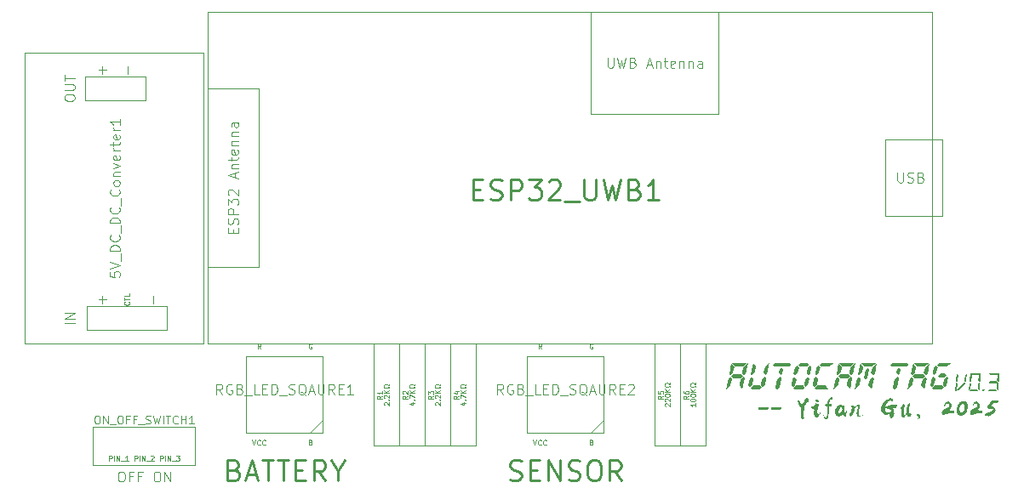
<source format=gto>
%TF.GenerationSoftware,KiCad,Pcbnew,9.0.0*%
%TF.CreationDate,2025-03-19T00:35:47-07:00*%
%TF.ProjectId,tag,7461672e-6b69-4636-9164-5f7063625858,v0.3*%
%TF.SameCoordinates,Original*%
%TF.FileFunction,Legend,Top*%
%TF.FilePolarity,Positive*%
%FSLAX46Y46*%
G04 Gerber Fmt 4.6, Leading zero omitted, Abs format (unit mm)*
G04 Created by KiCad (PCBNEW 9.0.0) date 2025-03-19 00:35:47*
%MOMM*%
%LPD*%
G01*
G04 APERTURE LIST*
%ADD10C,0.100000*%
%ADD11C,0.375000*%
%ADD12C,0.250000*%
%ADD13C,0.062500*%
%ADD14C,0.125000*%
G04 APERTURE END LIST*
D10*
G36*
X189738447Y-119312145D02*
G01*
X189664563Y-119383464D01*
X189555143Y-119263907D01*
X189603503Y-118719002D01*
X189807201Y-118526050D01*
X189738447Y-119312145D01*
G37*
G36*
X189631591Y-119592170D02*
G01*
X188951863Y-120216210D01*
X188816919Y-120216210D01*
X188829741Y-120077602D01*
X189506783Y-119453196D01*
X189656992Y-119452219D01*
X189631591Y-119592170D01*
G37*
G36*
X188867843Y-119263907D02*
G01*
X188738028Y-119383464D01*
X188671838Y-119312145D01*
X188740593Y-118526050D01*
X188916203Y-118719490D01*
X188867843Y-119263907D01*
G37*
G36*
X188592948Y-120215844D02*
G01*
X188679532Y-120304138D01*
X188783824Y-120215722D01*
X188839877Y-119574218D01*
X188730335Y-119454783D01*
X188654009Y-119528545D01*
X188592948Y-120215844D01*
G37*
G36*
X191110115Y-119312145D02*
G01*
X191036231Y-119383464D01*
X190926810Y-119263663D01*
X190970041Y-118754905D01*
X191176305Y-118563907D01*
X191110115Y-119312145D01*
G37*
G36*
X191143210Y-118528004D02*
G01*
X190939511Y-118715582D01*
X190320966Y-118715582D01*
X190147920Y-118528004D01*
X191143210Y-118528004D01*
G37*
G36*
X190239511Y-119263663D02*
G01*
X190109696Y-119383464D01*
X190043506Y-119312145D01*
X190109696Y-118563785D01*
X190282864Y-118754661D01*
X190239511Y-119263663D01*
G37*
G36*
X191026095Y-120270921D02*
G01*
X190855492Y-120083220D01*
X190898845Y-119574218D01*
X191028660Y-119454783D01*
X191092285Y-119528422D01*
X191026095Y-120270921D01*
G37*
G36*
X190987871Y-120310000D02*
G01*
X189992582Y-120310000D01*
X190198845Y-120122421D01*
X190817390Y-120122421D01*
X190987871Y-120310000D01*
G37*
G36*
X190168314Y-120083342D02*
G01*
X189959487Y-120274340D01*
X190025676Y-119528422D01*
X190102002Y-119454783D01*
X190211545Y-119574340D01*
X190168314Y-120083342D01*
G37*
G36*
X191328712Y-120310000D02*
G01*
X191346542Y-120122421D01*
X191537418Y-120122421D01*
X191519588Y-120310000D01*
X191328712Y-120310000D01*
G37*
G36*
X193007271Y-118528004D02*
G01*
X192803572Y-118715582D01*
X192185027Y-118715582D01*
X192011981Y-118528004D01*
X193007271Y-118528004D01*
G37*
G36*
X192851933Y-120310000D02*
G01*
X191856643Y-120310000D01*
X192062784Y-120122421D01*
X192681329Y-120122421D01*
X192851933Y-120310000D01*
G37*
G36*
X192956346Y-119528422D02*
G01*
X192890157Y-120270921D01*
X192719553Y-120083220D01*
X192762906Y-119574218D01*
X192892721Y-119454783D01*
X192956346Y-119528422D01*
G37*
G36*
X192790872Y-119263663D02*
G01*
X192834103Y-118754905D01*
X193040366Y-118563785D01*
X192974176Y-119312145D01*
X192900293Y-119383464D01*
X192790872Y-119263663D01*
G37*
G36*
X192773042Y-119325212D02*
G01*
X192862191Y-119419002D01*
X192755212Y-119512791D01*
X192090872Y-119512791D01*
X192006852Y-119419002D01*
X192108702Y-119325212D01*
X192773042Y-119325212D01*
G37*
D11*
G36*
X167958892Y-117467006D02*
G01*
X167487564Y-117865610D01*
X166755568Y-117865610D01*
X166450021Y-117467006D01*
X167958892Y-117467006D01*
G37*
G36*
X166417781Y-119130849D02*
G01*
X166291568Y-119738647D01*
X165821523Y-120131207D01*
X166049951Y-119032847D01*
X166226172Y-118885568D01*
X166417781Y-119130849D01*
G37*
G36*
X166144107Y-118579654D02*
G01*
X166360261Y-117539912D01*
X166665626Y-117938700D01*
X166553152Y-118479820D01*
X166257863Y-118733161D01*
X166144107Y-118579654D01*
G37*
G36*
X167704269Y-119033763D02*
G01*
X167474192Y-120140000D01*
X167167911Y-119744692D01*
X167295040Y-119132681D01*
X167589230Y-118885568D01*
X167704269Y-119033763D01*
G37*
G36*
X167430595Y-118481102D02*
G01*
X167542519Y-117942363D01*
X168014030Y-117543576D01*
X167798424Y-118580204D01*
X167620921Y-118733161D01*
X167430595Y-118481102D01*
G37*
G36*
X167382601Y-118604200D02*
G01*
X167535375Y-118803503D01*
X167299803Y-119002805D01*
X166470720Y-119002805D01*
X166317946Y-118803503D01*
X166553519Y-118604200D01*
X167382601Y-118604200D01*
G37*
G36*
X169708098Y-119671786D02*
G01*
X169472526Y-119870355D01*
X169319569Y-119671786D01*
X169431493Y-119133597D01*
X169725867Y-118885568D01*
X169840722Y-119034495D01*
X169708098Y-119671786D01*
G37*
G36*
X168419412Y-120140000D02*
G01*
X168266638Y-119940697D01*
X168502210Y-119741395D01*
X169234206Y-119741395D01*
X169386980Y-119940697D01*
X169151408Y-120140000D01*
X168419412Y-120140000D01*
G37*
G36*
X169935244Y-118579837D02*
G01*
X169757557Y-118733161D01*
X169567414Y-118480186D01*
X169694909Y-117866709D01*
X170167153Y-117464075D01*
X169935244Y-118579837D01*
G37*
G36*
X168511919Y-117467189D02*
G01*
X168816917Y-117868724D01*
X168689605Y-118480736D01*
X168394499Y-118733161D01*
X168280560Y-118580204D01*
X168511919Y-117467189D01*
G37*
G36*
X168054696Y-119666474D02*
G01*
X168207653Y-119865043D01*
X168443042Y-119666474D01*
X168554967Y-119128101D01*
X168363908Y-118880073D01*
X168187320Y-119028817D01*
X168054696Y-119666474D01*
G37*
G36*
X171153222Y-119961946D02*
G01*
X170917650Y-120160516D01*
X170764693Y-119961946D01*
X170936884Y-119133597D01*
X171231258Y-118885568D01*
X171346113Y-119034495D01*
X171153222Y-119961946D01*
G37*
G36*
X171440635Y-118579288D02*
G01*
X171262948Y-118733161D01*
X171072988Y-118479087D01*
X171136919Y-118171341D01*
X171372857Y-117971123D01*
X171525448Y-118171341D01*
X171440635Y-118579288D01*
G37*
G36*
X172351783Y-117664476D02*
G01*
X172111814Y-117865610D01*
X170674018Y-117865610D01*
X170521793Y-117664476D01*
X170756999Y-117467006D01*
X172194796Y-117467006D01*
X172351783Y-117664476D01*
G37*
G36*
X174208334Y-118580387D02*
G01*
X174030830Y-118733161D01*
X173840504Y-118481102D01*
X173952428Y-117942730D01*
X174187817Y-117744160D01*
X174340958Y-117942730D01*
X174208334Y-118580387D01*
G37*
G36*
X174133595Y-117664476D02*
G01*
X173897474Y-117865610D01*
X173165478Y-117865610D01*
X173013253Y-117664476D01*
X173248459Y-117467006D01*
X173980455Y-117467006D01*
X174133595Y-117664476D01*
G37*
G36*
X173981371Y-119671786D02*
G01*
X173745799Y-119870355D01*
X173592842Y-119671786D01*
X173704766Y-119133597D01*
X173999140Y-118885568D01*
X174113995Y-119034495D01*
X173981371Y-119671786D01*
G37*
G36*
X172962878Y-118481102D02*
G01*
X172667772Y-118733161D01*
X172553833Y-118580387D01*
X172686456Y-117942730D01*
X172921846Y-117744160D01*
X173074803Y-117942730D01*
X172962878Y-118481102D01*
G37*
G36*
X172692685Y-120140000D02*
G01*
X172539911Y-119940697D01*
X172775483Y-119741395D01*
X173507479Y-119741395D01*
X173660253Y-119940697D01*
X173424680Y-120140000D01*
X172692685Y-120140000D01*
G37*
G36*
X172327969Y-119666474D02*
G01*
X172480926Y-119865043D01*
X172716315Y-119666474D01*
X172828239Y-119128101D01*
X172637180Y-118880073D01*
X172460593Y-119028817D01*
X172327969Y-119666474D01*
G37*
G36*
X174829321Y-120140000D02*
G01*
X174676547Y-119940697D01*
X174912119Y-119741395D01*
X175715007Y-119741395D01*
X176020738Y-120140000D01*
X174829321Y-120140000D01*
G37*
G36*
X176576512Y-117467006D02*
G01*
X176105002Y-117865610D01*
X175302114Y-117865610D01*
X175149890Y-117664476D01*
X175385096Y-117467006D01*
X176576512Y-117467006D01*
G37*
G36*
X175099881Y-118479087D02*
G01*
X174804775Y-118731146D01*
X174690835Y-118578372D01*
X174823459Y-117940715D01*
X175058848Y-117742145D01*
X175211805Y-117940715D01*
X175099881Y-118479087D01*
G37*
G36*
X174463506Y-119671786D02*
G01*
X174616463Y-119870355D01*
X174851853Y-119671786D01*
X174963777Y-119133414D01*
X174772718Y-118885385D01*
X174596130Y-119034129D01*
X174463506Y-119671786D01*
G37*
G36*
X178642074Y-117467006D02*
G01*
X178170746Y-117865610D01*
X177438751Y-117865610D01*
X177133203Y-117467006D01*
X178642074Y-117467006D01*
G37*
G36*
X177100963Y-119130849D02*
G01*
X176974750Y-119738647D01*
X176504705Y-120131207D01*
X176733133Y-119032847D01*
X176909354Y-118885568D01*
X177100963Y-119130849D01*
G37*
G36*
X176827289Y-118579654D02*
G01*
X177043444Y-117539912D01*
X177348808Y-117938700D01*
X177236334Y-118479820D01*
X176941045Y-118733161D01*
X176827289Y-118579654D01*
G37*
G36*
X178387451Y-119033763D02*
G01*
X178157374Y-120140000D01*
X177851094Y-119744692D01*
X177978222Y-119132681D01*
X178272413Y-118885568D01*
X178387451Y-119033763D01*
G37*
G36*
X178113777Y-118481102D02*
G01*
X178225701Y-117942363D01*
X178697212Y-117543576D01*
X178481607Y-118580204D01*
X178304103Y-118733161D01*
X178113777Y-118481102D01*
G37*
G36*
X178065783Y-118604200D02*
G01*
X178218557Y-118803503D01*
X177982985Y-119002805D01*
X177153902Y-119002805D01*
X177001129Y-118803503D01*
X177236701Y-118604200D01*
X178065783Y-118604200D01*
G37*
G36*
X180778711Y-117467006D02*
G01*
X180307383Y-117865610D01*
X179575387Y-117865610D01*
X179269839Y-117467006D01*
X180778711Y-117467006D01*
G37*
G36*
X179237599Y-119130849D02*
G01*
X179111387Y-119738647D01*
X178641341Y-120131207D01*
X178869769Y-119032847D01*
X179045991Y-118885568D01*
X179237599Y-119130849D01*
G37*
G36*
X178963925Y-118579654D02*
G01*
X179180080Y-117539912D01*
X179485445Y-117938700D01*
X179372971Y-118479820D01*
X179077681Y-118733161D01*
X178963925Y-118579654D01*
G37*
G36*
X180524087Y-119033763D02*
G01*
X180294011Y-120140000D01*
X179987730Y-119744692D01*
X180114858Y-119132681D01*
X180409049Y-118885568D01*
X180524087Y-119033763D01*
G37*
G36*
X180250413Y-118481102D02*
G01*
X180362338Y-117942363D01*
X180833848Y-117543576D01*
X180618243Y-118580204D01*
X180440739Y-118733161D01*
X180250413Y-118481102D01*
G37*
G36*
X179697570Y-118157969D02*
G01*
X179936805Y-117959399D01*
X180089579Y-118157969D01*
X179926914Y-118941072D01*
X179690609Y-119143489D01*
X179534904Y-118941072D01*
X179697570Y-118157969D01*
G37*
G36*
X182827053Y-119961946D02*
G01*
X182591481Y-120160516D01*
X182438524Y-119961946D01*
X182610715Y-119133597D01*
X182905089Y-118885568D01*
X183019944Y-119034495D01*
X182827053Y-119961946D01*
G37*
G36*
X183114466Y-118579288D02*
G01*
X182936779Y-118733161D01*
X182746819Y-118479087D01*
X182810750Y-118171341D01*
X183046689Y-117971123D01*
X183199279Y-118171341D01*
X183114466Y-118579288D01*
G37*
G36*
X184025614Y-117664476D02*
G01*
X183785645Y-117865610D01*
X182347849Y-117865610D01*
X182195624Y-117664476D01*
X182430830Y-117467006D01*
X183868627Y-117467006D01*
X184025614Y-117664476D01*
G37*
G36*
X186042632Y-117467006D02*
G01*
X185571305Y-117865610D01*
X184839309Y-117865610D01*
X184533761Y-117467006D01*
X186042632Y-117467006D01*
G37*
G36*
X184501521Y-119130849D02*
G01*
X184375309Y-119738647D01*
X183905263Y-120131207D01*
X184133691Y-119032847D01*
X184309913Y-118885568D01*
X184501521Y-119130849D01*
G37*
G36*
X184227847Y-118579654D02*
G01*
X184444002Y-117539912D01*
X184749366Y-117938700D01*
X184636893Y-118479820D01*
X184341603Y-118733161D01*
X184227847Y-118579654D01*
G37*
G36*
X185788009Y-119033763D02*
G01*
X185557932Y-120140000D01*
X185251652Y-119744692D01*
X185378780Y-119132681D01*
X185672971Y-118885568D01*
X185788009Y-119033763D01*
G37*
G36*
X185514335Y-118481102D02*
G01*
X185626259Y-117942363D01*
X186097770Y-117543576D01*
X185882165Y-118580204D01*
X185704661Y-118733161D01*
X185514335Y-118481102D01*
G37*
G36*
X185466341Y-118604200D02*
G01*
X185619115Y-118803503D01*
X185383543Y-119002805D01*
X184554461Y-119002805D01*
X184401687Y-118803503D01*
X184637259Y-118604200D01*
X185466341Y-118604200D01*
G37*
G36*
X188250343Y-117467006D02*
G01*
X187778833Y-117865610D01*
X186975945Y-117865610D01*
X186823721Y-117664476D01*
X187058927Y-117467006D01*
X188250343Y-117467006D01*
G37*
G36*
X187767475Y-118746716D02*
G01*
X187532269Y-118944187D01*
X187091533Y-118944187D01*
X186938210Y-118746716D01*
X187174515Y-118545582D01*
X187615251Y-118545582D01*
X187767475Y-118746716D01*
G37*
G36*
X186784703Y-118426331D02*
G01*
X186490329Y-118674542D01*
X186375657Y-118525615D01*
X186497107Y-117941448D01*
X186732679Y-117742878D01*
X186885453Y-117941448D01*
X186784703Y-118426331D01*
G37*
G36*
X186525867Y-119671603D02*
G01*
X186290295Y-119870355D01*
X186137521Y-119671603D01*
X186282051Y-118976060D01*
X186458639Y-118826950D01*
X186649698Y-119075345D01*
X186525867Y-119671603D01*
G37*
G36*
X187792754Y-119667390D02*
G01*
X187557365Y-119865043D01*
X187404225Y-119667390D01*
X187527690Y-119074063D01*
X187821697Y-118826950D01*
X187936736Y-118975327D01*
X187792754Y-119667390D01*
G37*
G36*
X187235148Y-120140000D02*
G01*
X187470720Y-119940697D01*
X187317946Y-119741395D01*
X186585951Y-119741395D01*
X186350378Y-119940697D01*
X186503152Y-120140000D01*
X187235148Y-120140000D01*
G37*
D10*
G36*
X169329760Y-121878279D02*
G01*
X169625049Y-121873028D01*
X169840017Y-121876802D01*
X169919118Y-121884141D01*
X169983476Y-121899528D01*
X170015716Y-121913450D01*
X170052108Y-121937020D01*
X170063340Y-121972232D01*
X170052108Y-122003698D01*
X170043682Y-122026046D01*
X170032446Y-122056577D01*
X170021333Y-122087229D01*
X170003137Y-122113729D01*
X169980446Y-122127130D01*
X169938657Y-122134612D01*
X169702108Y-122137421D01*
X169301672Y-122143039D01*
X169135321Y-122149331D01*
X169100171Y-122145847D01*
X169064999Y-122117261D01*
X169055353Y-122089916D01*
X169044973Y-122061950D01*
X169034236Y-122044927D01*
X169039721Y-122017254D01*
X169039721Y-121955704D01*
X169038134Y-121902704D01*
X169045512Y-121892429D01*
X169060970Y-121888660D01*
X169081853Y-121882187D01*
X169097363Y-121883408D01*
X169133062Y-121887684D01*
X169329760Y-121878279D01*
G37*
G36*
X170584191Y-121878279D02*
G01*
X170879481Y-121873028D01*
X171094449Y-121876802D01*
X171173549Y-121884141D01*
X171237907Y-121899528D01*
X171270147Y-121913450D01*
X171306539Y-121937020D01*
X171317771Y-121972232D01*
X171306539Y-122003698D01*
X171298113Y-122026046D01*
X171286878Y-122056577D01*
X171275765Y-122087229D01*
X171257568Y-122113729D01*
X171234877Y-122127130D01*
X171193088Y-122134612D01*
X170956539Y-122137421D01*
X170556103Y-122143039D01*
X170389753Y-122149331D01*
X170354603Y-122145847D01*
X170319430Y-122117261D01*
X170309784Y-122089916D01*
X170299404Y-122061950D01*
X170288667Y-122044927D01*
X170294153Y-122017254D01*
X170294153Y-121955704D01*
X170292565Y-121902704D01*
X170299943Y-121892429D01*
X170315402Y-121888660D01*
X170336284Y-121882187D01*
X170351794Y-121883408D01*
X170387494Y-121887684D01*
X170584191Y-121878279D01*
G37*
G36*
X173906016Y-120934525D02*
G01*
X173928953Y-120951156D01*
X173956574Y-120991800D01*
X173993088Y-121057501D01*
X174018490Y-121095237D01*
X174063308Y-121169364D01*
X174088709Y-121237752D01*
X174074644Y-121279372D01*
X174021665Y-121330076D01*
X173962347Y-121377429D01*
X173912610Y-121436200D01*
X173881836Y-121465631D01*
X173865105Y-121483827D01*
X173858022Y-121503367D01*
X173845444Y-121514480D01*
X173832987Y-121528524D01*
X173831522Y-121542445D01*
X173837139Y-121549528D01*
X173828835Y-121548063D01*
X173814672Y-121543440D01*
X173809173Y-121564794D01*
X173803556Y-121581646D01*
X173800747Y-121589951D01*
X173802090Y-121592759D01*
X173797938Y-121592759D01*
X173781086Y-121605338D01*
X173769973Y-121626343D01*
X173761668Y-121643196D01*
X173732237Y-121671161D01*
X173711354Y-121685083D01*
X173697310Y-121693510D01*
X173688884Y-121710240D01*
X173693055Y-121715566D01*
X173714163Y-121701814D01*
X173719658Y-121696196D01*
X173733741Y-121683840D01*
X173736511Y-121687892D01*
X173725276Y-121707431D01*
X173704393Y-121718545D01*
X173682045Y-121738206D01*
X173663971Y-121780094D01*
X173652736Y-121803907D01*
X173647118Y-121821981D01*
X173647118Y-121830408D01*
X173641501Y-121833217D01*
X173647118Y-121866800D01*
X173654227Y-121879359D01*
X173661162Y-121880722D01*
X173666780Y-121880722D01*
X173658354Y-121903070D01*
X173654079Y-121931036D01*
X173652736Y-121945080D01*
X173642966Y-121970237D01*
X173638814Y-121992585D01*
X173633319Y-122006507D01*
X173606696Y-122079291D01*
X173591431Y-122147679D01*
X173587157Y-122158914D01*
X173573235Y-122207885D01*
X173560656Y-122267969D01*
X173560656Y-122286043D01*
X173562000Y-122316817D01*
X173560656Y-122353210D01*
X173556504Y-122393754D01*
X173552352Y-122439794D01*
X173544048Y-122453838D01*
X173535622Y-122439794D01*
X173532813Y-122423063D01*
X173527195Y-122439794D01*
X173525852Y-122467882D01*
X173532813Y-122470568D01*
X173545269Y-122462142D01*
X173548078Y-122470568D01*
X173548078Y-122483147D01*
X173548078Y-122502686D01*
X173546285Y-122517155D01*
X173555039Y-122530652D01*
X173557848Y-122537613D01*
X173550765Y-122541887D01*
X173549421Y-122565579D01*
X173545603Y-122589612D01*
X173536843Y-122599162D01*
X173530359Y-122608274D01*
X173527317Y-122632745D01*
X173532813Y-122674633D01*
X173538308Y-122669016D01*
X173543804Y-122655094D01*
X173546612Y-122667672D01*
X173543804Y-122694295D01*
X173535377Y-122711025D01*
X173531103Y-122736182D01*
X173538186Y-122761339D01*
X173540995Y-122741800D01*
X173542114Y-122726124D01*
X173549299Y-122722138D01*
X173557725Y-122733374D01*
X173549421Y-122786496D01*
X173552230Y-122819958D01*
X173557848Y-122840963D01*
X173555039Y-122859159D01*
X173545147Y-122877233D01*
X173549421Y-122895429D01*
X173557848Y-122912281D01*
X173560534Y-122923394D01*
X173566030Y-122931821D01*
X173577265Y-122954169D01*
X173582882Y-122963817D01*
X173574456Y-122970778D01*
X173563343Y-122986043D01*
X173555039Y-123004117D01*
X173548200Y-123017916D01*
X173539896Y-123030373D01*
X173519135Y-123056751D01*
X173501531Y-123072063D01*
X173483231Y-123062369D01*
X173469310Y-123053942D01*
X173442931Y-123056751D01*
X173422586Y-123060062D01*
X173413866Y-123067864D01*
X173410671Y-123081124D01*
X173416675Y-123084473D01*
X173425040Y-123086732D01*
X173422171Y-123092899D01*
X173408249Y-123098394D01*
X173391640Y-123088747D01*
X173377841Y-123079221D01*
X173369536Y-123073970D01*
X173358545Y-123068841D01*
X173342302Y-123062366D01*
X173336319Y-123040875D01*
X173336106Y-123040143D01*
X173356225Y-123040143D01*
X173367338Y-123034525D01*
X173374151Y-123023901D01*
X173371490Y-123017672D01*
X173359034Y-123026099D01*
X173356225Y-123040143D01*
X173336106Y-123040143D01*
X173332883Y-123029043D01*
X173322275Y-123021214D01*
X173300600Y-122989829D01*
X173317024Y-122989829D01*
X173319711Y-122999476D01*
X173328137Y-122999476D01*
X173325328Y-122989706D01*
X173317024Y-122989829D01*
X173300600Y-122989829D01*
X173295287Y-122982135D01*
X173276846Y-122931821D01*
X173269763Y-122913625D01*
X173267068Y-122904904D01*
X173273915Y-122885659D01*
X173285976Y-122869429D01*
X173293577Y-122867463D01*
X173297729Y-122863311D01*
X173304812Y-122846580D01*
X173311771Y-122833588D01*
X173311772Y-122819958D01*
X173359034Y-122819958D01*
X173360377Y-122836810D01*
X173364652Y-122839619D01*
X173370147Y-122822766D01*
X173361843Y-122803227D01*
X173359034Y-122819958D01*
X173311772Y-122819958D01*
X173311773Y-122808112D01*
X173328137Y-122808112D01*
X173333755Y-122819225D01*
X173336564Y-122808112D01*
X173330946Y-122796877D01*
X173328137Y-122808112D01*
X173311773Y-122808112D01*
X173311773Y-122806036D01*
X173308659Y-122761024D01*
X173319854Y-122761024D01*
X173325328Y-122774528D01*
X173330946Y-122771720D01*
X173325328Y-122757798D01*
X173319854Y-122761024D01*
X173308659Y-122761024D01*
X173304812Y-122705408D01*
X173304781Y-122704675D01*
X173319833Y-122704675D01*
X173325328Y-122729832D01*
X173330946Y-122721406D01*
X173325328Y-122699057D01*
X173319833Y-122704675D01*
X173304781Y-122704675D01*
X173303956Y-122685136D01*
X173319833Y-122685136D01*
X173325328Y-122690631D01*
X173330946Y-122687822D01*
X173325328Y-122682327D01*
X173319833Y-122685136D01*
X173303956Y-122685136D01*
X173301301Y-122622243D01*
X173314215Y-122622243D01*
X173319711Y-122629204D01*
X173325328Y-122626395D01*
X173319711Y-122619434D01*
X173314215Y-122622243D01*
X173301301Y-122622243D01*
X173299346Y-122575925D01*
X173318829Y-122575925D01*
X173325206Y-122582431D01*
X173333511Y-122585240D01*
X173340471Y-122592201D01*
X173341937Y-122669016D01*
X173345234Y-122744609D01*
X173355248Y-122775261D01*
X173361843Y-122794801D01*
X173361843Y-122777337D01*
X173398235Y-122777337D01*
X173403730Y-122813607D01*
X173407882Y-122777337D01*
X173402387Y-122740945D01*
X173398235Y-122777337D01*
X173361843Y-122777337D01*
X173361843Y-122771109D01*
X173359400Y-122733374D01*
X173361843Y-122722138D01*
X173367338Y-122713712D01*
X173360866Y-122699790D01*
X173359400Y-122688555D01*
X173359400Y-122638241D01*
X173354393Y-122587927D01*
X173349386Y-122562770D01*
X173341110Y-122559242D01*
X173328015Y-122565579D01*
X173318829Y-122575925D01*
X173299346Y-122575925D01*
X173290768Y-122372749D01*
X173290516Y-122366399D01*
X173308598Y-122366399D01*
X173308598Y-122372016D01*
X173314215Y-122388747D01*
X173319833Y-122374825D01*
X173316088Y-122363590D01*
X173524142Y-122363590D01*
X173529760Y-122369207D01*
X173535377Y-122366399D01*
X173529760Y-122360781D01*
X173524142Y-122363590D01*
X173316088Y-122363590D01*
X173314215Y-122357972D01*
X173308598Y-122366399D01*
X173290516Y-122366399D01*
X173286616Y-122267969D01*
X173274892Y-122266503D01*
X173272083Y-122258199D01*
X173271107Y-122220464D01*
X173271107Y-122144993D01*
X173271107Y-122017742D01*
X173268176Y-121989776D01*
X173265367Y-121978541D01*
X173272427Y-121938927D01*
X173265367Y-121911496D01*
X173203207Y-121830408D01*
X173132377Y-121706088D01*
X173047502Y-121528524D01*
X173017705Y-121441939D01*
X173003687Y-121406211D01*
X172996455Y-121399930D01*
X172975206Y-121369155D01*
X172959697Y-121327267D01*
X172949683Y-121299302D01*
X172939791Y-121247644D01*
X172943922Y-121218986D01*
X172953957Y-121204291D01*
X172979481Y-121191713D01*
X172999264Y-121195865D01*
X173021857Y-121201482D01*
X173067164Y-121216870D01*
X173098305Y-121237752D01*
X173118210Y-121248988D01*
X173149136Y-121269459D01*
X173193193Y-121314689D01*
X173228888Y-121364699D01*
X173237157Y-121391503D01*
X173256574Y-121447435D01*
X173273305Y-121468440D01*
X173281731Y-121483827D01*
X173283197Y-121492131D01*
X173297118Y-121520097D01*
X173312384Y-121548063D01*
X173318001Y-121559298D01*
X173323497Y-121573220D01*
X173329114Y-121570411D01*
X173329114Y-121566259D01*
X173331923Y-121567602D01*
X173327771Y-121581646D01*
X173327771Y-121592759D01*
X173334732Y-121587264D01*
X173337305Y-121580538D01*
X173348654Y-121595568D01*
X173357080Y-121617916D01*
X173366728Y-121636113D01*
X173379306Y-121645882D01*
X173416919Y-121615230D01*
X173436227Y-121589340D01*
X173759348Y-121589340D01*
X173764966Y-121594836D01*
X173773392Y-121589340D01*
X173767774Y-121583722D01*
X173759348Y-121589340D01*
X173436227Y-121589340D01*
X173442511Y-121580914D01*
X173535377Y-121580914D01*
X173538186Y-121583722D01*
X173555039Y-121550139D01*
X173563343Y-121522173D01*
X173535377Y-121580914D01*
X173442511Y-121580914D01*
X173454533Y-121564794D01*
X173489460Y-121517288D01*
X173503655Y-121497016D01*
X173568961Y-121497016D01*
X173571769Y-121502634D01*
X173571769Y-121491399D01*
X173568961Y-121497016D01*
X173503655Y-121497016D01*
X173528538Y-121461479D01*
X173564686Y-121398586D01*
X173578701Y-121369099D01*
X173582882Y-121343998D01*
X173588500Y-121310537D01*
X173613779Y-121265840D01*
X173662872Y-121186095D01*
X173717705Y-121098046D01*
X173787461Y-120990462D01*
X173844222Y-120941486D01*
X173879541Y-120931216D01*
X173906016Y-120934525D01*
G37*
G36*
X173282464Y-122766835D02*
G01*
X173279655Y-122769644D01*
X173276846Y-122755722D01*
X173282464Y-122755722D01*
X173282464Y-122766835D01*
G37*
G36*
X173276724Y-122663398D02*
G01*
X173279724Y-122729638D01*
X173271107Y-122738869D01*
X173268298Y-122683060D01*
X173271107Y-122635554D01*
X173276724Y-122663398D01*
G37*
G36*
X173268298Y-122455792D02*
G01*
X173271107Y-122538346D01*
X173271107Y-122604047D01*
X173262680Y-122469836D01*
X173265489Y-122430635D01*
X173268298Y-122455792D01*
G37*
G36*
X173574578Y-122299354D02*
G01*
X173568961Y-122304849D01*
X173563343Y-122299354D01*
X173568961Y-122293736D01*
X173574578Y-122299354D01*
G37*
G36*
X173672520Y-121989043D02*
G01*
X173667024Y-121997348D01*
X173664215Y-121989043D01*
X173669711Y-121980617D01*
X173672520Y-121989043D01*
G37*
G36*
X173678137Y-121942882D02*
G01*
X173667024Y-121947034D01*
X173667024Y-121935921D01*
X173686564Y-121930303D01*
X173678137Y-121942882D01*
G37*
G36*
X173675328Y-121847871D02*
G01*
X173669833Y-121860450D01*
X173664264Y-121865653D01*
X173655789Y-121852023D01*
X173654324Y-121840910D01*
X173661407Y-121846406D01*
X173669833Y-121846406D01*
X173669833Y-121840910D01*
X173675328Y-121847871D01*
G37*
G36*
X173710377Y-121854832D02*
G01*
X173700608Y-121860450D01*
X173704760Y-121849337D01*
X173714529Y-121843719D01*
X173710377Y-121854832D01*
G37*
G36*
X173700241Y-121791329D02*
G01*
X173683388Y-121812212D01*
X173662384Y-121830408D01*
X173669344Y-121823447D01*
X173676337Y-121814927D01*
X173675084Y-121802442D01*
X173677771Y-121796824D01*
X173686197Y-121796824D01*
X173694563Y-121788284D01*
X173700241Y-121791329D01*
G37*
G36*
X174755492Y-121522173D02*
G01*
X174794088Y-121515226D01*
X174845130Y-121522173D01*
X174895688Y-121536095D01*
X174971525Y-121557100D01*
X175044676Y-121589218D01*
X175066648Y-121622522D01*
X175068817Y-121674355D01*
X175041867Y-121757013D01*
X175015139Y-121821179D01*
X174981295Y-121930303D01*
X174943437Y-122097976D01*
X174936354Y-122135833D01*
X174923898Y-122190422D01*
X174907757Y-122352414D01*
X174915872Y-122464393D01*
X174940628Y-122539811D01*
X174957475Y-122557590D01*
X174992652Y-122570586D01*
X175032784Y-122574081D01*
X175069955Y-122567777D01*
X175099547Y-122547409D01*
X175142984Y-122492306D01*
X175181540Y-122426059D01*
X175213204Y-122355286D01*
X175227370Y-122313398D01*
X175248938Y-122250269D01*
X175263884Y-122181995D01*
X175272310Y-122159647D01*
X175275801Y-122165067D01*
X175269501Y-122198848D01*
X175261075Y-122242445D01*
X175253992Y-122270533D01*
X175248252Y-122291660D01*
X175235674Y-122338066D01*
X175218821Y-122395708D01*
X175196186Y-122463383D01*
X175137000Y-122567166D01*
X175117216Y-122600994D01*
X175105981Y-122631891D01*
X175105981Y-122645935D01*
X175097432Y-122659979D01*
X175091815Y-122671214D01*
X175091815Y-122676953D01*
X175078396Y-122693181D01*
X175066536Y-122730321D01*
X175050904Y-122752913D01*
X175041653Y-122761020D01*
X175038326Y-122775383D01*
X175033172Y-122791712D01*
X175013046Y-122814829D01*
X174971037Y-122848412D01*
X174944414Y-122868073D01*
X174912296Y-122887857D01*
X174892635Y-122896284D01*
X174836703Y-122904710D01*
X174780312Y-122901312D01*
X174744257Y-122882362D01*
X174730335Y-122873935D01*
X174710674Y-122861235D01*
X174699439Y-122843039D01*
X174688326Y-122829117D01*
X174663985Y-122814723D01*
X174668664Y-122806646D01*
X174663046Y-122789916D01*
X174651933Y-122773063D01*
X174643507Y-122761950D01*
X174621037Y-122728367D01*
X174609924Y-122693318D01*
X174597223Y-122662421D01*
X174580370Y-122617602D01*
X174570723Y-122532117D01*
X174564503Y-122416792D01*
X174573531Y-122333304D01*
X174584645Y-122271755D01*
X174598688Y-122198848D01*
X174595880Y-122154030D01*
X174570235Y-122113992D01*
X174538269Y-122091659D01*
X174497938Y-122084054D01*
X174431472Y-122070228D01*
X174375471Y-122028162D01*
X174327090Y-121949842D01*
X174310867Y-121902844D01*
X174311653Y-121872419D01*
X174324282Y-121852023D01*
X174359436Y-121837310D01*
X174402684Y-121854832D01*
X174439500Y-121867410D01*
X174478277Y-121854832D01*
X174536793Y-121799231D01*
X174612732Y-121687159D01*
X174686860Y-121569678D01*
X174716883Y-121542725D01*
X174755492Y-121522173D01*
G37*
G36*
X174730702Y-121125523D02*
G01*
X174764285Y-121122714D01*
X174820217Y-121125523D01*
X174960849Y-121141854D01*
X175002300Y-121156175D01*
X175016222Y-121178646D01*
X175035761Y-121214916D01*
X175056766Y-121248499D01*
X175069467Y-121282083D01*
X175075441Y-121303309D01*
X175070810Y-121318475D01*
X175057003Y-121330667D01*
X175025991Y-121344975D01*
X174993329Y-121360791D01*
X174965785Y-121382711D01*
X174937820Y-121407868D01*
X174921521Y-121402727D01*
X174898619Y-121382711D01*
X174803486Y-121307240D01*
X174748169Y-121266051D01*
X174741815Y-121251308D01*
X174739006Y-121242882D01*
X174725084Y-121224685D01*
X174722275Y-121192568D01*
X174719467Y-121173028D01*
X174715192Y-121149214D01*
X174730702Y-121125523D01*
G37*
G36*
X175749805Y-123161653D02*
G01*
X175740035Y-123165928D01*
X175730266Y-123161653D01*
X175740035Y-123157501D01*
X175749805Y-123161653D01*
G37*
G36*
X175714756Y-123151884D02*
G01*
X175719030Y-123163119D01*
X175706330Y-123151884D01*
X175702178Y-123140771D01*
X175714756Y-123151884D01*
G37*
G36*
X175688256Y-123132344D02*
G01*
X175689599Y-123140771D01*
X175681173Y-123132344D01*
X175679829Y-123123918D01*
X175688256Y-123132344D01*
G37*
G36*
X175744187Y-123118300D02*
G01*
X175755423Y-123129535D01*
X175746996Y-123135153D01*
X175731609Y-123126727D01*
X175728800Y-123115491D01*
X175744187Y-123118300D01*
G37*
G36*
X176363091Y-120864459D02*
G01*
X176404742Y-120893126D01*
X176435395Y-120918283D01*
X176435395Y-120996441D01*
X176431827Y-121068091D01*
X176424282Y-121099877D01*
X176396619Y-121139302D01*
X176359679Y-121167044D01*
X176340140Y-121174005D01*
X176345758Y-121150191D01*
X176356871Y-121083147D01*
X176354062Y-121013293D01*
X176331714Y-120995097D01*
X176314605Y-120992287D01*
X176295199Y-120997906D01*
X176256120Y-121030024D01*
X176221921Y-121081102D01*
X176177719Y-121176814D01*
X176140575Y-121280791D01*
X176116047Y-121373918D01*
X176099317Y-121447923D01*
X176088081Y-121505321D01*
X176087097Y-121543188D01*
X176093699Y-121559787D01*
X176114040Y-121567786D01*
X176188832Y-121572365D01*
X176266700Y-121577440D01*
X176309243Y-121589218D01*
X176343619Y-121610253D01*
X176376532Y-121642096D01*
X176404480Y-121685888D01*
X176390454Y-121695219D01*
X176376166Y-121682641D01*
X176371643Y-121675677D01*
X176363221Y-121679832D01*
X176358947Y-121699616D01*
X176360025Y-121709913D01*
X176350398Y-121725383D01*
X176341149Y-121740457D01*
X176343193Y-121749685D01*
X176341850Y-121769713D01*
X176334645Y-121788398D01*
X176347589Y-121806960D01*
X176354210Y-121815145D01*
X176339041Y-121818318D01*
X176293123Y-121818318D01*
X176180039Y-121825401D01*
X176089913Y-121840788D01*
X176069763Y-121860205D01*
X176064146Y-122072208D01*
X176052910Y-122538101D01*
X176020744Y-122777796D01*
X175991239Y-122884193D01*
X175979882Y-122924616D01*
X175964494Y-122966381D01*
X175960220Y-122984455D01*
X175957411Y-122990073D01*
X175951916Y-122998499D01*
X175942905Y-123014676D01*
X175940192Y-123009368D01*
X175934575Y-123014863D01*
X175937384Y-123020481D01*
X175942550Y-123015313D01*
X175936407Y-123026343D01*
X175901358Y-123071039D01*
X175866187Y-123098883D01*
X175849938Y-123103048D01*
X175842495Y-123098883D01*
X175837140Y-123094167D01*
X175822712Y-123096074D01*
X175797555Y-123098883D01*
X175797555Y-123104501D01*
X175803172Y-123110118D01*
X175817094Y-123121231D01*
X175792059Y-123118422D01*
X175738241Y-123104756D01*
X175732344Y-123100104D01*
X175761040Y-123100104D01*
X175772153Y-123107187D01*
X175779114Y-123104378D01*
X175780580Y-123101570D01*
X175769344Y-123093143D01*
X175761040Y-123100104D01*
X175732344Y-123100104D01*
X175716710Y-123087770D01*
X175711093Y-123098883D01*
X175711093Y-123112927D01*
X175691553Y-123093265D01*
X175644292Y-123037456D01*
X175627561Y-123012177D01*
X175610831Y-122978715D01*
X175605213Y-122970289D01*
X175594100Y-122964672D01*
X175582865Y-122942323D01*
X175580056Y-122931210D01*
X175574439Y-122931210D01*
X175574439Y-122925593D01*
X175582945Y-122922216D01*
X175596787Y-122936706D01*
X175614983Y-122961863D01*
X175630248Y-122984211D01*
X175651131Y-123014986D01*
X175660901Y-123034525D01*
X175681783Y-123065300D01*
X175705475Y-123082152D01*
X175708222Y-123070987D01*
X175701284Y-123062613D01*
X175763849Y-123062613D01*
X175770197Y-123069757D01*
X175803050Y-123073726D01*
X175816972Y-123068108D01*
X175881208Y-123068108D01*
X175886703Y-123070917D01*
X175900747Y-123059804D01*
X175881208Y-123068108D01*
X175816972Y-123068108D01*
X175800485Y-123062613D01*
X175825398Y-123062613D01*
X175836633Y-123056995D01*
X175846403Y-123054187D01*
X175860325Y-123061147D01*
X175873026Y-123056995D01*
X175873026Y-123052721D01*
X175861790Y-123051378D01*
X175847746Y-123051378D01*
X175867408Y-123029030D01*
X175905916Y-122967272D01*
X175937384Y-122855739D01*
X175958388Y-122753646D01*
X175959732Y-122727145D01*
X175954236Y-122727145D01*
X175930423Y-122816538D01*
X175898183Y-122917166D01*
X175889756Y-122954902D01*
X175871560Y-122987142D01*
X175853364Y-123016451D01*
X175836633Y-123042951D01*
X175825398Y-123062613D01*
X175800485Y-123062613D01*
X175800119Y-123062491D01*
X175774962Y-123061147D01*
X175763849Y-123062613D01*
X175701284Y-123062613D01*
X175680440Y-123037456D01*
X175660901Y-123013642D01*
X175660090Y-123012299D01*
X175683249Y-123012299D01*
X175688866Y-123020603D01*
X175691553Y-123014986D01*
X175685060Y-123004495D01*
X175683249Y-123012299D01*
X175660090Y-123012299D01*
X175649910Y-122995446D01*
X175647736Y-122992515D01*
X175662977Y-122992515D01*
X175668594Y-122998133D01*
X175674212Y-122995324D01*
X175668594Y-122989706D01*
X175662977Y-122992515D01*
X175647736Y-122992515D01*
X175618752Y-122953436D01*
X175637820Y-122953436D01*
X175640628Y-122964549D01*
X175649055Y-122975785D01*
X175646246Y-122964549D01*
X175637820Y-122953436D01*
X175618752Y-122953436D01*
X175606974Y-122937555D01*
X175600363Y-122925471D01*
X175629393Y-122925471D01*
X175635011Y-122932431D01*
X175640628Y-122929623D01*
X175635011Y-122922662D01*
X175629393Y-122925471D01*
X175600363Y-122925471D01*
X175589672Y-122905931D01*
X175609854Y-122905931D01*
X175612663Y-122917044D01*
X175619501Y-122918510D01*
X175618158Y-122905931D01*
X175609854Y-122905931D01*
X175589672Y-122905931D01*
X175577379Y-122883461D01*
X175587384Y-122883461D01*
X175594344Y-122889078D01*
X175601428Y-122886270D01*
X175594344Y-122880774D01*
X175587384Y-122883461D01*
X175577379Y-122883461D01*
X175574439Y-122878087D01*
X175564669Y-122857083D01*
X175557708Y-122851465D01*
X175553434Y-122851465D01*
X175554899Y-122844504D01*
X175546473Y-122808234D01*
X175538046Y-122769033D01*
X175543664Y-122774651D01*
X175557708Y-122781612D01*
X175563326Y-122783077D01*
X175557708Y-122788572D01*
X175554899Y-122796999D01*
X175563326Y-122802616D01*
X175567478Y-122804082D01*
X175568943Y-122810921D01*
X175568943Y-122816538D01*
X175575904Y-122818004D01*
X175582865Y-122830582D01*
X175591291Y-122844504D01*
X175590282Y-122841695D01*
X175627439Y-122841695D01*
X175628783Y-122847313D01*
X175635866Y-122855617D01*
X175638675Y-122866852D01*
X175644292Y-122861235D01*
X175644292Y-122855739D01*
X175639680Y-122839344D01*
X175627439Y-122841695D01*
X175590282Y-122841695D01*
X175577247Y-122805425D01*
X175568943Y-122760607D01*
X175577247Y-122774651D01*
X175588361Y-122785764D01*
X175592513Y-122787229D01*
X175591169Y-122791381D01*
X175593883Y-122807266D01*
X175599596Y-122810921D01*
X175603748Y-122812386D01*
X175610831Y-122822156D01*
X175620554Y-122836533D01*
X175630248Y-122833391D01*
X175633057Y-122824965D01*
X175627439Y-122813729D01*
X175621822Y-122806769D01*
X175630248Y-122806769D01*
X175638675Y-122822156D01*
X175649788Y-122841695D01*
X175670668Y-122870452D01*
X175666518Y-122875279D01*
X175663709Y-122880896D01*
X175677631Y-122880896D01*
X175680440Y-122872470D01*
X175691553Y-122880896D01*
X175704132Y-122892009D01*
X175726358Y-122904588D01*
X175759819Y-122919975D01*
X175778200Y-122917783D01*
X175790594Y-122905931D01*
X175807202Y-122882240D01*
X175816972Y-122854274D01*
X175829550Y-122809577D01*
X175836511Y-122773185D01*
X175839320Y-122760607D01*
X175842129Y-122743876D01*
X175842129Y-122729954D01*
X175853242Y-122721528D01*
X175858859Y-122727145D01*
X175858859Y-122743876D01*
X175853242Y-122778925D01*
X175844816Y-122808234D01*
X175833702Y-122838886D01*
X175818193Y-122877965D01*
X175816850Y-122914357D01*
X175821815Y-122919839D01*
X175821002Y-122935362D01*
X175808423Y-122967480D01*
X175802928Y-122984333D01*
X175815377Y-122975456D01*
X175828333Y-122949994D01*
X175841175Y-122949994D01*
X175842129Y-122970289D01*
X175860345Y-122932877D01*
X175892443Y-122824965D01*
X175918374Y-122707696D01*
X175920361Y-122693440D01*
X175965349Y-122693440D01*
X175970967Y-122699057D01*
X175976585Y-122696249D01*
X175970967Y-122690631D01*
X175965349Y-122693440D01*
X175920361Y-122693440D01*
X175922301Y-122679518D01*
X176018594Y-122679518D01*
X176021403Y-122687822D01*
X176021403Y-122676709D01*
X176018594Y-122679518D01*
X175922301Y-122679518D01*
X175924455Y-122664058D01*
X176012206Y-122664058D01*
X176015785Y-122668283D01*
X176024212Y-122645935D01*
X176025501Y-122624909D01*
X176018594Y-122640317D01*
X176012206Y-122664058D01*
X175924455Y-122664058D01*
X175931644Y-122612473D01*
X175932987Y-122588782D01*
X175932987Y-122573394D01*
X175931644Y-122567777D01*
X175926782Y-122582478D01*
X175906487Y-122718719D01*
X175889634Y-122794190D01*
X175868629Y-122869661D01*
X175850433Y-122922784D01*
X175841175Y-122949994D01*
X175828333Y-122949994D01*
X175839320Y-122928401D01*
X175860465Y-122869596D01*
X175879620Y-122780268D01*
X175895130Y-122626395D01*
X175899648Y-122612351D01*
X175904167Y-122596964D01*
X175911738Y-122580233D01*
X175911738Y-122564968D01*
X175910273Y-122545307D01*
X175922363Y-122550924D01*
X175934086Y-122560694D01*
X175934086Y-122545307D01*
X175939704Y-122522958D01*
X175949492Y-122509781D01*
X175939704Y-122506106D01*
X175931277Y-122499145D01*
X175939704Y-122492184D01*
X175948130Y-122483879D01*
X175939704Y-122472644D01*
X175934513Y-122463424D01*
X175931277Y-122418056D01*
X175931277Y-122360659D01*
X175931277Y-122324389D01*
X175925660Y-122290806D01*
X175917478Y-122268457D01*
X175914424Y-122252678D01*
X175908016Y-122249040D01*
X175926148Y-122249040D01*
X175931766Y-122257344D01*
X175933109Y-122249040D01*
X175927492Y-122240614D01*
X175926148Y-122249040D01*
X175908016Y-122249040D01*
X175907586Y-122248796D01*
X175903434Y-122241835D01*
X175909051Y-122229256D01*
X175909051Y-122223639D01*
X175922973Y-122225104D01*
X175934208Y-122226570D01*
X175928591Y-122220952D01*
X175922973Y-122209717D01*
X175925782Y-122206908D01*
X175933179Y-122216036D01*
X175937017Y-122209717D01*
X175937017Y-122198482D01*
X175925782Y-122178942D01*
X175917478Y-122167829D01*
X175928469Y-122165020D01*
X175941047Y-122156594D01*
X175939704Y-122141207D01*
X175931277Y-122033496D01*
X175934981Y-121944297D01*
X175939704Y-121932868D01*
X175942513Y-121930059D01*
X175936895Y-121916137D01*
X175931522Y-121904902D01*
X175926270Y-121913328D01*
X175923278Y-121918816D01*
X175911127Y-121913328D01*
X175908563Y-121904902D01*
X175903556Y-121885362D01*
X175906365Y-121885362D01*
X175916152Y-121890203D01*
X175922973Y-121882554D01*
X175925782Y-121874127D01*
X175928591Y-121885362D01*
X175934086Y-121896475D01*
X175939582Y-121874127D01*
X175936773Y-121857397D01*
X175853242Y-121857397D01*
X175778504Y-121853272D01*
X175758476Y-121846161D01*
X175739190Y-121819371D01*
X175725014Y-121762264D01*
X175712979Y-121726958D01*
X175699735Y-121737107D01*
X175690465Y-121753200D01*
X175688622Y-121748342D01*
X175691309Y-121734542D01*
X175697302Y-121715027D01*
X175692774Y-121696807D01*
X175687157Y-121666032D01*
X175705353Y-121638066D01*
X175727823Y-121622679D01*
X175744554Y-121614253D01*
X175751515Y-121610101D01*
X175752980Y-121622679D01*
X175775206Y-121630983D01*
X175813811Y-121626319D01*
X175839442Y-121614131D01*
X175844720Y-121608111D01*
X175906243Y-121594591D01*
X175931277Y-121586287D01*
X175931761Y-121578105D01*
X175954236Y-121578105D01*
X175957045Y-121586409D01*
X175957045Y-121572487D01*
X175954236Y-121578105D01*
X175931761Y-121578105D01*
X175934086Y-121538782D01*
X175936895Y-121516434D01*
X175948008Y-121508007D01*
X175948008Y-121510816D01*
X175950817Y-121522051D01*
X175956312Y-121547208D01*
X175964617Y-121538782D01*
X175964617Y-121496894D01*
X175959121Y-121471737D01*
X175956312Y-121480163D01*
X175950695Y-121477355D01*
X175952038Y-121463311D01*
X175943612Y-121471737D01*
X175936651Y-121478820D01*
X175939460Y-121466120D01*
X175947886Y-121440963D01*
X175953199Y-121421426D01*
X175956312Y-121348761D01*
X175961808Y-121298447D01*
X175958999Y-121292829D01*
X175950695Y-121319452D01*
X175939582Y-121373918D01*
X175934086Y-121427041D01*
X175932621Y-121442428D01*
X175920164Y-121435345D01*
X175917356Y-121420080D01*
X175922973Y-121386496D01*
X175929934Y-121354378D01*
X175934086Y-121334717D01*
X175939704Y-121326413D01*
X175942391Y-121327756D01*
X175942391Y-121323604D01*
X175945199Y-121311025D01*
X175945199Y-121302599D01*
X175945199Y-121281594D01*
X175953504Y-121264863D01*
X175967425Y-121262055D01*
X175967425Y-121267672D01*
X175964617Y-121284403D01*
X175972921Y-121273290D01*
X175980561Y-121260537D01*
X175975608Y-121253628D01*
X175969346Y-121239725D01*
X175978416Y-121211741D01*
X175983912Y-121186584D01*
X175990075Y-121159025D01*
X176011755Y-121125034D01*
X176017373Y-121122348D01*
X176023179Y-121125735D01*
X176034104Y-121111113D01*
X176042408Y-121094382D01*
X176036913Y-121091573D01*
X176064756Y-121049563D01*
X176075991Y-121030024D01*
X176130213Y-120965788D01*
X176206906Y-120893126D01*
X176234627Y-120873464D01*
X176265402Y-120859542D01*
X176317639Y-120853386D01*
X176363091Y-120864459D01*
G37*
G36*
X175688866Y-123059804D02*
G01*
X175688866Y-123065300D01*
X175677631Y-123051378D01*
X175680440Y-123045760D01*
X175688866Y-123059804D01*
G37*
G36*
X175943001Y-123014863D02*
G01*
X175942550Y-123015313D01*
X175942905Y-123014676D01*
X175943001Y-123014863D01*
G37*
G36*
X175563326Y-122892009D02*
G01*
X175566134Y-122906053D01*
X175571752Y-122922784D01*
X175563326Y-122908862D01*
X175552213Y-122886392D01*
X175554418Y-122879241D01*
X175563326Y-122892009D01*
G37*
G36*
X175548183Y-122841573D02*
G01*
X175542565Y-122844382D01*
X175536947Y-122838886D01*
X175542565Y-122836078D01*
X175548183Y-122841573D01*
G37*
G36*
X175619501Y-122788572D02*
G01*
X175618158Y-122796877D01*
X175612663Y-122788572D01*
X175614006Y-122780146D01*
X175619501Y-122788572D01*
G37*
G36*
X175520217Y-122774528D02*
G01*
X175514599Y-122780146D01*
X175508982Y-122771720D01*
X175514599Y-122766102D01*
X175520217Y-122774528D01*
G37*
G36*
X175598619Y-122752302D02*
G01*
X175603470Y-122767100D01*
X175590192Y-122771842D01*
X175584575Y-122763538D01*
X175588727Y-122748150D01*
X175598619Y-122752302D01*
G37*
G36*
X175510203Y-122674023D02*
G01*
X175510203Y-122690753D01*
X175518629Y-122687944D01*
X175521438Y-122679640D01*
X175524247Y-122685136D01*
X175529864Y-122707484D01*
X175531347Y-122721999D01*
X175524247Y-122741067D01*
X175521438Y-122732763D01*
X175521438Y-122717376D01*
X175510203Y-122714567D01*
X175501776Y-122715910D01*
X175507394Y-122710293D01*
X175511546Y-122703332D01*
X175504585Y-122696371D01*
X175499288Y-122692979D01*
X175504585Y-122665596D01*
X175507394Y-122657170D01*
X175513012Y-122657170D01*
X175510203Y-122674023D01*
G37*
G36*
X175578957Y-122721406D02*
G01*
X175587384Y-122729832D01*
X175585181Y-122734765D01*
X175576148Y-122727023D01*
X175573462Y-122720062D01*
X175578957Y-122721406D01*
G37*
G36*
X175867408Y-122701866D02*
G01*
X175863134Y-122712979D01*
X175856173Y-122701866D01*
X175860325Y-122690631D01*
X175867408Y-122701866D01*
G37*
G36*
X175542565Y-122676709D02*
G01*
X175536947Y-122685013D01*
X175535604Y-122676709D01*
X175541100Y-122668283D01*
X175542565Y-122676709D01*
G37*
G36*
X175867286Y-122654361D02*
G01*
X175858859Y-122668283D01*
X175861668Y-122643126D01*
X175870095Y-122626395D01*
X175867286Y-122654361D01*
G37*
G36*
X175508982Y-122617969D02*
G01*
X175508982Y-122640317D01*
X175503364Y-122623586D01*
X175504707Y-122606856D01*
X175508982Y-122617969D01*
G37*
G36*
X175874369Y-122605390D02*
G01*
X175867408Y-122606856D01*
X175871560Y-122597086D01*
X175878643Y-122595621D01*
X175874369Y-122605390D01*
G37*
G36*
X175531452Y-122587316D02*
G01*
X175525834Y-122590003D01*
X175520217Y-122584508D01*
X175525834Y-122581699D01*
X175531452Y-122587316D01*
G37*
G36*
X175865943Y-122581699D02*
G01*
X175858982Y-122587194D01*
X175856173Y-122581699D01*
X175863134Y-122576081D01*
X175865943Y-122581699D01*
G37*
G36*
X175873026Y-122545307D02*
G01*
X175870217Y-122539689D01*
X175873026Y-122534071D01*
X175873026Y-122545307D01*
G37*
G36*
X175920488Y-122485080D02*
G01*
X175920164Y-122500488D01*
X175912064Y-122508175D01*
X175906120Y-122503175D01*
X175913081Y-122492062D01*
X175911738Y-122486444D01*
X175911738Y-122480826D01*
X175920488Y-122485080D01*
G37*
G36*
X175881330Y-122433565D02*
G01*
X175888291Y-122464340D01*
X175884261Y-122478262D01*
X175878643Y-122472644D01*
X175870217Y-122425139D01*
X175873026Y-122413904D01*
X175881330Y-122433565D01*
G37*
G36*
X175905754Y-122352233D02*
G01*
X175914669Y-122357850D01*
X175914669Y-122360659D01*
X175914669Y-122385816D01*
X175922411Y-122432444D01*
X175917478Y-122455792D01*
X175907708Y-122420865D01*
X175903556Y-122369085D01*
X175903556Y-122349424D01*
X175905754Y-122352233D01*
G37*
G36*
X175878643Y-122377634D02*
G01*
X175873026Y-122383129D01*
X175871560Y-122377634D01*
X175877178Y-122372016D01*
X175878643Y-122377634D01*
G37*
G36*
X175878643Y-122353820D02*
G01*
X175873026Y-122360781D01*
X175867408Y-122353820D01*
X175873026Y-122346859D01*
X175878643Y-122353820D01*
G37*
G36*
X175878643Y-122335624D02*
G01*
X175873026Y-122341242D01*
X175867408Y-122335624D01*
X175873026Y-122330006D01*
X175878643Y-122335624D01*
G37*
G36*
X175923462Y-122112020D02*
G01*
X175920653Y-122106402D01*
X175923462Y-122100785D01*
X175923462Y-122112020D01*
G37*
G36*
X175926148Y-122043632D02*
G01*
X175920531Y-122044975D01*
X175915035Y-122039357D01*
X175920531Y-122038014D01*
X175926148Y-122043632D01*
G37*
G36*
X175881452Y-122005774D02*
G01*
X175875834Y-122017009D01*
X175873026Y-122005774D01*
X175878643Y-121994539D01*
X175881452Y-122005774D01*
G37*
G36*
X175912227Y-121991852D02*
G01*
X175920653Y-122008583D01*
X175912227Y-122003087D01*
X175903800Y-121986235D01*
X175912227Y-121991852D01*
G37*
G36*
X175895130Y-121966451D02*
G01*
X175895130Y-121972069D01*
X175889512Y-121963764D01*
X175895130Y-121966451D01*
G37*
G36*
X175881452Y-121927494D02*
G01*
X175884261Y-121938729D01*
X175888291Y-121952651D01*
X175881452Y-121947034D01*
X175873026Y-121927494D01*
X175874963Y-121920545D01*
X175881452Y-121927494D01*
G37*
G36*
X177360464Y-121685572D02*
G01*
X177427604Y-121721743D01*
X177445583Y-121738450D01*
X177462321Y-121759500D01*
X177479777Y-121763607D01*
X177491012Y-121772034D01*
X177498095Y-121781926D01*
X177513849Y-121780460D01*
X177527893Y-121772034D01*
X177551663Y-121762166D01*
X177581993Y-121777651D01*
X177598458Y-121800259D01*
X177610203Y-121833461D01*
X177621507Y-121907158D01*
X177615820Y-121970237D01*
X177600838Y-122067969D01*
X177601899Y-122146092D01*
X177607604Y-122231944D01*
X177624735Y-122316451D01*
X177650681Y-122391414D01*
X177670653Y-122422452D01*
X177699229Y-122433565D01*
X177735789Y-122419837D01*
X177773160Y-122368893D01*
X177811703Y-122252093D01*
X177817199Y-122235362D01*
X177822694Y-122240980D01*
X177822694Y-122260519D01*
X177825503Y-122285676D01*
X177833349Y-122278991D01*
X177841989Y-122243789D01*
X177849085Y-122229092D01*
X177858842Y-122240980D01*
X177861651Y-122249284D01*
X177863358Y-122295315D01*
X177841989Y-122388991D01*
X177836372Y-122428192D01*
X177822694Y-122475697D01*
X177809016Y-122532972D01*
X177796438Y-122586095D01*
X177783982Y-122616748D01*
X177765175Y-122657170D01*
X177744921Y-122707044D01*
X177752596Y-122715910D01*
X177757594Y-122722599D01*
X177746490Y-122735450D01*
X177746490Y-122753646D01*
X177749912Y-122759909D01*
X177763221Y-122760607D01*
X177772991Y-122760729D01*
X177751986Y-122783077D01*
X177723000Y-122804596D01*
X177696665Y-122810921D01*
X177664953Y-122805633D01*
X177602509Y-122783443D01*
X177566761Y-122760604D01*
X177531923Y-122721161D01*
X177504598Y-122673737D01*
X177490592Y-122634822D01*
X177752230Y-122634822D01*
X177756188Y-122638608D01*
X177767495Y-122625174D01*
X177780196Y-122597208D01*
X177791309Y-122564968D01*
X177799735Y-122537002D01*
X177785813Y-122551046D01*
X177753865Y-122611081D01*
X177752230Y-122634822D01*
X177490592Y-122634822D01*
X177486372Y-122623098D01*
X177466017Y-122580608D01*
X177431051Y-122567777D01*
X177404550Y-122601238D01*
X177379393Y-122631891D01*
X177375241Y-122637508D01*
X177353015Y-122676587D01*
X177305950Y-122724253D01*
X177249945Y-122754623D01*
X177210988Y-122772819D01*
X177159453Y-122795167D01*
X177113535Y-122813119D01*
X177057848Y-122818736D01*
X176979812Y-122810310D01*
X176924170Y-122792892D01*
X176858668Y-122758775D01*
X176800042Y-122716449D01*
X176768298Y-122681960D01*
X176726804Y-122607835D01*
X176704184Y-122550802D01*
X176681836Y-122467027D01*
X176672086Y-122415802D01*
X176669436Y-122357972D01*
X177035255Y-122357972D01*
X177039434Y-122417567D01*
X177049177Y-122450296D01*
X177088195Y-122502159D01*
X177126058Y-122513615D01*
X177171543Y-122492184D01*
X177205476Y-122458987D01*
X177257882Y-122388747D01*
X177338605Y-122249040D01*
X177391840Y-122115414D01*
X177402596Y-122067323D01*
X177388919Y-122008583D01*
X177369426Y-121951931D01*
X177372188Y-121896720D01*
X177382240Y-121841402D01*
X177377806Y-121824057D01*
X177341902Y-121812944D01*
X177310150Y-121815753D01*
X177288046Y-121825523D01*
X177250677Y-121840910D01*
X177192670Y-121903803D01*
X177137471Y-121991852D01*
X177109749Y-122039357D01*
X177094606Y-122078558D01*
X177073968Y-122131559D01*
X177046476Y-122217317D01*
X177035255Y-122357972D01*
X176669436Y-122357972D01*
X176667914Y-122324755D01*
X176673423Y-122231685D01*
X176687698Y-122165631D01*
X176712467Y-122094285D01*
X176752666Y-122006507D01*
X176800079Y-121923974D01*
X176871246Y-121831995D01*
X176950173Y-121752391D01*
X176984872Y-121729047D01*
X177369868Y-121729047D01*
X177383912Y-121737473D01*
X177404917Y-121745778D01*
X177414686Y-121745778D01*
X177395147Y-121734665D01*
X177369868Y-121729047D01*
X176984872Y-121729047D01*
X177004114Y-121716102D01*
X177153835Y-121654797D01*
X177230039Y-121646371D01*
X177283772Y-121646371D01*
X177360464Y-121685572D01*
G37*
G36*
X179098374Y-121654187D02*
G01*
X179138768Y-121682346D01*
X179158580Y-121718422D01*
X179162735Y-121755097D01*
X179158580Y-121828942D01*
X179138919Y-121939340D01*
X179113762Y-121995150D01*
X179092757Y-122041311D01*
X179082987Y-122053890D01*
X179081522Y-122059508D01*
X179077370Y-122090282D01*
X179041212Y-122207808D01*
X179021316Y-122302651D01*
X179010203Y-122411706D01*
X179005929Y-122431367D01*
X179004585Y-122450907D01*
X179015820Y-122559839D01*
X179041580Y-122602404D01*
X179080178Y-122635310D01*
X179099718Y-122654972D01*
X179064791Y-122641050D01*
X179018507Y-122610275D01*
X179003120Y-122589270D01*
X178996159Y-122578035D01*
X178991885Y-122571074D01*
X178995507Y-122567340D01*
X178993350Y-122547383D01*
X178989076Y-122516608D01*
X178987732Y-122456402D01*
X178982115Y-122408897D01*
X178979428Y-122422941D01*
X178976619Y-122431245D01*
X178968193Y-122436863D01*
X178973811Y-122450907D01*
X178969536Y-122456402D01*
X178959767Y-122463485D01*
X178969536Y-122477407D01*
X178979428Y-122506716D01*
X178976619Y-122527721D01*
X178968193Y-122531873D01*
X178961110Y-122538956D01*
X178971002Y-122547383D01*
X178976806Y-122549644D01*
X178979428Y-122562648D01*
X178986182Y-122597060D01*
X179007394Y-122629815D01*
X179045554Y-122660186D01*
X179110953Y-122685624D01*
X179136110Y-122699668D01*
X179101183Y-122691364D01*
X179071752Y-122681594D01*
X179032551Y-122663276D01*
X178985961Y-122634131D01*
X178976619Y-122618579D01*
X178962575Y-122590614D01*
X178951340Y-122579501D01*
X178956958Y-122601849D01*
X178973658Y-122643165D01*
X179018894Y-122680935D01*
X179108144Y-122715300D01*
X179203277Y-122724825D01*
X179309767Y-122722016D01*
X179332115Y-122722016D01*
X179340541Y-122733251D01*
X179357336Y-122735235D01*
X179393786Y-122722016D01*
X179410517Y-122716399D01*
X179418943Y-122712247D01*
X179437139Y-122701133D01*
X179469379Y-122692707D01*
X179483423Y-122696859D01*
X179474997Y-122698325D01*
X179466571Y-122702477D01*
X179456679Y-122713590D01*
X179446909Y-122708094D01*
X179441291Y-122703942D01*
X179438605Y-122715055D01*
X179430178Y-122724825D01*
X179413326Y-122722016D01*
X179410517Y-122723482D01*
X179410517Y-122727634D01*
X179404899Y-122733251D01*
X179389512Y-122740212D01*
X179368507Y-122748639D01*
X179346159Y-122755600D01*
X179329428Y-122758408D01*
X179318193Y-122764026D01*
X179305492Y-122769521D01*
X179276061Y-122780757D01*
X179256522Y-122789183D01*
X179221595Y-122794801D01*
X179154550Y-122803105D01*
X179119624Y-122808722D01*
X179127928Y-122814218D01*
X179134889Y-122818492D01*
X179130737Y-122828262D01*
X179125241Y-122825453D01*
X179114006Y-122825453D01*
X179042565Y-122825453D01*
X178976986Y-122822644D01*
X178965961Y-122823050D01*
X178934976Y-122808722D01*
X178934131Y-122808112D01*
X179090070Y-122808112D01*
X179101183Y-122813607D01*
X179112418Y-122808112D01*
X179101183Y-122802494D01*
X179090070Y-122808112D01*
X178934131Y-122808112D01*
X178884540Y-122772330D01*
X178871654Y-122752180D01*
X179288884Y-122752180D01*
X179299997Y-122750837D01*
X179322345Y-122743754D01*
X179336389Y-122738136D01*
X179328085Y-122735327D01*
X179305615Y-122740945D01*
X179288884Y-122752180D01*
X178871654Y-122752180D01*
X178854044Y-122724642D01*
X178831986Y-122645375D01*
X178823113Y-122520760D01*
X178827641Y-122404421D01*
X178839966Y-122311078D01*
X178854010Y-122235607D01*
X178865123Y-122199337D01*
X178906640Y-122097633D01*
X178909941Y-122076238D01*
X178926794Y-122017620D01*
X178969577Y-121885602D01*
X178980874Y-121809405D01*
X178974421Y-121768736D01*
X178956091Y-121752218D01*
X178912750Y-121749197D01*
X178872206Y-121760432D01*
X178833005Y-121779972D01*
X178820426Y-121793893D01*
X178816152Y-121805129D01*
X178813465Y-121799511D01*
X178812122Y-121793893D01*
X178799665Y-121800976D01*
X178798322Y-121813555D01*
X178790018Y-121816242D01*
X178781714Y-121816242D01*
X178777561Y-121817707D01*
X178779027Y-121819050D01*
X178753992Y-121849825D01*
X178661546Y-121961688D01*
X178626554Y-122020049D01*
X178618682Y-122048272D01*
X178614407Y-122072086D01*
X178601829Y-122112630D01*
X178577226Y-122207956D01*
X178540280Y-122311078D01*
X178509505Y-122392166D01*
X178442216Y-122554344D01*
X178436598Y-122571074D01*
X178425363Y-122590736D01*
X178418402Y-122615893D01*
X178417059Y-122633967D01*
X178408633Y-122660467D01*
X178405824Y-122675976D01*
X178397397Y-122680129D01*
X178391902Y-122691364D01*
X178389184Y-122703535D01*
X178372240Y-122716521D01*
X178344275Y-122738869D01*
X178331574Y-122749982D01*
X178327422Y-122758408D01*
X178321804Y-122777948D01*
X178313500Y-122779291D01*
X178306417Y-122769521D01*
X178286878Y-122783565D01*
X178271490Y-122808722D01*
X178263064Y-122805914D01*
X178254638Y-122797487D01*
X178246211Y-122805914D01*
X178221054Y-122826919D01*
X178201515Y-122831071D01*
X178191623Y-122811531D01*
X178184713Y-122799381D01*
X178173427Y-122797487D01*
X178158040Y-122793335D01*
X178145461Y-122758408D01*
X178127265Y-122738869D01*
X178116123Y-122727097D01*
X178111878Y-122705286D01*
X178120304Y-122660467D01*
X178128608Y-122638119D01*
X178118839Y-122647889D01*
X178106260Y-122659124D01*
X178103451Y-122646545D01*
X178097834Y-122627006D01*
X178093054Y-122620069D01*
X178093559Y-122593422D01*
X178097834Y-122561304D01*
X178114564Y-122552878D01*
X178131417Y-122536147D01*
X178141187Y-122509647D01*
X178153887Y-122467637D01*
X178162192Y-122442480D01*
X178193088Y-122425750D01*
X178229358Y-122408897D01*
X178248898Y-122347470D01*
X178282481Y-122255146D01*
X178310797Y-122164239D01*
X178310569Y-122146214D01*
X178306295Y-122144870D01*
X178304952Y-122151709D01*
X178288099Y-122207641D01*
X178265751Y-122262229D01*
X178262942Y-122258077D01*
X178276864Y-122210572D01*
X178313378Y-122101395D01*
X178352311Y-121955457D01*
X178355388Y-121902948D01*
X178338535Y-121887683D01*
X178307760Y-121891835D01*
X178279475Y-121901800D01*
X178265751Y-121897330D01*
X178276864Y-121879256D01*
X178285290Y-121862526D01*
X178283947Y-121844330D01*
X178283947Y-121819173D01*
X178295182Y-121779972D01*
X178313340Y-121753377D01*
X178334261Y-121738084D01*
X178353017Y-121725942D01*
X178355388Y-121718422D01*
X178353922Y-121708775D01*
X178360883Y-121710118D01*
X178404801Y-121717010D01*
X178428172Y-121710118D01*
X178467067Y-121699606D01*
X178520374Y-121712927D01*
X178559932Y-121743774D01*
X178595967Y-121799511D01*
X178611266Y-121828055D01*
X178621246Y-121835903D01*
X178639442Y-121831751D01*
X178696717Y-121785589D01*
X178800344Y-121710047D01*
X178895711Y-121663161D01*
X178984924Y-121640143D01*
X179046876Y-121639673D01*
X179098374Y-121654187D01*
G37*
G36*
X179165663Y-122819225D02*
G01*
X179154428Y-122813607D01*
X179167007Y-122810921D01*
X179165663Y-122819225D01*
G37*
G36*
X179199247Y-122813729D02*
G01*
X179188012Y-122819225D01*
X179182394Y-122813729D01*
X179193629Y-122808112D01*
X179199247Y-122813729D01*
G37*
G36*
X179263605Y-122799685D02*
G01*
X179245409Y-122808112D01*
X179234173Y-122813607D01*
X179238448Y-122805303D01*
X179260796Y-122796877D01*
X179270566Y-122796877D01*
X179263605Y-122799685D01*
G37*
G36*
X179375590Y-122774528D02*
G01*
X179369973Y-122780146D01*
X179367286Y-122774528D01*
X179372781Y-122768911D01*
X179375590Y-122774528D01*
G37*
G36*
X179179585Y-122704675D02*
G01*
X179173968Y-122710170D01*
X179165663Y-122704675D01*
X179171159Y-122699057D01*
X179179585Y-122704675D01*
G37*
G36*
X179381208Y-122704675D02*
G01*
X179372781Y-122710170D01*
X179369973Y-122704675D01*
X179378399Y-122699057D01*
X179381208Y-122704675D01*
G37*
G36*
X179440070Y-122682327D02*
G01*
X179428835Y-122685013D01*
X179402213Y-122700523D01*
X179395252Y-122701866D01*
X179410639Y-122686479D01*
X179437261Y-122676709D01*
X179440070Y-122682327D01*
G37*
G36*
X179152963Y-122668893D02*
G01*
X179167007Y-122677320D01*
X179150154Y-122674511D01*
X179127806Y-122666085D01*
X179127806Y-122660467D01*
X179152963Y-122668893D01*
G37*
G36*
X179458144Y-122671092D02*
G01*
X179459610Y-122665474D01*
X179473654Y-122665474D01*
X179458144Y-122671092D01*
G37*
G36*
X179533737Y-122661322D02*
G01*
X179526776Y-122662787D01*
X179529585Y-122653018D01*
X179536546Y-122651552D01*
X179533737Y-122661322D01*
G37*
G36*
X179514198Y-122651552D02*
G01*
X179504428Y-122651552D01*
X179507237Y-122643126D01*
X179521281Y-122643126D01*
X179514198Y-122651552D01*
G37*
G36*
X179582830Y-122617969D02*
G01*
X179567443Y-122634822D01*
X179546438Y-122648743D01*
X179557673Y-122632013D01*
X179579229Y-122614751D01*
X179582830Y-122617969D01*
G37*
G36*
X179613605Y-122576081D02*
G01*
X179607987Y-122581699D01*
X179613605Y-122587194D01*
X179622031Y-122578890D01*
X179627649Y-122576081D01*
X179617757Y-122588660D01*
X179602370Y-122595621D01*
X179607987Y-122571929D01*
X179622031Y-122559351D01*
X179613605Y-122576081D01*
G37*
G36*
X178135203Y-122478262D02*
G01*
X178129585Y-122483757D01*
X178123968Y-122478262D01*
X178129585Y-122472644D01*
X178135203Y-122478262D01*
G37*
G36*
X178238884Y-122327198D02*
G01*
X178238884Y-122335624D01*
X178230458Y-122346859D01*
X178230458Y-122335624D01*
X178235981Y-122323292D01*
X178238884Y-122327198D01*
G37*
G36*
X181716658Y-122346859D02*
G01*
X181723619Y-122360781D01*
X181708231Y-122352477D01*
X181701270Y-122338433D01*
X181716658Y-122346859D01*
G37*
G36*
X181509418Y-121537561D02*
G01*
X181481452Y-121587875D01*
X181457638Y-121619993D01*
X181450677Y-121617184D01*
X181489878Y-121552948D01*
X181501113Y-121530600D01*
X181515035Y-121519364D01*
X181509418Y-121537561D01*
G37*
G36*
X182269868Y-121012683D02*
G01*
X182327265Y-121044923D01*
X182362314Y-121074232D01*
X182387471Y-121102198D01*
X182422413Y-121138952D01*
X182438966Y-121174605D01*
X182440716Y-121211130D01*
X182420074Y-121275906D01*
X182384662Y-121317376D01*
X182352422Y-121339724D01*
X182321647Y-121348150D01*
X182292338Y-121359263D01*
X182286721Y-121362072D01*
X182295147Y-121325802D01*
X182309727Y-121261313D01*
X182306260Y-121233478D01*
X182292216Y-121262909D01*
X182276829Y-121292219D01*
X182272677Y-121283914D01*
X182279638Y-121248988D01*
X182279742Y-121227797D01*
X182272677Y-121216748D01*
X182254521Y-121211484D01*
X182212471Y-121218091D01*
X182124299Y-121255826D01*
X182065437Y-121289410D01*
X182024230Y-121310424D01*
X181959069Y-121358042D01*
X181902338Y-121410231D01*
X181891902Y-121429361D01*
X181880667Y-121440474D01*
X181860014Y-121456428D01*
X181830353Y-121502023D01*
X181795304Y-121550994D01*
X181754638Y-121602773D01*
X181721054Y-121661514D01*
X181692194Y-121733287D01*
X181690280Y-121773255D01*
X181707132Y-121795603D01*
X181730713Y-121801313D01*
X181796647Y-121797069D01*
X181942338Y-121762142D01*
X182064093Y-121724406D01*
X182121490Y-121709019D01*
X182261441Y-121672627D01*
X182463954Y-121635804D01*
X182628267Y-121622255D01*
X182760596Y-121627374D01*
X182866553Y-121647470D01*
X182924205Y-121673432D01*
X182933720Y-121683862D01*
X182912715Y-121679710D01*
X182896077Y-121677296D01*
X182884749Y-121683862D01*
X182863744Y-121692166D01*
X182858127Y-121692288D01*
X182860936Y-121703401D01*
X182869362Y-121717323D01*
X182887436Y-121735519D01*
X182897328Y-121757868D01*
X182887436Y-121776064D01*
X182872171Y-121778872D01*
X182858127Y-121781681D01*
X182849700Y-121798534D01*
X182845426Y-121809647D01*
X182818804Y-121823691D01*
X182804921Y-121838191D01*
X182804882Y-121848848D01*
X182807691Y-121865701D01*
X182813308Y-121875471D01*
X182821735Y-121886706D01*
X182802073Y-121903436D01*
X182776916Y-121909054D01*
X182771298Y-121910397D01*
X182773267Y-121919690D01*
X182790960Y-121941172D01*
X182804218Y-121961919D01*
X182802073Y-121970481D01*
X182794091Y-121973003D01*
X182785342Y-121966329D01*
X182765681Y-121960711D01*
X182764215Y-121977442D01*
X182754446Y-121981716D01*
X182746141Y-121971946D01*
X182736250Y-121969138D01*
X182698514Y-121974633D01*
X182611915Y-121980220D01*
X182592146Y-121989410D01*
X182577087Y-121994913D01*
X182521682Y-121998080D01*
X182467710Y-122002361D01*
X182456958Y-122009316D01*
X182458301Y-122016399D01*
X182465140Y-122014933D01*
X182474665Y-122017742D01*
X182470635Y-122023237D01*
X182464444Y-122027714D01*
X182473322Y-122048517D01*
X182501938Y-122095820D01*
X182522659Y-122149267D01*
X182536337Y-122199825D01*
X182543702Y-122247550D01*
X182547328Y-122365055D01*
X182542634Y-122482124D01*
X182533284Y-122527477D01*
X182530597Y-122544207D01*
X182538901Y-122532972D01*
X182552945Y-122516242D01*
X182561372Y-122521859D01*
X182558563Y-122549825D01*
X182550137Y-122595987D01*
X182550137Y-122602948D01*
X182551480Y-122612718D01*
X182544519Y-122630914D01*
X182536093Y-122644836D01*
X182517896Y-122679884D01*
X182517081Y-122702692D01*
X182518873Y-122699057D01*
X182523148Y-122692096D01*
X182527300Y-122676709D01*
X182535604Y-122665474D01*
X182537070Y-122676709D01*
X182528079Y-122697777D01*
X182516968Y-122705850D01*
X182516553Y-122717498D01*
X182516553Y-122731542D01*
X182513744Y-122739968D01*
X182508127Y-122745464D01*
X182481382Y-122779047D01*
X182460377Y-122820935D01*
X182471612Y-122816782D01*
X182487122Y-122811165D01*
X182481504Y-122822400D01*
X182471612Y-122834979D01*
X182460377Y-122837787D01*
X182444990Y-122844748D01*
X182418367Y-122871249D01*
X182396019Y-122896406D01*
X182385095Y-122915767D01*
X182324578Y-122970533D01*
X182258961Y-123016902D01*
X182244589Y-123019382D01*
X182250206Y-123011078D01*
X182253137Y-122999842D01*
X182253137Y-122997034D01*
X182261441Y-122997034D01*
X182295147Y-122985921D01*
X182328730Y-122949528D01*
X182337035Y-122941102D01*
X182352544Y-122924371D01*
X182369397Y-122906175D01*
X182379167Y-122893597D01*
X182373671Y-122890788D01*
X182381975Y-122879675D01*
X182396019Y-122861479D01*
X182415559Y-122826552D01*
X182437953Y-122790873D01*
X182435220Y-122787473D01*
X182404446Y-122812630D01*
X182292216Y-122927180D01*
X182222118Y-122985921D01*
X182198703Y-122985273D01*
X182194153Y-122980303D01*
X182196961Y-122974685D01*
X182199770Y-122959298D01*
X182194153Y-122938293D01*
X182178643Y-122915945D01*
X182163256Y-122896406D01*
X182160447Y-122890788D01*
X182146403Y-122904832D01*
X182138099Y-122904832D01*
X182143594Y-122896406D01*
X182157638Y-122879675D01*
X182166065Y-122874057D01*
X182163256Y-122866974D01*
X182152021Y-122865631D01*
X182140785Y-122862822D01*
X182139442Y-122847557D01*
X182139442Y-122833635D01*
X182132237Y-122834979D01*
X182104393Y-122836322D01*
X182092836Y-122827503D01*
X182091326Y-122816782D01*
X182090283Y-122806402D01*
X182081068Y-122800052D01*
X182073049Y-122794015D01*
X182075206Y-122784665D01*
X182076672Y-122766468D01*
X182070810Y-122696615D01*
X182074609Y-122639987D01*
X182082045Y-122619678D01*
X182096765Y-122591657D01*
X182084854Y-122574982D01*
X182064871Y-122577442D01*
X181997903Y-122608565D01*
X181953745Y-122629623D01*
X181919379Y-122639218D01*
X181909610Y-122643492D01*
X181897031Y-122647644D01*
X181884797Y-122650116D01*
X181888605Y-122656071D01*
X181902649Y-122664375D01*
X181919379Y-122669993D01*
X181900657Y-122678541D01*
X181756836Y-122689532D01*
X181718978Y-122686845D01*
X181697973Y-122679884D01*
X181653155Y-122671458D01*
X181627998Y-122660223D01*
X181611145Y-122649110D01*
X181573287Y-122619678D01*
X181536773Y-122594521D01*
X181521386Y-122583408D01*
X181513481Y-122569364D01*
X182006330Y-122569364D01*
X182011947Y-122577791D01*
X182025991Y-122574982D01*
X182037227Y-122569364D01*
X182020374Y-122566556D01*
X182006330Y-122569364D01*
X181513481Y-122569364D01*
X181508807Y-122561060D01*
X181487802Y-122549825D01*
X181482185Y-122547016D01*
X181490611Y-122538590D01*
X181499037Y-122541399D01*
X181504655Y-122547016D01*
X181511590Y-122544540D01*
X181504655Y-122535781D01*
X181840977Y-122535781D01*
X181874561Y-122532972D01*
X181962732Y-122514898D01*
X181977293Y-122508914D01*
X182159104Y-122508914D01*
X182165247Y-122509708D01*
X182178643Y-122497801D01*
X182209418Y-122450296D01*
X182237506Y-122388747D01*
X182251550Y-122345394D01*
X182248741Y-122344050D01*
X182219310Y-122408286D01*
X182174491Y-122482414D01*
X182159104Y-122508914D01*
X181977293Y-122508914D01*
X182027213Y-122488398D01*
X182053713Y-122471545D01*
X182067757Y-122460310D01*
X182062422Y-122457047D01*
X182028556Y-122474354D01*
X181971218Y-122502572D01*
X181880178Y-122527477D01*
X181840977Y-122535781D01*
X181504655Y-122535781D01*
X181490611Y-122530286D01*
X181465454Y-122507815D01*
X181450414Y-122488265D01*
X181440175Y-122485467D01*
X181433092Y-122496702D01*
X181416239Y-122492550D01*
X181406469Y-122477163D01*
X181395234Y-122458967D01*
X181389938Y-122450296D01*
X181439564Y-122450296D01*
X181445060Y-122458600D01*
X181450677Y-122454448D01*
X181445060Y-122446144D01*
X181439564Y-122450296D01*
X181389938Y-122450296D01*
X181384121Y-122440771D01*
X181378504Y-122432344D01*
X181375695Y-122446388D01*
X181381312Y-122457501D01*
X181369955Y-122446388D01*
X181358720Y-122407187D01*
X181341745Y-122356873D01*
X181333197Y-122327564D01*
X181331853Y-122309490D01*
X181323427Y-122291294D01*
X181320618Y-122284211D01*
X181317809Y-122240980D01*
X181310726Y-122194818D01*
X181305109Y-122208740D01*
X181313657Y-122312177D01*
X181319275Y-122351378D01*
X181316466Y-122349912D01*
X181307917Y-122340143D01*
X181296560Y-122328907D01*
X181275433Y-122303750D01*
X181271281Y-122291172D01*
X181259924Y-122261863D01*
X181257115Y-122245132D01*
X181268350Y-122250750D01*
X181276776Y-122256245D01*
X181275311Y-122247941D01*
X181273968Y-122233897D01*
X181279585Y-122217166D01*
X181265541Y-122197627D01*
X181262732Y-122175157D01*
X181268490Y-122164440D01*
X181276776Y-122183583D01*
X181282394Y-122197627D01*
X181293507Y-122228279D01*
X181296316Y-122214357D01*
X181296316Y-122192009D01*
X181292042Y-122148656D01*
X181287889Y-122138886D01*
X181282394Y-122147313D01*
X181278816Y-122154801D01*
X181265541Y-122150000D01*
X181259999Y-122140372D01*
X181257115Y-122109577D01*
X181254441Y-122079700D01*
X181250154Y-122074651D01*
X181254306Y-122067690D01*
X181255964Y-122064375D01*
X181623688Y-122064375D01*
X181624212Y-122114340D01*
X181642408Y-122228279D01*
X181677457Y-122320603D01*
X181703917Y-122372015D01*
X181715192Y-122384839D01*
X181726572Y-122392639D01*
X181729236Y-122387648D01*
X181729236Y-122382030D01*
X181729236Y-122370917D01*
X181739319Y-122378413D01*
X181754393Y-122404501D01*
X181781410Y-122441797D01*
X181813256Y-122460310D01*
X181846474Y-122463401D01*
X181914006Y-122454815D01*
X182065192Y-122415614D01*
X182082045Y-122409996D01*
X182103478Y-122399118D01*
X182171804Y-122337334D01*
X182218859Y-122277996D01*
X182244711Y-122217166D01*
X182255824Y-122185048D01*
X182261441Y-122133269D01*
X182258513Y-122095350D01*
X182252160Y-122078070D01*
X182239503Y-122068470D01*
X182213814Y-122064515D01*
X182187070Y-122068667D01*
X182171804Y-122114218D01*
X182160569Y-122152808D01*
X182157760Y-122127773D01*
X182150677Y-122095778D01*
X182132481Y-122088817D01*
X182105859Y-122105425D01*
X182087663Y-122130338D01*
X182084854Y-122119225D01*
X182082045Y-122099685D01*
X182023305Y-122099685D01*
X181934561Y-122089909D01*
X181858074Y-122061706D01*
X181799072Y-122023543D01*
X181723619Y-121958269D01*
X181675926Y-121918987D01*
X181657795Y-121912229D01*
X181645813Y-121921694D01*
X181631295Y-121963886D01*
X181629829Y-122011392D01*
X181628486Y-122047784D01*
X181623688Y-122064375D01*
X181255964Y-122064375D01*
X181261267Y-122053768D01*
X181265541Y-122032763D01*
X181272502Y-122013224D01*
X181262732Y-122001988D01*
X181261267Y-121989532D01*
X181264956Y-121932817D01*
X181379516Y-121932817D01*
X181380702Y-121958269D01*
X181385571Y-121962597D01*
X181390471Y-121952651D01*
X181397555Y-121910764D01*
X181436633Y-121782170D01*
X181487070Y-121659193D01*
X181509540Y-121619993D01*
X181562527Y-121528148D01*
X181632760Y-121427163D01*
X181660604Y-121389427D01*
X181669153Y-121371231D01*
X181656479Y-121381603D01*
X181597712Y-121455129D01*
X181512349Y-121580914D01*
X181495496Y-121603262D01*
X181487070Y-121619993D01*
X181459104Y-121681542D01*
X181428229Y-121755072D01*
X181398898Y-121846528D01*
X181379516Y-121932817D01*
X181264956Y-121932817D01*
X181265541Y-121923831D01*
X181271642Y-121834109D01*
X181280562Y-121820516D01*
X181286546Y-121812212D01*
X181288012Y-121808060D01*
X181290943Y-121806594D01*
X181295461Y-121802442D01*
X181301567Y-121792550D01*
X181313657Y-121762020D01*
X181313850Y-121761120D01*
X181385060Y-121761120D01*
X181389128Y-121773011D01*
X181405859Y-121759089D01*
X181411476Y-121747854D01*
X181432481Y-121694853D01*
X181461913Y-121637456D01*
X181475956Y-121616451D01*
X181529079Y-121528524D01*
X181604672Y-121426430D01*
X181627143Y-121392847D01*
X181603329Y-121416660D01*
X181559854Y-121472592D01*
X181531888Y-121510327D01*
X181523462Y-121513014D01*
X181524576Y-121503462D01*
X181551550Y-121460013D01*
X181563391Y-121430110D01*
X181554358Y-121423621D01*
X181526270Y-121455739D01*
X181501113Y-121499092D01*
X181488413Y-121520097D01*
X181460447Y-121566259D01*
X181429672Y-121622191D01*
X181417094Y-121652843D01*
X181397555Y-121711584D01*
X181385060Y-121761120D01*
X181313850Y-121761120D01*
X181319641Y-121734054D01*
X181314023Y-121703279D01*
X181316832Y-121690701D01*
X181322854Y-121688616D01*
X181333685Y-121697662D01*
X181344920Y-121711706D01*
X181344920Y-121686549D01*
X181346264Y-121661392D01*
X181350538Y-121655774D01*
X181355062Y-121631684D01*
X181372886Y-121591416D01*
X181381697Y-121600133D01*
X181398165Y-121571877D01*
X181424837Y-121518579D01*
X181445792Y-121490788D01*
X181458371Y-121474057D01*
X181487802Y-121436322D01*
X181515768Y-121404082D01*
X181563518Y-121359263D01*
X181625189Y-121303454D01*
X181674160Y-121264375D01*
X181703713Y-121241905D01*
X181793350Y-121181821D01*
X181913884Y-121113311D01*
X181972371Y-121083178D01*
X181981173Y-121074232D01*
X181990551Y-121063767D01*
X182046996Y-121037840D01*
X182110150Y-121017240D01*
X182152143Y-121009874D01*
X182230047Y-121006583D01*
X182269868Y-121012683D01*
G37*
G36*
X182314442Y-123000942D02*
G01*
X182303207Y-123009368D01*
X182301864Y-123000942D01*
X182313099Y-122992515D01*
X182314442Y-123000942D01*
G37*
G36*
X182184261Y-122956245D02*
G01*
X182181452Y-122964672D01*
X182178765Y-122981402D01*
X182173148Y-122967358D01*
X182178765Y-122950628D01*
X182184261Y-122956245D01*
G37*
G36*
X182397118Y-122936584D02*
G01*
X182388692Y-122942201D01*
X182385883Y-122936584D01*
X182394310Y-122931088D01*
X182397118Y-122936584D01*
G37*
G36*
X182500677Y-122777337D02*
G01*
X182490908Y-122789916D01*
X182486755Y-122791259D01*
X182492251Y-122774528D01*
X182503486Y-122760607D01*
X182500677Y-122777337D01*
G37*
G36*
X181956016Y-122665474D02*
G01*
X181937820Y-122668283D01*
X181929515Y-122662665D01*
X181935133Y-122661322D01*
X181951864Y-122657170D01*
X181971525Y-122657170D01*
X181956016Y-122665474D01*
G37*
G36*
X182570653Y-122567655D02*
G01*
X182567844Y-122570464D01*
X182570653Y-122562037D01*
X182576270Y-122555076D01*
X182570653Y-122567655D01*
G37*
G36*
X181454829Y-122520150D02*
G01*
X181461913Y-122542498D01*
X181452021Y-122538346D01*
X181439442Y-122521493D01*
X181436755Y-122508914D01*
X181442251Y-122500610D01*
X181454829Y-122520150D01*
G37*
G36*
X182581888Y-122528576D02*
G01*
X182579079Y-122522958D01*
X182581888Y-122514532D01*
X182581888Y-122528576D01*
G37*
G36*
X181391937Y-122514532D02*
G01*
X181389128Y-122522958D01*
X181383511Y-122514532D01*
X181386319Y-122506106D01*
X181391937Y-122514532D01*
G37*
G36*
X181369467Y-122467027D02*
G01*
X181375084Y-122483757D01*
X181375084Y-122489375D01*
X181366658Y-122478262D01*
X181355545Y-122455792D01*
X181357710Y-122452230D01*
X181369467Y-122467027D01*
G37*
G36*
X181339303Y-122398883D02*
G01*
X181344920Y-122412805D01*
X181353347Y-122443579D01*
X181353347Y-122447854D01*
X181344920Y-122449197D01*
X181330876Y-122443579D01*
X181333685Y-122429658D01*
X181333685Y-122419888D01*
X181328067Y-122401692D01*
X181330900Y-122387001D01*
X181339303Y-122398883D01*
G37*
G36*
X184081661Y-121526325D02*
G01*
X184106818Y-121545865D01*
X184132804Y-121574247D01*
X184146019Y-121618893D01*
X184143010Y-121650436D01*
X184123671Y-121708775D01*
X184078566Y-121827628D01*
X184055012Y-121921487D01*
X184048078Y-121995150D01*
X184043804Y-122123866D01*
X184048078Y-122204832D01*
X184051864Y-122266259D01*
X184058214Y-122326343D01*
X184056871Y-122336113D01*
X184058214Y-122358461D01*
X184073357Y-122420010D01*
X184080642Y-122475699D01*
X184106818Y-122554344D01*
X184118053Y-122586461D01*
X184123549Y-122600383D01*
X184131975Y-122621388D01*
X184144554Y-122641050D01*
X184168245Y-122643736D01*
X184184329Y-122625865D01*
X184201707Y-122579501D01*
X184210133Y-122543108D01*
X184210133Y-122590614D01*
X184207324Y-122642393D01*
X184213186Y-122653506D01*
X184215995Y-122660467D01*
X184210133Y-122666085D01*
X184217094Y-122668893D01*
X184224177Y-122657780D01*
X184218315Y-122646545D01*
X184222956Y-122635432D01*
X184233580Y-122611618D01*
X184235545Y-122602369D01*
X184240541Y-122606001D01*
X184243350Y-122621388D01*
X184244816Y-122629815D01*
X184253120Y-122618579D01*
X184253120Y-122612962D01*
X184264355Y-122596231D01*
X184265698Y-122608810D01*
X184258737Y-122635432D01*
X184253120Y-122660589D01*
X184247624Y-122685624D01*
X184244816Y-122705286D01*
X184240541Y-122699668D01*
X184236389Y-122699668D01*
X184236389Y-122710781D01*
X184233580Y-122734595D01*
X184194501Y-122777948D01*
X184145948Y-122817005D01*
X184089599Y-122844993D01*
X184032433Y-122857710D01*
X183993245Y-122850610D01*
X183941561Y-122816107D01*
X183938422Y-122812264D01*
X184099735Y-122812264D01*
X184112314Y-122805303D01*
X184117931Y-122796877D01*
X184103887Y-122802494D01*
X184099735Y-122812264D01*
X183938422Y-122812264D01*
X183890360Y-122753425D01*
X183850413Y-122673900D01*
X184227108Y-122673900D01*
X184229917Y-122682327D01*
X184232725Y-122671092D01*
X184227108Y-122673900D01*
X183850413Y-122673900D01*
X183839494Y-122652163D01*
X183810063Y-122587927D01*
X183791867Y-122576692D01*
X183765489Y-122590736D01*
X183747293Y-122610153D01*
X183710901Y-122671702D01*
X183652160Y-122755600D01*
X183637604Y-122779695D01*
X183636773Y-122791992D01*
X183636877Y-122800268D01*
X183628469Y-122803105D01*
X183619504Y-122807312D01*
X183615890Y-122822644D01*
X183611616Y-122842184D01*
X183596229Y-122859036D01*
X183555397Y-122914333D01*
X183514774Y-122942812D01*
X183456114Y-122956022D01*
X183410970Y-122940003D01*
X183361878Y-122889689D01*
X183358394Y-122883583D01*
X183546769Y-122883583D01*
X183559348Y-122872348D01*
X183566309Y-122855617D01*
X183553730Y-122866730D01*
X183546769Y-122883583D01*
X183358394Y-122883583D01*
X183326829Y-122828262D01*
X183314250Y-122798953D01*
X183307167Y-122773796D01*
X183291780Y-122743021D01*
X183283354Y-122723482D01*
X183274927Y-122703820D01*
X183263692Y-122687090D01*
X183279201Y-122680129D01*
X183295932Y-122674511D01*
X183281888Y-122671702D01*
X183265157Y-122660467D01*
X183264791Y-122657780D01*
X183270775Y-122657780D01*
X183281888Y-122654972D01*
X183270775Y-122632623D01*
X183258074Y-122611618D01*
X183251113Y-122590736D01*
X183254655Y-122582309D01*
X183249282Y-122562770D01*
X183237070Y-122531995D01*
X183237070Y-122469103D01*
X183239847Y-122423919D01*
X183243786Y-122417323D01*
X183245130Y-122408897D01*
X183241330Y-122387878D01*
X183245130Y-122299842D01*
X183266989Y-122112508D01*
X183270636Y-122071731D01*
X183265646Y-122053890D01*
X183251956Y-122044095D01*
X183221316Y-122039846D01*
X183190996Y-122035555D01*
X183178207Y-122025802D01*
X183169232Y-121998173D01*
X183175398Y-121958757D01*
X183193902Y-121927258D01*
X183214599Y-121922365D01*
X183229108Y-121919504D01*
X183254655Y-121900017D01*
X183305213Y-121835781D01*
X183323870Y-121796011D01*
X183325130Y-121782170D01*
X183577544Y-121782170D01*
X183580353Y-121790474D01*
X183588657Y-121784979D01*
X183585848Y-121776552D01*
X183577544Y-121782170D01*
X183325130Y-121782170D01*
X183325608Y-121776919D01*
X183326951Y-121747609D01*
X183332446Y-121705722D01*
X183337464Y-121680002D01*
X183350887Y-121665177D01*
X183370792Y-121641364D01*
X183376116Y-121630907D01*
X183392164Y-121621824D01*
X183415000Y-121609246D01*
X183415000Y-121605094D01*
X183409261Y-121606437D01*
X183403521Y-121603628D01*
X183407280Y-121599565D01*
X183426358Y-121603628D01*
X183528818Y-121612055D01*
X183587802Y-121617672D01*
X183598915Y-121655652D01*
X183598915Y-121701814D01*
X183591954Y-121736985D01*
X183584993Y-121749563D01*
X183584993Y-121763485D01*
X183590611Y-121769103D01*
X183597738Y-121776784D01*
X183597450Y-121790230D01*
X183590489Y-121822470D01*
X183582185Y-121853244D01*
X183576567Y-121878524D01*
X183570949Y-121942882D01*
X183559714Y-121987944D01*
X183559714Y-121985013D01*
X183554097Y-121970969D01*
X183554097Y-121985013D01*
X183550927Y-121998207D01*
X183542984Y-122001866D01*
X183537366Y-122001866D01*
X183542984Y-122007484D01*
X183549557Y-122014421D01*
X183547136Y-122024337D01*
X183544327Y-122039846D01*
X183542984Y-122049494D01*
X183531626Y-122087473D01*
X183531626Y-122106240D01*
X183532725Y-122104082D01*
X183542495Y-122099930D01*
X183546769Y-122106891D01*
X183538343Y-122115317D01*
X183531626Y-122113352D01*
X183531626Y-122122400D01*
X183534557Y-122133635D01*
X183528818Y-122133635D01*
X183520269Y-122136444D01*
X183527352Y-122144870D01*
X183523078Y-122158914D01*
X183513064Y-122195429D01*
X183514529Y-122226203D01*
X183515873Y-122259909D01*
X183510255Y-122296301D01*
X183513186Y-122310345D01*
X183514529Y-122322923D01*
X183510377Y-122331350D01*
X183515995Y-122388869D01*
X183528818Y-122489741D01*
X183537366Y-122559839D01*
X183534557Y-122548726D01*
X183520610Y-122494044D01*
X183509400Y-122414515D01*
X183500974Y-122364078D01*
X183498165Y-122358461D01*
X183498165Y-122372505D01*
X183495356Y-122411706D01*
X183495356Y-122435519D01*
X183503783Y-122476064D01*
X183516717Y-122565698D01*
X183537366Y-122643736D01*
X183547136Y-122671702D01*
X183554097Y-122689898D01*
X183559714Y-122698325D01*
X183565332Y-122696859D01*
X183565332Y-122682937D01*
X183554097Y-122642393D01*
X183545792Y-122601849D01*
X183545792Y-122593422D01*
X183555562Y-122614427D01*
X183570949Y-122648011D01*
X183583634Y-122660481D01*
X183596229Y-122660467D01*
X183666448Y-122571074D01*
X183743507Y-122445167D01*
X183769682Y-122388449D01*
X183773060Y-122369696D01*
X183775869Y-122361270D01*
X183784296Y-122364078D01*
X183784296Y-122347348D01*
X183775869Y-122343196D01*
X183770252Y-122341730D01*
X183767443Y-122312421D01*
X183770252Y-122291416D01*
X183775869Y-122308147D01*
X183777213Y-122322191D01*
X183784296Y-122322191D01*
X183788448Y-122315230D01*
X183781487Y-122303995D01*
X183786982Y-122291416D01*
X183786982Y-122269068D01*
X183784173Y-122239759D01*
X183781365Y-122229867D01*
X183775869Y-122252337D01*
X183770252Y-122277372D01*
X183764634Y-122249528D01*
X183767443Y-122207519D01*
X183771925Y-122166608D01*
X183775869Y-122166608D01*
X183775869Y-122202878D01*
X183778678Y-122218265D01*
X183782830Y-122184682D01*
X183785639Y-122138520D01*
X183784173Y-122125942D01*
X183778678Y-122128750D01*
X183775869Y-122166608D01*
X183771925Y-122166608D01*
X183786017Y-122037996D01*
X183823619Y-121883286D01*
X183848776Y-121796702D01*
X183840349Y-121771423D01*
X183840349Y-121768614D01*
X183848776Y-121765928D01*
X183851585Y-121751884D01*
X183881302Y-121663000D01*
X183929132Y-121593859D01*
X183974683Y-121562840D01*
X184020356Y-121548674D01*
X184035232Y-121544704D01*
X184048078Y-121531943D01*
X184067073Y-121516447D01*
X184081661Y-121526325D01*
G37*
G36*
X184266309Y-122662665D02*
G01*
X184263500Y-122654361D01*
X184266309Y-122645935D01*
X184266309Y-122662665D01*
G37*
G36*
X184239686Y-122562159D02*
G01*
X184236878Y-122576081D01*
X184231260Y-122581699D01*
X184225642Y-122574616D01*
X184231260Y-122557885D01*
X184239686Y-122550924D01*
X184239686Y-122562159D01*
G37*
G36*
X183526131Y-122215945D02*
G01*
X183523322Y-122215945D01*
X183526131Y-122193597D01*
X183528940Y-122193597D01*
X183526131Y-122215945D01*
G37*
G36*
X183552265Y-122084054D02*
G01*
X183546647Y-122086863D01*
X183541152Y-122081245D01*
X183546647Y-122078436D01*
X183552265Y-122084054D01*
G37*
G36*
X183836441Y-121786322D02*
G01*
X183835098Y-121796092D01*
X183826672Y-121804518D01*
X183823863Y-121818440D01*
X183818367Y-121821249D01*
X183816902Y-121811479D01*
X183823863Y-121791939D01*
X183829481Y-121782170D01*
X183836441Y-121786322D01*
G37*
G36*
X184862628Y-122568632D02*
G01*
X184904638Y-122568632D01*
X184949456Y-122576448D01*
X184974613Y-122584263D01*
X185033354Y-122596964D01*
X185080981Y-122617969D01*
X185109069Y-122634822D01*
X185131236Y-122654632D01*
X185153765Y-122693928D01*
X185168541Y-122739618D01*
X185173427Y-122786496D01*
X185167342Y-122815351D01*
X185141187Y-122873569D01*
X185106630Y-122931057D01*
X185072677Y-122971877D01*
X184979056Y-123045025D01*
X184868245Y-123103890D01*
X184828415Y-123118173D01*
X184772991Y-123123551D01*
X184703015Y-123126360D01*
X184736598Y-123106821D01*
X184796838Y-123072594D01*
X184844310Y-123034281D01*
X184886471Y-122987124D01*
X184935412Y-122917166D01*
X184963378Y-122865631D01*
X184958810Y-122857061D01*
X184938221Y-122844748D01*
X184896211Y-122818248D01*
X184863971Y-122793091D01*
X184845775Y-122769399D01*
X184827579Y-122726168D01*
X184818298Y-122694552D01*
X184820618Y-122652285D01*
X184837342Y-122592736D01*
X184862628Y-122568632D01*
G37*
G36*
X188000416Y-121341434D02*
G01*
X188061932Y-121365338D01*
X188119606Y-121404448D01*
X188169139Y-121454493D01*
X188207900Y-121512037D01*
X188230370Y-121570778D01*
X188235988Y-121593004D01*
X188247426Y-121635731D01*
X188252841Y-121732833D01*
X188247785Y-121831338D01*
X188236232Y-121883775D01*
X188225119Y-121922976D01*
X188208633Y-121962055D01*
X188194833Y-121988677D01*
X188187994Y-121999790D01*
X188147938Y-122054256D01*
X188108957Y-122106848D01*
X188081749Y-122132536D01*
X188077029Y-122140173D01*
X188092984Y-122151099D01*
X188104219Y-122156472D01*
X188174317Y-122167096D01*
X188185430Y-122168440D01*
X188185430Y-122177721D01*
X188175254Y-122182838D01*
X188139268Y-122185659D01*
X188104442Y-122188720D01*
X188098601Y-122193597D01*
X188113211Y-122201353D01*
X188224753Y-122219853D01*
X188248294Y-122224853D01*
X188252841Y-122230233D01*
X188238797Y-122232920D01*
X188227561Y-122235729D01*
X188250032Y-122244155D01*
X188269571Y-122240003D01*
X188276532Y-122232920D01*
X188279341Y-122238538D01*
X188284959Y-122248429D01*
X188297537Y-122245621D01*
X188305963Y-122238538D01*
X188307307Y-122244155D01*
X188310116Y-122249773D01*
X188317199Y-122244155D01*
X188322816Y-122238538D01*
X188325625Y-122244155D01*
X188326968Y-122248429D01*
X188336738Y-122252581D01*
X188347973Y-122256734D01*
X188360552Y-122259542D01*
X188370444Y-122260886D01*
X188381557Y-122251116D01*
X188387800Y-122244967D01*
X188406836Y-122244155D01*
X188435458Y-122248143D01*
X188440419Y-122244155D01*
X188429184Y-122238538D01*
X188417949Y-122230355D01*
X188401096Y-122222906D01*
X188381557Y-122225471D01*
X188362017Y-122226692D01*
X188352566Y-122219407D01*
X188353591Y-122212648D01*
X188360747Y-122207885D01*
X188389983Y-122205198D01*
X188458049Y-122212773D01*
X188490855Y-122230111D01*
X188506120Y-122246964D01*
X188496351Y-122252459D01*
X188485868Y-122262037D01*
X188499160Y-122269068D01*
X188525782Y-122287142D01*
X188530056Y-122305094D01*
X188529934Y-122330129D01*
X188531400Y-122346737D01*
X188524439Y-122362002D01*
X188525459Y-122375849D01*
X188534208Y-122387037D01*
X188540848Y-122394664D01*
X188535552Y-122396685D01*
X188525668Y-122402670D01*
X188527247Y-122427215D01*
X188524439Y-122446632D01*
X188521630Y-122455059D01*
X188532865Y-122460432D01*
X188540000Y-122468080D01*
X188539704Y-122481315D01*
X188532865Y-122499389D01*
X188515723Y-122504291D01*
X188462767Y-122496580D01*
X188390288Y-122484737D01*
X188353469Y-122493771D01*
X188333929Y-122502198D01*
X188342234Y-122493771D01*
X188342234Y-122491085D01*
X188294606Y-122499389D01*
X188249788Y-122505006D01*
X188214739Y-122499389D01*
X188172729Y-122498046D01*
X188136215Y-122502198D01*
X188102631Y-122507693D01*
X188097014Y-122507693D01*
X188091396Y-122502198D01*
X188081626Y-122509159D01*
X188070391Y-122518684D01*
X188047244Y-122521857D01*
X188042425Y-122515997D01*
X188033342Y-122510704D01*
X187975137Y-122524302D01*
X187940088Y-122528454D01*
X187926044Y-122531263D01*
X187857289Y-122551901D01*
X187675084Y-122598918D01*
X187622745Y-122621277D01*
X187585325Y-122645935D01*
X187544536Y-122662421D01*
X187498252Y-122676465D01*
X187436822Y-122697674D01*
X187394571Y-122687578D01*
X187373466Y-122668690D01*
X187341204Y-122616381D01*
X187317000Y-122559998D01*
X187313238Y-122533827D01*
X187307621Y-122508792D01*
X187296889Y-122474476D01*
X188339547Y-122474476D01*
X188350782Y-122482780D01*
X188356400Y-122477285D01*
X188342413Y-122470870D01*
X188339547Y-122474476D01*
X187296889Y-122474476D01*
X187291413Y-122456966D01*
X187294794Y-122421978D01*
X187313238Y-122397051D01*
X187318856Y-122360659D01*
X187325817Y-122291172D01*
X187335266Y-122266013D01*
X187344013Y-122260519D01*
X187353285Y-122256081D01*
X187362331Y-122238293D01*
X187368587Y-122229378D01*
X188189460Y-122229378D01*
X188190925Y-122234996D01*
X188200695Y-122229378D01*
X188189460Y-122229378D01*
X187368587Y-122229378D01*
X187381871Y-122210450D01*
X187394571Y-122199337D01*
X187412767Y-122178576D01*
X187447816Y-122160380D01*
X187597903Y-122093335D01*
X187784505Y-121998325D01*
X187899115Y-121918512D01*
X187976137Y-121835892D01*
X188022886Y-121749563D01*
X188033999Y-121674092D01*
X188022886Y-121595812D01*
X187992133Y-121547053D01*
X187947171Y-121520341D01*
X187910834Y-121513873D01*
X187860098Y-121516189D01*
X187809152Y-121526636D01*
X187767530Y-121542690D01*
X187729973Y-121569522D01*
X187690471Y-121609856D01*
X187657835Y-121655822D01*
X187638570Y-121699249D01*
X187616100Y-121756646D01*
X187607673Y-121785956D01*
X187603521Y-121801343D01*
X187586668Y-121805495D01*
X187576899Y-121797191D01*
X187559924Y-121785956D01*
X187535802Y-121763582D01*
X187526340Y-121716102D01*
X187536601Y-121653216D01*
X187572624Y-121570778D01*
X187624791Y-121493096D01*
X187686197Y-121430949D01*
X187774613Y-121366713D01*
X187846054Y-121341434D01*
X187930599Y-121333076D01*
X188000416Y-121341434D01*
G37*
G36*
X188468835Y-122516362D02*
G01*
X188458249Y-122522958D01*
X188452753Y-122520150D01*
X188461058Y-122514532D01*
X188468835Y-122516362D01*
G37*
G36*
X188371543Y-122246231D02*
G01*
X188361651Y-122250383D01*
X188343455Y-122246231D01*
X188343455Y-122240614D01*
X188360307Y-122234996D01*
X188371543Y-122246231D01*
G37*
G36*
X188332342Y-122229378D02*
G01*
X188318298Y-122229378D01*
X188326724Y-122226570D01*
X188332342Y-122229378D01*
G37*
G36*
X188304254Y-122195917D02*
G01*
X188297293Y-122200069D01*
X188290332Y-122193108D01*
X188300102Y-122190300D01*
X188304254Y-122195917D01*
G37*
G36*
X188256749Y-122191277D02*
G01*
X188242705Y-122196894D01*
X188228661Y-122191277D01*
X188242705Y-122185659D01*
X188256749Y-122191277D01*
G37*
G36*
X188281906Y-122193108D02*
G01*
X188270670Y-122193108D01*
X188279097Y-122190300D01*
X188281906Y-122193108D01*
G37*
G36*
X188209121Y-122187491D02*
G01*
X188197886Y-122187491D01*
X188203504Y-122184682D01*
X188209121Y-122187491D01*
G37*
G36*
X189455552Y-121272534D02*
G01*
X189547694Y-121289898D01*
X189614717Y-121311364D01*
X189678730Y-121348639D01*
X189759453Y-121422766D01*
X189803089Y-121472116D01*
X189818071Y-121496772D01*
X189846539Y-121577175D01*
X189868263Y-121714881D01*
X189866797Y-121847749D01*
X189857028Y-121935921D01*
X189850268Y-122026692D01*
X189828695Y-122128872D01*
X189808790Y-122205931D01*
X189794624Y-122249284D01*
X189776305Y-122291294D01*
X189766414Y-122319260D01*
X189726724Y-122403157D01*
X189726724Y-122411461D01*
X189735150Y-122411461D01*
X189726724Y-122417079D01*
X189708162Y-122428314D01*
X189698270Y-122447976D01*
X189689843Y-122475942D01*
X189681295Y-122495481D01*
X189675677Y-122478750D01*
X189667251Y-122461898D01*
X189653329Y-122484002D01*
X189633668Y-122518562D01*
X189625241Y-122531018D01*
X189619624Y-122544940D01*
X189612567Y-122559112D01*
X189577858Y-122589270D01*
X189524613Y-122630792D01*
X189516187Y-122650209D01*
X189507882Y-122658391D01*
X189488343Y-122670969D01*
X189482725Y-122683304D01*
X189477108Y-122686113D01*
X189464529Y-122686235D01*
X189412750Y-122704187D01*
X189355475Y-122727756D01*
X189340088Y-122734717D01*
X189330196Y-122737526D01*
X189303695Y-122748761D01*
X189287899Y-122749028D01*
X189284156Y-122743143D01*
X189292582Y-122738869D01*
X189312122Y-122734717D01*
X189331661Y-122724947D01*
X189306626Y-122724947D01*
X189228224Y-122724947D01*
X189173636Y-122730565D01*
X189158873Y-122731243D01*
X189086930Y-122716521D01*
X188979341Y-122683060D01*
X188943183Y-122657589D01*
X188895444Y-122610153D01*
X188837540Y-122526935D01*
X188803120Y-122447976D01*
X188772345Y-122338799D01*
X188766728Y-122249406D01*
X188769940Y-122150556D01*
X189042139Y-122150556D01*
X189054568Y-122203855D01*
X189057377Y-122237438D01*
X189058720Y-122261252D01*
X189073985Y-122276517D01*
X189083017Y-122284229D01*
X189082289Y-122296179D01*
X189082513Y-122319751D01*
X189096211Y-122354919D01*
X189118108Y-122386763D01*
X189140785Y-122405111D01*
X189194093Y-122416121D01*
X189262818Y-122403382D01*
X189354742Y-122357606D01*
X189387643Y-122328689D01*
X189432656Y-122272365D01*
X189472427Y-122208908D01*
X189499334Y-122150732D01*
X189522100Y-122074354D01*
X189566134Y-121874005D01*
X189571752Y-121793039D01*
X189569592Y-121759699D01*
X189821857Y-121759699D01*
X189827719Y-121913572D01*
X189833580Y-121919068D01*
X189845304Y-121793161D01*
X189841332Y-121743291D01*
X189833580Y-121726116D01*
X189821857Y-121714881D01*
X189821857Y-121759699D01*
X189569592Y-121759699D01*
X189566134Y-121706332D01*
X189543786Y-121637822D01*
X189493472Y-121586043D01*
X189434732Y-121544155D01*
X189431663Y-121542934D01*
X189793891Y-121542934D01*
X189796700Y-121570900D01*
X189805126Y-121588974D01*
X189816541Y-121606219D01*
X189821857Y-121650523D01*
X189827719Y-121678489D01*
X189830649Y-121689724D01*
X189836389Y-121698028D01*
X189842373Y-121686915D01*
X189833580Y-121647714D01*
X189815018Y-121570900D01*
X189796700Y-121527547D01*
X189793891Y-121542934D01*
X189431663Y-121542934D01*
X189415012Y-121536309D01*
X189380266Y-121533042D01*
X189314442Y-121544155D01*
X189286475Y-121561643D01*
X189244589Y-121602896D01*
X189182671Y-121681158D01*
X189127230Y-121776186D01*
X189079725Y-121868387D01*
X189062994Y-121904780D01*
X189062994Y-121929937D01*
X189066838Y-121938776D01*
X189061529Y-121964863D01*
X189051759Y-122059874D01*
X189046141Y-122131193D01*
X189042139Y-122150556D01*
X188769940Y-122150556D01*
X188771027Y-122117108D01*
X188780772Y-122047784D01*
X188783458Y-122021284D01*
X188784924Y-122012979D01*
X188790419Y-121965352D01*
X188797380Y-121916381D01*
X188802998Y-121899528D01*
X188806745Y-121874164D01*
X188814111Y-121868754D01*
X188816919Y-121888415D01*
X188816919Y-121905146D01*
X188819728Y-121899528D01*
X188822537Y-121870219D01*
X188825346Y-121852023D01*
X188828155Y-121838101D01*
X188830303Y-121809993D01*
X188856120Y-121740038D01*
X188872973Y-121699616D01*
X188886773Y-121687037D01*
X188890925Y-121685694D01*
X188889582Y-121681420D01*
X188893502Y-121666694D01*
X188928783Y-121600209D01*
X188954062Y-121572243D01*
X188954062Y-121583478D01*
X188954062Y-121594591D01*
X188965175Y-121577861D01*
X188984714Y-121549895D01*
X188995949Y-121524738D01*
X189001445Y-121510694D01*
X189023671Y-121492620D01*
X189040402Y-121468806D01*
X189073937Y-121432658D01*
X189421176Y-121432658D01*
X189446333Y-121439741D01*
X189498113Y-121436933D01*
X189527544Y-121427163D01*
X189514966Y-121414584D01*
X189486878Y-121408967D01*
X189447677Y-121418736D01*
X189421176Y-121432658D01*
X189073937Y-121432658D01*
X189078015Y-121428262D01*
X189124055Y-121387718D01*
X189138099Y-121379413D01*
X189145341Y-121370161D01*
X189189634Y-121341678D01*
X189255091Y-121312247D01*
X189288552Y-121301133D01*
X189338499Y-121283349D01*
X189416780Y-121270359D01*
X189455552Y-121272534D01*
G37*
G36*
X189717931Y-122436741D02*
G01*
X189712314Y-122438206D01*
X189715123Y-122433932D01*
X189729167Y-122428436D01*
X189717931Y-122436741D01*
G37*
G36*
X190810185Y-121341434D02*
G01*
X190871701Y-121365338D01*
X190929376Y-121404448D01*
X190978909Y-121454493D01*
X191017670Y-121512037D01*
X191040140Y-121570778D01*
X191045758Y-121593004D01*
X191057195Y-121635731D01*
X191062610Y-121732833D01*
X191057554Y-121831338D01*
X191046002Y-121883775D01*
X191034889Y-121922976D01*
X191018402Y-121962055D01*
X191004603Y-121988677D01*
X190997764Y-121999790D01*
X190957708Y-122054256D01*
X190918727Y-122106848D01*
X190891518Y-122132536D01*
X190886799Y-122140173D01*
X190902753Y-122151099D01*
X190913989Y-122156472D01*
X190984086Y-122167096D01*
X190995199Y-122168440D01*
X190995199Y-122177721D01*
X190985024Y-122182838D01*
X190949037Y-122185659D01*
X190914212Y-122188720D01*
X190908371Y-122193597D01*
X190922981Y-122201353D01*
X191034522Y-122219853D01*
X191058064Y-122224853D01*
X191062610Y-122230233D01*
X191048566Y-122232920D01*
X191037331Y-122235729D01*
X191059802Y-122244155D01*
X191079341Y-122240003D01*
X191086302Y-122232920D01*
X191089111Y-122238538D01*
X191094728Y-122248429D01*
X191107307Y-122245621D01*
X191115733Y-122238538D01*
X191117076Y-122244155D01*
X191119885Y-122249773D01*
X191126968Y-122244155D01*
X191132586Y-122238538D01*
X191135395Y-122244155D01*
X191136738Y-122248429D01*
X191146508Y-122252581D01*
X191157743Y-122256734D01*
X191170321Y-122259542D01*
X191180213Y-122260886D01*
X191191326Y-122251116D01*
X191197570Y-122244967D01*
X191216605Y-122244155D01*
X191245228Y-122248143D01*
X191250189Y-122244155D01*
X191238954Y-122238538D01*
X191227719Y-122230355D01*
X191210866Y-122222906D01*
X191191326Y-122225471D01*
X191171787Y-122226692D01*
X191162336Y-122219407D01*
X191163361Y-122212648D01*
X191170517Y-122207885D01*
X191199753Y-122205198D01*
X191267819Y-122212773D01*
X191300625Y-122230111D01*
X191315890Y-122246964D01*
X191306120Y-122252459D01*
X191295638Y-122262037D01*
X191308929Y-122269068D01*
X191335552Y-122287142D01*
X191339826Y-122305094D01*
X191339704Y-122330129D01*
X191341169Y-122346737D01*
X191334208Y-122362002D01*
X191335229Y-122375849D01*
X191343978Y-122387037D01*
X191350617Y-122394664D01*
X191345321Y-122396685D01*
X191335438Y-122402670D01*
X191337017Y-122427215D01*
X191334208Y-122446632D01*
X191331400Y-122455059D01*
X191342635Y-122460432D01*
X191349770Y-122468080D01*
X191349474Y-122481315D01*
X191342635Y-122499389D01*
X191325492Y-122504291D01*
X191272537Y-122496580D01*
X191200057Y-122484737D01*
X191163238Y-122493771D01*
X191143699Y-122502198D01*
X191152003Y-122493771D01*
X191152003Y-122491085D01*
X191104376Y-122499389D01*
X191059557Y-122505006D01*
X191024508Y-122499389D01*
X190982499Y-122498046D01*
X190945984Y-122502198D01*
X190912401Y-122507693D01*
X190906783Y-122507693D01*
X190901166Y-122502198D01*
X190891396Y-122509159D01*
X190880161Y-122518684D01*
X190857014Y-122521857D01*
X190852195Y-122515997D01*
X190843112Y-122510704D01*
X190784906Y-122524302D01*
X190749857Y-122528454D01*
X190735813Y-122531263D01*
X190667059Y-122551901D01*
X190484854Y-122598918D01*
X190432515Y-122621277D01*
X190395095Y-122645935D01*
X190354306Y-122662421D01*
X190308022Y-122676465D01*
X190246592Y-122697674D01*
X190204341Y-122687578D01*
X190183235Y-122668690D01*
X190150974Y-122616381D01*
X190126770Y-122559998D01*
X190123008Y-122533827D01*
X190117391Y-122508792D01*
X190106659Y-122474476D01*
X191149317Y-122474476D01*
X191160552Y-122482780D01*
X191166169Y-122477285D01*
X191152182Y-122470870D01*
X191149317Y-122474476D01*
X190106659Y-122474476D01*
X190101183Y-122456966D01*
X190104563Y-122421978D01*
X190123008Y-122397051D01*
X190128626Y-122360659D01*
X190135587Y-122291172D01*
X190145036Y-122266013D01*
X190153783Y-122260519D01*
X190163055Y-122256081D01*
X190172101Y-122238293D01*
X190178357Y-122229378D01*
X190999229Y-122229378D01*
X191000695Y-122234996D01*
X191010464Y-122229378D01*
X190999229Y-122229378D01*
X190178357Y-122229378D01*
X190191640Y-122210450D01*
X190204341Y-122199337D01*
X190222537Y-122178576D01*
X190257586Y-122160380D01*
X190407673Y-122093335D01*
X190594275Y-121998325D01*
X190708885Y-121918512D01*
X190785907Y-121835892D01*
X190832656Y-121749563D01*
X190843769Y-121674092D01*
X190832656Y-121595812D01*
X190801902Y-121547053D01*
X190756940Y-121520341D01*
X190720603Y-121513873D01*
X190669868Y-121516189D01*
X190618921Y-121526636D01*
X190577300Y-121542690D01*
X190539743Y-121569522D01*
X190500241Y-121609856D01*
X190467605Y-121655822D01*
X190448340Y-121699249D01*
X190425869Y-121756646D01*
X190417443Y-121785956D01*
X190413291Y-121801343D01*
X190396438Y-121805495D01*
X190386668Y-121797191D01*
X190369693Y-121785956D01*
X190345572Y-121763582D01*
X190336110Y-121716102D01*
X190346370Y-121653216D01*
X190382394Y-121570778D01*
X190434561Y-121493096D01*
X190495967Y-121430949D01*
X190584383Y-121366713D01*
X190655824Y-121341434D01*
X190740369Y-121333076D01*
X190810185Y-121341434D01*
G37*
G36*
X191278605Y-122516362D02*
G01*
X191268019Y-122522958D01*
X191262523Y-122520150D01*
X191270827Y-122514532D01*
X191278605Y-122516362D01*
G37*
G36*
X191181312Y-122246231D02*
G01*
X191171421Y-122250383D01*
X191153224Y-122246231D01*
X191153224Y-122240614D01*
X191170077Y-122234996D01*
X191181312Y-122246231D01*
G37*
G36*
X191142111Y-122229378D02*
G01*
X191128067Y-122229378D01*
X191136494Y-122226570D01*
X191142111Y-122229378D01*
G37*
G36*
X191114023Y-122195917D02*
G01*
X191107063Y-122200069D01*
X191100102Y-122193108D01*
X191109871Y-122190300D01*
X191114023Y-122195917D01*
G37*
G36*
X191066518Y-122191277D02*
G01*
X191052474Y-122196894D01*
X191038430Y-122191277D01*
X191052474Y-122185659D01*
X191066518Y-122191277D01*
G37*
G36*
X191091675Y-122193108D02*
G01*
X191080440Y-122193108D01*
X191088866Y-122190300D01*
X191091675Y-122193108D01*
G37*
G36*
X191018891Y-122187491D02*
G01*
X191007656Y-122187491D01*
X191013273Y-122184682D01*
X191018891Y-122187491D01*
G37*
G36*
X191743682Y-122814096D02*
G01*
X191739529Y-122819713D01*
X191715716Y-122822522D01*
X191708633Y-122823988D01*
X191715716Y-122816905D01*
X191729845Y-122810629D01*
X191743682Y-122814096D01*
G37*
G36*
X192772188Y-121202093D02*
G01*
X192799305Y-121206579D01*
X192819816Y-121219312D01*
X192871595Y-121250697D01*
X192898217Y-121259368D01*
X192910796Y-121269382D01*
X192912139Y-121279396D01*
X192902370Y-121290753D01*
X192893834Y-121302298D01*
X192896752Y-121310903D01*
X192905178Y-121348028D01*
X192909331Y-121388084D01*
X192908509Y-121398202D01*
X192895287Y-121409455D01*
X192865733Y-121419469D01*
X192854498Y-121425209D01*
X192829097Y-121439497D01*
X192772677Y-121450976D01*
X192658382Y-121459426D01*
X192548382Y-121484606D01*
X192441483Y-121526814D01*
X192393734Y-121546475D01*
X192346107Y-121566015D01*
X192306783Y-121589951D01*
X192275887Y-121630739D01*
X192242287Y-121693303D01*
X192233755Y-121731856D01*
X192246691Y-121759710D01*
X192298235Y-121787909D01*
X192413728Y-121846864D01*
X192508139Y-121928502D01*
X192583999Y-122035205D01*
X192620826Y-122121335D01*
X192631626Y-122191032D01*
X192620470Y-122261681D01*
X192581190Y-122355286D01*
X192529411Y-122434054D01*
X192484592Y-122484612D01*
X192432691Y-122518318D01*
X192393158Y-122543890D01*
X192376759Y-122549214D01*
X192350137Y-122558984D01*
X192345984Y-122580111D01*
X192338901Y-122594033D01*
X192317896Y-122602459D01*
X192307129Y-122600005D01*
X192309470Y-122594033D01*
X192323514Y-122585484D01*
X192334749Y-122579989D01*
X192309470Y-122585484D01*
X192285764Y-122596752D01*
X192287000Y-122607955D01*
X192295548Y-122610764D01*
X192298357Y-122605268D01*
X192303975Y-122605268D01*
X192310813Y-122616381D01*
X192289931Y-122627616D01*
X192267460Y-122641660D01*
X192256225Y-122647278D01*
X192243614Y-122643453D01*
X192256225Y-122630425D01*
X192264652Y-122627616D01*
X192281382Y-122607955D01*
X192251951Y-122620533D01*
X192222642Y-122635921D01*
X192202980Y-122641538D01*
X192194554Y-122648621D01*
X192159505Y-122666939D01*
X192124578Y-122680861D01*
X192128730Y-122686357D01*
X192139966Y-122685013D01*
X192152666Y-122678053D01*
X192177701Y-122669626D01*
X192202980Y-122661200D01*
X192224791Y-122654893D01*
X192242181Y-122658391D01*
X192219711Y-122679396D01*
X192191623Y-122691974D01*
X192183319Y-122697592D01*
X192122991Y-122731175D01*
X192042879Y-122767568D01*
X191985440Y-122783977D01*
X191958737Y-122784420D01*
X191950433Y-122783077D01*
X191958737Y-122791503D01*
X191965698Y-122798464D01*
X191956051Y-122801273D01*
X191933458Y-122789916D01*
X191927841Y-122784420D01*
X191930649Y-122792847D01*
X191927841Y-122802739D01*
X191888518Y-122804082D01*
X191843699Y-122801273D01*
X191874596Y-122795655D01*
X191908301Y-122790160D01*
X191926497Y-122780390D01*
X191944816Y-122770498D01*
X191948968Y-122767690D01*
X191961546Y-122762072D01*
X191964507Y-122754198D01*
X191948846Y-122750837D01*
X191854934Y-122767690D01*
X191798880Y-122774773D01*
X191742827Y-122784542D01*
X191713948Y-122784172D01*
X191697886Y-122767690D01*
X191686651Y-122748028D01*
X191666989Y-122766346D01*
X191650785Y-122779436D01*
X191643176Y-122778925D01*
X191639023Y-122748028D01*
X191639023Y-122742787D01*
X191974978Y-122742787D01*
X191976079Y-122752180D01*
X191994275Y-122760607D01*
X192009662Y-122752180D01*
X192022240Y-122743754D01*
X192036284Y-122736793D01*
X192048863Y-122729832D01*
X192060098Y-122724214D01*
X192061441Y-122714445D01*
X192020897Y-122727023D01*
X192004044Y-122731297D01*
X191983040Y-122736793D01*
X191974978Y-122742787D01*
X191639023Y-122742787D01*
X191639023Y-122725680D01*
X191622171Y-122717254D01*
X191588587Y-122712979D01*
X191571735Y-122710293D01*
X191580161Y-122686357D01*
X191590905Y-122661491D01*
X191599822Y-122607955D01*
X191613744Y-122558984D01*
X191640367Y-122516974D01*
X191661372Y-122479117D01*
X191674047Y-122452300D01*
X191683842Y-122459577D01*
X191700573Y-122465195D01*
X191714739Y-122469469D01*
X191738552Y-122473621D01*
X191762366Y-122477773D01*
X191772136Y-122481926D01*
X191798758Y-122477773D01*
X191829655Y-122468004D01*
X191867086Y-122454759D01*
X191852003Y-122465195D01*
X191832464Y-122476430D01*
X191849194Y-122473621D01*
X191913797Y-122448464D01*
X191953120Y-122431612D01*
X191947502Y-122440038D01*
X191922223Y-122453960D01*
X191913919Y-122459577D01*
X191923688Y-122461043D01*
X191940419Y-122455425D01*
X191953120Y-122448464D01*
X191967164Y-122442847D01*
X191997938Y-122434420D01*
X192082202Y-122395219D01*
X192096246Y-122378367D01*
X192107359Y-122367254D01*
X192122746Y-122363101D01*
X192134104Y-122360293D01*
X192165000Y-122339288D01*
X192201515Y-122314009D01*
X192225328Y-122302651D01*
X192233755Y-122297156D01*
X192228137Y-122311200D01*
X192225328Y-122316817D01*
X192239372Y-122308391D01*
X192242181Y-122294347D01*
X192250608Y-122285921D01*
X192268804Y-122276151D01*
X192298235Y-122252337D01*
X192354411Y-122204588D01*
X192392870Y-122152998D01*
X192404969Y-122098098D01*
X192395438Y-122066035D01*
X192360028Y-122025314D01*
X192317896Y-122002965D01*
X192275887Y-121988921D01*
X192241614Y-122000658D01*
X192183319Y-122050348D01*
X192143996Y-122089549D01*
X192104795Y-122092358D01*
X192062919Y-122089472D01*
X192000869Y-122072697D01*
X191913795Y-122036896D01*
X191883022Y-122014078D01*
X191852658Y-121974305D01*
X191846508Y-121958147D01*
X191840719Y-121924835D01*
X191824160Y-121899528D01*
X191792764Y-121855451D01*
X191784836Y-121826988D01*
X191796965Y-121783107D01*
X191835273Y-121748831D01*
X191865190Y-121729718D01*
X191884243Y-121708531D01*
X191916483Y-121665177D01*
X192028591Y-121531332D01*
X192098090Y-121449575D01*
X192162924Y-121358164D01*
X192230091Y-121266085D01*
X192272101Y-121238241D01*
X192316919Y-121224319D01*
X192351968Y-121235554D01*
X192375904Y-121260589D01*
X192395444Y-121271824D01*
X192675468Y-121200750D01*
X192713326Y-121199406D01*
X192772188Y-121202093D01*
G37*
G36*
X191750642Y-122458722D02*
G01*
X191740873Y-122467027D01*
X191743682Y-122455792D01*
X191752108Y-122447487D01*
X191750642Y-122458722D01*
G37*
D12*
X140669523Y-100194619D02*
X141336190Y-100194619D01*
X141621904Y-101242238D02*
X140669523Y-101242238D01*
X140669523Y-101242238D02*
X140669523Y-99242238D01*
X140669523Y-99242238D02*
X141621904Y-99242238D01*
X142383809Y-101147000D02*
X142669523Y-101242238D01*
X142669523Y-101242238D02*
X143145714Y-101242238D01*
X143145714Y-101242238D02*
X143336190Y-101147000D01*
X143336190Y-101147000D02*
X143431428Y-101051761D01*
X143431428Y-101051761D02*
X143526666Y-100861285D01*
X143526666Y-100861285D02*
X143526666Y-100670809D01*
X143526666Y-100670809D02*
X143431428Y-100480333D01*
X143431428Y-100480333D02*
X143336190Y-100385095D01*
X143336190Y-100385095D02*
X143145714Y-100289857D01*
X143145714Y-100289857D02*
X142764761Y-100194619D01*
X142764761Y-100194619D02*
X142574285Y-100099380D01*
X142574285Y-100099380D02*
X142479047Y-100004142D01*
X142479047Y-100004142D02*
X142383809Y-99813666D01*
X142383809Y-99813666D02*
X142383809Y-99623190D01*
X142383809Y-99623190D02*
X142479047Y-99432714D01*
X142479047Y-99432714D02*
X142574285Y-99337476D01*
X142574285Y-99337476D02*
X142764761Y-99242238D01*
X142764761Y-99242238D02*
X143240952Y-99242238D01*
X143240952Y-99242238D02*
X143526666Y-99337476D01*
X144383809Y-101242238D02*
X144383809Y-99242238D01*
X144383809Y-99242238D02*
X145145714Y-99242238D01*
X145145714Y-99242238D02*
X145336190Y-99337476D01*
X145336190Y-99337476D02*
X145431428Y-99432714D01*
X145431428Y-99432714D02*
X145526666Y-99623190D01*
X145526666Y-99623190D02*
X145526666Y-99908904D01*
X145526666Y-99908904D02*
X145431428Y-100099380D01*
X145431428Y-100099380D02*
X145336190Y-100194619D01*
X145336190Y-100194619D02*
X145145714Y-100289857D01*
X145145714Y-100289857D02*
X144383809Y-100289857D01*
X146193333Y-99242238D02*
X147431428Y-99242238D01*
X147431428Y-99242238D02*
X146764761Y-100004142D01*
X146764761Y-100004142D02*
X147050476Y-100004142D01*
X147050476Y-100004142D02*
X147240952Y-100099380D01*
X147240952Y-100099380D02*
X147336190Y-100194619D01*
X147336190Y-100194619D02*
X147431428Y-100385095D01*
X147431428Y-100385095D02*
X147431428Y-100861285D01*
X147431428Y-100861285D02*
X147336190Y-101051761D01*
X147336190Y-101051761D02*
X147240952Y-101147000D01*
X147240952Y-101147000D02*
X147050476Y-101242238D01*
X147050476Y-101242238D02*
X146479047Y-101242238D01*
X146479047Y-101242238D02*
X146288571Y-101147000D01*
X146288571Y-101147000D02*
X146193333Y-101051761D01*
X148193333Y-99432714D02*
X148288571Y-99337476D01*
X148288571Y-99337476D02*
X148479047Y-99242238D01*
X148479047Y-99242238D02*
X148955238Y-99242238D01*
X148955238Y-99242238D02*
X149145714Y-99337476D01*
X149145714Y-99337476D02*
X149240952Y-99432714D01*
X149240952Y-99432714D02*
X149336190Y-99623190D01*
X149336190Y-99623190D02*
X149336190Y-99813666D01*
X149336190Y-99813666D02*
X149240952Y-100099380D01*
X149240952Y-100099380D02*
X148098095Y-101242238D01*
X148098095Y-101242238D02*
X149336190Y-101242238D01*
X149717143Y-101432714D02*
X151240952Y-101432714D01*
X151717143Y-99242238D02*
X151717143Y-100861285D01*
X151717143Y-100861285D02*
X151812381Y-101051761D01*
X151812381Y-101051761D02*
X151907619Y-101147000D01*
X151907619Y-101147000D02*
X152098095Y-101242238D01*
X152098095Y-101242238D02*
X152479048Y-101242238D01*
X152479048Y-101242238D02*
X152669524Y-101147000D01*
X152669524Y-101147000D02*
X152764762Y-101051761D01*
X152764762Y-101051761D02*
X152860000Y-100861285D01*
X152860000Y-100861285D02*
X152860000Y-99242238D01*
X153621905Y-99242238D02*
X154098095Y-101242238D01*
X154098095Y-101242238D02*
X154479048Y-99813666D01*
X154479048Y-99813666D02*
X154860000Y-101242238D01*
X154860000Y-101242238D02*
X155336191Y-99242238D01*
X156764762Y-100194619D02*
X157050476Y-100289857D01*
X157050476Y-100289857D02*
X157145714Y-100385095D01*
X157145714Y-100385095D02*
X157240952Y-100575571D01*
X157240952Y-100575571D02*
X157240952Y-100861285D01*
X157240952Y-100861285D02*
X157145714Y-101051761D01*
X157145714Y-101051761D02*
X157050476Y-101147000D01*
X157050476Y-101147000D02*
X156860000Y-101242238D01*
X156860000Y-101242238D02*
X156098095Y-101242238D01*
X156098095Y-101242238D02*
X156098095Y-99242238D01*
X156098095Y-99242238D02*
X156764762Y-99242238D01*
X156764762Y-99242238D02*
X156955238Y-99337476D01*
X156955238Y-99337476D02*
X157050476Y-99432714D01*
X157050476Y-99432714D02*
X157145714Y-99623190D01*
X157145714Y-99623190D02*
X157145714Y-99813666D01*
X157145714Y-99813666D02*
X157050476Y-100004142D01*
X157050476Y-100004142D02*
X156955238Y-100099380D01*
X156955238Y-100099380D02*
X156764762Y-100194619D01*
X156764762Y-100194619D02*
X156098095Y-100194619D01*
X159145714Y-101242238D02*
X158002857Y-101242238D01*
X158574285Y-101242238D02*
X158574285Y-99242238D01*
X158574285Y-99242238D02*
X158383809Y-99527952D01*
X158383809Y-99527952D02*
X158193333Y-99718428D01*
X158193333Y-99718428D02*
X158002857Y-99813666D01*
D10*
X116773609Y-104536190D02*
X116773609Y-104202857D01*
X117297419Y-104060000D02*
X117297419Y-104536190D01*
X117297419Y-104536190D02*
X116297419Y-104536190D01*
X116297419Y-104536190D02*
X116297419Y-104060000D01*
X117249800Y-103679047D02*
X117297419Y-103536190D01*
X117297419Y-103536190D02*
X117297419Y-103298095D01*
X117297419Y-103298095D02*
X117249800Y-103202857D01*
X117249800Y-103202857D02*
X117202180Y-103155238D01*
X117202180Y-103155238D02*
X117106942Y-103107619D01*
X117106942Y-103107619D02*
X117011704Y-103107619D01*
X117011704Y-103107619D02*
X116916466Y-103155238D01*
X116916466Y-103155238D02*
X116868847Y-103202857D01*
X116868847Y-103202857D02*
X116821228Y-103298095D01*
X116821228Y-103298095D02*
X116773609Y-103488571D01*
X116773609Y-103488571D02*
X116725990Y-103583809D01*
X116725990Y-103583809D02*
X116678371Y-103631428D01*
X116678371Y-103631428D02*
X116583133Y-103679047D01*
X116583133Y-103679047D02*
X116487895Y-103679047D01*
X116487895Y-103679047D02*
X116392657Y-103631428D01*
X116392657Y-103631428D02*
X116345038Y-103583809D01*
X116345038Y-103583809D02*
X116297419Y-103488571D01*
X116297419Y-103488571D02*
X116297419Y-103250476D01*
X116297419Y-103250476D02*
X116345038Y-103107619D01*
X117297419Y-102679047D02*
X116297419Y-102679047D01*
X116297419Y-102679047D02*
X116297419Y-102298095D01*
X116297419Y-102298095D02*
X116345038Y-102202857D01*
X116345038Y-102202857D02*
X116392657Y-102155238D01*
X116392657Y-102155238D02*
X116487895Y-102107619D01*
X116487895Y-102107619D02*
X116630752Y-102107619D01*
X116630752Y-102107619D02*
X116725990Y-102155238D01*
X116725990Y-102155238D02*
X116773609Y-102202857D01*
X116773609Y-102202857D02*
X116821228Y-102298095D01*
X116821228Y-102298095D02*
X116821228Y-102679047D01*
X116297419Y-101774285D02*
X116297419Y-101155238D01*
X116297419Y-101155238D02*
X116678371Y-101488571D01*
X116678371Y-101488571D02*
X116678371Y-101345714D01*
X116678371Y-101345714D02*
X116725990Y-101250476D01*
X116725990Y-101250476D02*
X116773609Y-101202857D01*
X116773609Y-101202857D02*
X116868847Y-101155238D01*
X116868847Y-101155238D02*
X117106942Y-101155238D01*
X117106942Y-101155238D02*
X117202180Y-101202857D01*
X117202180Y-101202857D02*
X117249800Y-101250476D01*
X117249800Y-101250476D02*
X117297419Y-101345714D01*
X117297419Y-101345714D02*
X117297419Y-101631428D01*
X117297419Y-101631428D02*
X117249800Y-101726666D01*
X117249800Y-101726666D02*
X117202180Y-101774285D01*
X116392657Y-100774285D02*
X116345038Y-100726666D01*
X116345038Y-100726666D02*
X116297419Y-100631428D01*
X116297419Y-100631428D02*
X116297419Y-100393333D01*
X116297419Y-100393333D02*
X116345038Y-100298095D01*
X116345038Y-100298095D02*
X116392657Y-100250476D01*
X116392657Y-100250476D02*
X116487895Y-100202857D01*
X116487895Y-100202857D02*
X116583133Y-100202857D01*
X116583133Y-100202857D02*
X116725990Y-100250476D01*
X116725990Y-100250476D02*
X117297419Y-100821904D01*
X117297419Y-100821904D02*
X117297419Y-100202857D01*
X117011704Y-99059999D02*
X117011704Y-98583809D01*
X117297419Y-99155237D02*
X116297419Y-98821904D01*
X116297419Y-98821904D02*
X117297419Y-98488571D01*
X116630752Y-98155237D02*
X117297419Y-98155237D01*
X116725990Y-98155237D02*
X116678371Y-98107618D01*
X116678371Y-98107618D02*
X116630752Y-98012380D01*
X116630752Y-98012380D02*
X116630752Y-97869523D01*
X116630752Y-97869523D02*
X116678371Y-97774285D01*
X116678371Y-97774285D02*
X116773609Y-97726666D01*
X116773609Y-97726666D02*
X117297419Y-97726666D01*
X116630752Y-97393332D02*
X116630752Y-97012380D01*
X116297419Y-97250475D02*
X117154561Y-97250475D01*
X117154561Y-97250475D02*
X117249800Y-97202856D01*
X117249800Y-97202856D02*
X117297419Y-97107618D01*
X117297419Y-97107618D02*
X117297419Y-97012380D01*
X117249800Y-96298094D02*
X117297419Y-96393332D01*
X117297419Y-96393332D02*
X117297419Y-96583808D01*
X117297419Y-96583808D02*
X117249800Y-96679046D01*
X117249800Y-96679046D02*
X117154561Y-96726665D01*
X117154561Y-96726665D02*
X116773609Y-96726665D01*
X116773609Y-96726665D02*
X116678371Y-96679046D01*
X116678371Y-96679046D02*
X116630752Y-96583808D01*
X116630752Y-96583808D02*
X116630752Y-96393332D01*
X116630752Y-96393332D02*
X116678371Y-96298094D01*
X116678371Y-96298094D02*
X116773609Y-96250475D01*
X116773609Y-96250475D02*
X116868847Y-96250475D01*
X116868847Y-96250475D02*
X116964085Y-96726665D01*
X116630752Y-95821903D02*
X117297419Y-95821903D01*
X116725990Y-95821903D02*
X116678371Y-95774284D01*
X116678371Y-95774284D02*
X116630752Y-95679046D01*
X116630752Y-95679046D02*
X116630752Y-95536189D01*
X116630752Y-95536189D02*
X116678371Y-95440951D01*
X116678371Y-95440951D02*
X116773609Y-95393332D01*
X116773609Y-95393332D02*
X117297419Y-95393332D01*
X116630752Y-94917141D02*
X117297419Y-94917141D01*
X116725990Y-94917141D02*
X116678371Y-94869522D01*
X116678371Y-94869522D02*
X116630752Y-94774284D01*
X116630752Y-94774284D02*
X116630752Y-94631427D01*
X116630752Y-94631427D02*
X116678371Y-94536189D01*
X116678371Y-94536189D02*
X116773609Y-94488570D01*
X116773609Y-94488570D02*
X117297419Y-94488570D01*
X117297419Y-93583808D02*
X116773609Y-93583808D01*
X116773609Y-93583808D02*
X116678371Y-93631427D01*
X116678371Y-93631427D02*
X116630752Y-93726665D01*
X116630752Y-93726665D02*
X116630752Y-93917141D01*
X116630752Y-93917141D02*
X116678371Y-94012379D01*
X117249800Y-93583808D02*
X117297419Y-93679046D01*
X117297419Y-93679046D02*
X117297419Y-93917141D01*
X117297419Y-93917141D02*
X117249800Y-94012379D01*
X117249800Y-94012379D02*
X117154561Y-94059998D01*
X117154561Y-94059998D02*
X117059323Y-94059998D01*
X117059323Y-94059998D02*
X116964085Y-94012379D01*
X116964085Y-94012379D02*
X116916466Y-93917141D01*
X116916466Y-93917141D02*
X116916466Y-93679046D01*
X116916466Y-93679046D02*
X116868847Y-93583808D01*
X154059523Y-87087419D02*
X154059523Y-87896942D01*
X154059523Y-87896942D02*
X154107142Y-87992180D01*
X154107142Y-87992180D02*
X154154761Y-88039800D01*
X154154761Y-88039800D02*
X154249999Y-88087419D01*
X154249999Y-88087419D02*
X154440475Y-88087419D01*
X154440475Y-88087419D02*
X154535713Y-88039800D01*
X154535713Y-88039800D02*
X154583332Y-87992180D01*
X154583332Y-87992180D02*
X154630951Y-87896942D01*
X154630951Y-87896942D02*
X154630951Y-87087419D01*
X155011904Y-87087419D02*
X155249999Y-88087419D01*
X155249999Y-88087419D02*
X155440475Y-87373133D01*
X155440475Y-87373133D02*
X155630951Y-88087419D01*
X155630951Y-88087419D02*
X155869047Y-87087419D01*
X156583332Y-87563609D02*
X156726189Y-87611228D01*
X156726189Y-87611228D02*
X156773808Y-87658847D01*
X156773808Y-87658847D02*
X156821427Y-87754085D01*
X156821427Y-87754085D02*
X156821427Y-87896942D01*
X156821427Y-87896942D02*
X156773808Y-87992180D01*
X156773808Y-87992180D02*
X156726189Y-88039800D01*
X156726189Y-88039800D02*
X156630951Y-88087419D01*
X156630951Y-88087419D02*
X156249999Y-88087419D01*
X156249999Y-88087419D02*
X156249999Y-87087419D01*
X156249999Y-87087419D02*
X156583332Y-87087419D01*
X156583332Y-87087419D02*
X156678570Y-87135038D01*
X156678570Y-87135038D02*
X156726189Y-87182657D01*
X156726189Y-87182657D02*
X156773808Y-87277895D01*
X156773808Y-87277895D02*
X156773808Y-87373133D01*
X156773808Y-87373133D02*
X156726189Y-87468371D01*
X156726189Y-87468371D02*
X156678570Y-87515990D01*
X156678570Y-87515990D02*
X156583332Y-87563609D01*
X156583332Y-87563609D02*
X156249999Y-87563609D01*
X157964285Y-87801704D02*
X158440475Y-87801704D01*
X157869047Y-88087419D02*
X158202380Y-87087419D01*
X158202380Y-87087419D02*
X158535713Y-88087419D01*
X158869047Y-87420752D02*
X158869047Y-88087419D01*
X158869047Y-87515990D02*
X158916666Y-87468371D01*
X158916666Y-87468371D02*
X159011904Y-87420752D01*
X159011904Y-87420752D02*
X159154761Y-87420752D01*
X159154761Y-87420752D02*
X159249999Y-87468371D01*
X159249999Y-87468371D02*
X159297618Y-87563609D01*
X159297618Y-87563609D02*
X159297618Y-88087419D01*
X159630952Y-87420752D02*
X160011904Y-87420752D01*
X159773809Y-87087419D02*
X159773809Y-87944561D01*
X159773809Y-87944561D02*
X159821428Y-88039800D01*
X159821428Y-88039800D02*
X159916666Y-88087419D01*
X159916666Y-88087419D02*
X160011904Y-88087419D01*
X160726190Y-88039800D02*
X160630952Y-88087419D01*
X160630952Y-88087419D02*
X160440476Y-88087419D01*
X160440476Y-88087419D02*
X160345238Y-88039800D01*
X160345238Y-88039800D02*
X160297619Y-87944561D01*
X160297619Y-87944561D02*
X160297619Y-87563609D01*
X160297619Y-87563609D02*
X160345238Y-87468371D01*
X160345238Y-87468371D02*
X160440476Y-87420752D01*
X160440476Y-87420752D02*
X160630952Y-87420752D01*
X160630952Y-87420752D02*
X160726190Y-87468371D01*
X160726190Y-87468371D02*
X160773809Y-87563609D01*
X160773809Y-87563609D02*
X160773809Y-87658847D01*
X160773809Y-87658847D02*
X160297619Y-87754085D01*
X161202381Y-87420752D02*
X161202381Y-88087419D01*
X161202381Y-87515990D02*
X161250000Y-87468371D01*
X161250000Y-87468371D02*
X161345238Y-87420752D01*
X161345238Y-87420752D02*
X161488095Y-87420752D01*
X161488095Y-87420752D02*
X161583333Y-87468371D01*
X161583333Y-87468371D02*
X161630952Y-87563609D01*
X161630952Y-87563609D02*
X161630952Y-88087419D01*
X162107143Y-87420752D02*
X162107143Y-88087419D01*
X162107143Y-87515990D02*
X162154762Y-87468371D01*
X162154762Y-87468371D02*
X162250000Y-87420752D01*
X162250000Y-87420752D02*
X162392857Y-87420752D01*
X162392857Y-87420752D02*
X162488095Y-87468371D01*
X162488095Y-87468371D02*
X162535714Y-87563609D01*
X162535714Y-87563609D02*
X162535714Y-88087419D01*
X163440476Y-88087419D02*
X163440476Y-87563609D01*
X163440476Y-87563609D02*
X163392857Y-87468371D01*
X163392857Y-87468371D02*
X163297619Y-87420752D01*
X163297619Y-87420752D02*
X163107143Y-87420752D01*
X163107143Y-87420752D02*
X163011905Y-87468371D01*
X163440476Y-88039800D02*
X163345238Y-88087419D01*
X163345238Y-88087419D02*
X163107143Y-88087419D01*
X163107143Y-88087419D02*
X163011905Y-88039800D01*
X163011905Y-88039800D02*
X162964286Y-87944561D01*
X162964286Y-87944561D02*
X162964286Y-87849323D01*
X162964286Y-87849323D02*
X163011905Y-87754085D01*
X163011905Y-87754085D02*
X163107143Y-87706466D01*
X163107143Y-87706466D02*
X163345238Y-87706466D01*
X163345238Y-87706466D02*
X163440476Y-87658847D01*
X182888095Y-98517419D02*
X182888095Y-99326942D01*
X182888095Y-99326942D02*
X182935714Y-99422180D01*
X182935714Y-99422180D02*
X182983333Y-99469800D01*
X182983333Y-99469800D02*
X183078571Y-99517419D01*
X183078571Y-99517419D02*
X183269047Y-99517419D01*
X183269047Y-99517419D02*
X183364285Y-99469800D01*
X183364285Y-99469800D02*
X183411904Y-99422180D01*
X183411904Y-99422180D02*
X183459523Y-99326942D01*
X183459523Y-99326942D02*
X183459523Y-98517419D01*
X183888095Y-99469800D02*
X184030952Y-99517419D01*
X184030952Y-99517419D02*
X184269047Y-99517419D01*
X184269047Y-99517419D02*
X184364285Y-99469800D01*
X184364285Y-99469800D02*
X184411904Y-99422180D01*
X184411904Y-99422180D02*
X184459523Y-99326942D01*
X184459523Y-99326942D02*
X184459523Y-99231704D01*
X184459523Y-99231704D02*
X184411904Y-99136466D01*
X184411904Y-99136466D02*
X184364285Y-99088847D01*
X184364285Y-99088847D02*
X184269047Y-99041228D01*
X184269047Y-99041228D02*
X184078571Y-98993609D01*
X184078571Y-98993609D02*
X183983333Y-98945990D01*
X183983333Y-98945990D02*
X183935714Y-98898371D01*
X183935714Y-98898371D02*
X183888095Y-98803133D01*
X183888095Y-98803133D02*
X183888095Y-98707895D01*
X183888095Y-98707895D02*
X183935714Y-98612657D01*
X183935714Y-98612657D02*
X183983333Y-98565038D01*
X183983333Y-98565038D02*
X184078571Y-98517419D01*
X184078571Y-98517419D02*
X184316666Y-98517419D01*
X184316666Y-98517419D02*
X184459523Y-98565038D01*
X185221428Y-98993609D02*
X185364285Y-99041228D01*
X185364285Y-99041228D02*
X185411904Y-99088847D01*
X185411904Y-99088847D02*
X185459523Y-99184085D01*
X185459523Y-99184085D02*
X185459523Y-99326942D01*
X185459523Y-99326942D02*
X185411904Y-99422180D01*
X185411904Y-99422180D02*
X185364285Y-99469800D01*
X185364285Y-99469800D02*
X185269047Y-99517419D01*
X185269047Y-99517419D02*
X184888095Y-99517419D01*
X184888095Y-99517419D02*
X184888095Y-98517419D01*
X184888095Y-98517419D02*
X185221428Y-98517419D01*
X185221428Y-98517419D02*
X185316666Y-98565038D01*
X185316666Y-98565038D02*
X185364285Y-98612657D01*
X185364285Y-98612657D02*
X185411904Y-98707895D01*
X185411904Y-98707895D02*
X185411904Y-98803133D01*
X185411904Y-98803133D02*
X185364285Y-98898371D01*
X185364285Y-98898371D02*
X185316666Y-98945990D01*
X185316666Y-98945990D02*
X185221428Y-98993609D01*
X185221428Y-98993609D02*
X184888095Y-98993609D01*
X104547419Y-108427144D02*
X104547419Y-108903334D01*
X104547419Y-108903334D02*
X105023609Y-108950953D01*
X105023609Y-108950953D02*
X104975990Y-108903334D01*
X104975990Y-108903334D02*
X104928371Y-108808096D01*
X104928371Y-108808096D02*
X104928371Y-108570001D01*
X104928371Y-108570001D02*
X104975990Y-108474763D01*
X104975990Y-108474763D02*
X105023609Y-108427144D01*
X105023609Y-108427144D02*
X105118847Y-108379525D01*
X105118847Y-108379525D02*
X105356942Y-108379525D01*
X105356942Y-108379525D02*
X105452180Y-108427144D01*
X105452180Y-108427144D02*
X105499800Y-108474763D01*
X105499800Y-108474763D02*
X105547419Y-108570001D01*
X105547419Y-108570001D02*
X105547419Y-108808096D01*
X105547419Y-108808096D02*
X105499800Y-108903334D01*
X105499800Y-108903334D02*
X105452180Y-108950953D01*
X104547419Y-108093810D02*
X105547419Y-107760477D01*
X105547419Y-107760477D02*
X104547419Y-107427144D01*
X105642657Y-107331906D02*
X105642657Y-106570001D01*
X105547419Y-106331905D02*
X104547419Y-106331905D01*
X104547419Y-106331905D02*
X104547419Y-106093810D01*
X104547419Y-106093810D02*
X104595038Y-105950953D01*
X104595038Y-105950953D02*
X104690276Y-105855715D01*
X104690276Y-105855715D02*
X104785514Y-105808096D01*
X104785514Y-105808096D02*
X104975990Y-105760477D01*
X104975990Y-105760477D02*
X105118847Y-105760477D01*
X105118847Y-105760477D02*
X105309323Y-105808096D01*
X105309323Y-105808096D02*
X105404561Y-105855715D01*
X105404561Y-105855715D02*
X105499800Y-105950953D01*
X105499800Y-105950953D02*
X105547419Y-106093810D01*
X105547419Y-106093810D02*
X105547419Y-106331905D01*
X105452180Y-104760477D02*
X105499800Y-104808096D01*
X105499800Y-104808096D02*
X105547419Y-104950953D01*
X105547419Y-104950953D02*
X105547419Y-105046191D01*
X105547419Y-105046191D02*
X105499800Y-105189048D01*
X105499800Y-105189048D02*
X105404561Y-105284286D01*
X105404561Y-105284286D02*
X105309323Y-105331905D01*
X105309323Y-105331905D02*
X105118847Y-105379524D01*
X105118847Y-105379524D02*
X104975990Y-105379524D01*
X104975990Y-105379524D02*
X104785514Y-105331905D01*
X104785514Y-105331905D02*
X104690276Y-105284286D01*
X104690276Y-105284286D02*
X104595038Y-105189048D01*
X104595038Y-105189048D02*
X104547419Y-105046191D01*
X104547419Y-105046191D02*
X104547419Y-104950953D01*
X104547419Y-104950953D02*
X104595038Y-104808096D01*
X104595038Y-104808096D02*
X104642657Y-104760477D01*
X105642657Y-104570001D02*
X105642657Y-103808096D01*
X105547419Y-103570000D02*
X104547419Y-103570000D01*
X104547419Y-103570000D02*
X104547419Y-103331905D01*
X104547419Y-103331905D02*
X104595038Y-103189048D01*
X104595038Y-103189048D02*
X104690276Y-103093810D01*
X104690276Y-103093810D02*
X104785514Y-103046191D01*
X104785514Y-103046191D02*
X104975990Y-102998572D01*
X104975990Y-102998572D02*
X105118847Y-102998572D01*
X105118847Y-102998572D02*
X105309323Y-103046191D01*
X105309323Y-103046191D02*
X105404561Y-103093810D01*
X105404561Y-103093810D02*
X105499800Y-103189048D01*
X105499800Y-103189048D02*
X105547419Y-103331905D01*
X105547419Y-103331905D02*
X105547419Y-103570000D01*
X105452180Y-101998572D02*
X105499800Y-102046191D01*
X105499800Y-102046191D02*
X105547419Y-102189048D01*
X105547419Y-102189048D02*
X105547419Y-102284286D01*
X105547419Y-102284286D02*
X105499800Y-102427143D01*
X105499800Y-102427143D02*
X105404561Y-102522381D01*
X105404561Y-102522381D02*
X105309323Y-102570000D01*
X105309323Y-102570000D02*
X105118847Y-102617619D01*
X105118847Y-102617619D02*
X104975990Y-102617619D01*
X104975990Y-102617619D02*
X104785514Y-102570000D01*
X104785514Y-102570000D02*
X104690276Y-102522381D01*
X104690276Y-102522381D02*
X104595038Y-102427143D01*
X104595038Y-102427143D02*
X104547419Y-102284286D01*
X104547419Y-102284286D02*
X104547419Y-102189048D01*
X104547419Y-102189048D02*
X104595038Y-102046191D01*
X104595038Y-102046191D02*
X104642657Y-101998572D01*
X105642657Y-101808096D02*
X105642657Y-101046191D01*
X105452180Y-100236667D02*
X105499800Y-100284286D01*
X105499800Y-100284286D02*
X105547419Y-100427143D01*
X105547419Y-100427143D02*
X105547419Y-100522381D01*
X105547419Y-100522381D02*
X105499800Y-100665238D01*
X105499800Y-100665238D02*
X105404561Y-100760476D01*
X105404561Y-100760476D02*
X105309323Y-100808095D01*
X105309323Y-100808095D02*
X105118847Y-100855714D01*
X105118847Y-100855714D02*
X104975990Y-100855714D01*
X104975990Y-100855714D02*
X104785514Y-100808095D01*
X104785514Y-100808095D02*
X104690276Y-100760476D01*
X104690276Y-100760476D02*
X104595038Y-100665238D01*
X104595038Y-100665238D02*
X104547419Y-100522381D01*
X104547419Y-100522381D02*
X104547419Y-100427143D01*
X104547419Y-100427143D02*
X104595038Y-100284286D01*
X104595038Y-100284286D02*
X104642657Y-100236667D01*
X105547419Y-99665238D02*
X105499800Y-99760476D01*
X105499800Y-99760476D02*
X105452180Y-99808095D01*
X105452180Y-99808095D02*
X105356942Y-99855714D01*
X105356942Y-99855714D02*
X105071228Y-99855714D01*
X105071228Y-99855714D02*
X104975990Y-99808095D01*
X104975990Y-99808095D02*
X104928371Y-99760476D01*
X104928371Y-99760476D02*
X104880752Y-99665238D01*
X104880752Y-99665238D02*
X104880752Y-99522381D01*
X104880752Y-99522381D02*
X104928371Y-99427143D01*
X104928371Y-99427143D02*
X104975990Y-99379524D01*
X104975990Y-99379524D02*
X105071228Y-99331905D01*
X105071228Y-99331905D02*
X105356942Y-99331905D01*
X105356942Y-99331905D02*
X105452180Y-99379524D01*
X105452180Y-99379524D02*
X105499800Y-99427143D01*
X105499800Y-99427143D02*
X105547419Y-99522381D01*
X105547419Y-99522381D02*
X105547419Y-99665238D01*
X104880752Y-98903333D02*
X105547419Y-98903333D01*
X104975990Y-98903333D02*
X104928371Y-98855714D01*
X104928371Y-98855714D02*
X104880752Y-98760476D01*
X104880752Y-98760476D02*
X104880752Y-98617619D01*
X104880752Y-98617619D02*
X104928371Y-98522381D01*
X104928371Y-98522381D02*
X105023609Y-98474762D01*
X105023609Y-98474762D02*
X105547419Y-98474762D01*
X104880752Y-98093809D02*
X105547419Y-97855714D01*
X105547419Y-97855714D02*
X104880752Y-97617619D01*
X105499800Y-96855714D02*
X105547419Y-96950952D01*
X105547419Y-96950952D02*
X105547419Y-97141428D01*
X105547419Y-97141428D02*
X105499800Y-97236666D01*
X105499800Y-97236666D02*
X105404561Y-97284285D01*
X105404561Y-97284285D02*
X105023609Y-97284285D01*
X105023609Y-97284285D02*
X104928371Y-97236666D01*
X104928371Y-97236666D02*
X104880752Y-97141428D01*
X104880752Y-97141428D02*
X104880752Y-96950952D01*
X104880752Y-96950952D02*
X104928371Y-96855714D01*
X104928371Y-96855714D02*
X105023609Y-96808095D01*
X105023609Y-96808095D02*
X105118847Y-96808095D01*
X105118847Y-96808095D02*
X105214085Y-97284285D01*
X105547419Y-96379523D02*
X104880752Y-96379523D01*
X105071228Y-96379523D02*
X104975990Y-96331904D01*
X104975990Y-96331904D02*
X104928371Y-96284285D01*
X104928371Y-96284285D02*
X104880752Y-96189047D01*
X104880752Y-96189047D02*
X104880752Y-96093809D01*
X104880752Y-95903332D02*
X104880752Y-95522380D01*
X104547419Y-95760475D02*
X105404561Y-95760475D01*
X105404561Y-95760475D02*
X105499800Y-95712856D01*
X105499800Y-95712856D02*
X105547419Y-95617618D01*
X105547419Y-95617618D02*
X105547419Y-95522380D01*
X105499800Y-94808094D02*
X105547419Y-94903332D01*
X105547419Y-94903332D02*
X105547419Y-95093808D01*
X105547419Y-95093808D02*
X105499800Y-95189046D01*
X105499800Y-95189046D02*
X105404561Y-95236665D01*
X105404561Y-95236665D02*
X105023609Y-95236665D01*
X105023609Y-95236665D02*
X104928371Y-95189046D01*
X104928371Y-95189046D02*
X104880752Y-95093808D01*
X104880752Y-95093808D02*
X104880752Y-94903332D01*
X104880752Y-94903332D02*
X104928371Y-94808094D01*
X104928371Y-94808094D02*
X105023609Y-94760475D01*
X105023609Y-94760475D02*
X105118847Y-94760475D01*
X105118847Y-94760475D02*
X105214085Y-95236665D01*
X105547419Y-94331903D02*
X104880752Y-94331903D01*
X105071228Y-94331903D02*
X104975990Y-94284284D01*
X104975990Y-94284284D02*
X104928371Y-94236665D01*
X104928371Y-94236665D02*
X104880752Y-94141427D01*
X104880752Y-94141427D02*
X104880752Y-94046189D01*
X105547419Y-93189046D02*
X105547419Y-93760474D01*
X105547419Y-93474760D02*
X104547419Y-93474760D01*
X104547419Y-93474760D02*
X104690276Y-93569998D01*
X104690276Y-93569998D02*
X104785514Y-93665236D01*
X104785514Y-93665236D02*
X104833133Y-93760474D01*
X106326466Y-88695788D02*
X106326466Y-87933884D01*
D13*
X106430440Y-111412070D02*
X106454250Y-111435879D01*
X106454250Y-111435879D02*
X106478059Y-111507308D01*
X106478059Y-111507308D02*
X106478059Y-111554927D01*
X106478059Y-111554927D02*
X106454250Y-111626355D01*
X106454250Y-111626355D02*
X106406630Y-111673974D01*
X106406630Y-111673974D02*
X106359011Y-111697784D01*
X106359011Y-111697784D02*
X106263773Y-111721593D01*
X106263773Y-111721593D02*
X106192345Y-111721593D01*
X106192345Y-111721593D02*
X106097107Y-111697784D01*
X106097107Y-111697784D02*
X106049488Y-111673974D01*
X106049488Y-111673974D02*
X106001869Y-111626355D01*
X106001869Y-111626355D02*
X105978059Y-111554927D01*
X105978059Y-111554927D02*
X105978059Y-111507308D01*
X105978059Y-111507308D02*
X106001869Y-111435879D01*
X106001869Y-111435879D02*
X106025678Y-111412070D01*
X105978059Y-111269212D02*
X105978059Y-110983498D01*
X106478059Y-111126355D02*
X105978059Y-111126355D01*
X106478059Y-110578737D02*
X106478059Y-110816832D01*
X106478059Y-110816832D02*
X105978059Y-110816832D01*
D10*
X103786466Y-111555788D02*
X103786466Y-110793884D01*
X104167419Y-111174836D02*
X103405514Y-111174836D01*
X101042419Y-113553808D02*
X100042419Y-113553808D01*
X101042419Y-113077618D02*
X100042419Y-113077618D01*
X100042419Y-113077618D02*
X101042419Y-112506190D01*
X101042419Y-112506190D02*
X100042419Y-112506190D01*
X103786466Y-88695788D02*
X103786466Y-87933884D01*
X104167419Y-88314836D02*
X103405514Y-88314836D01*
X100042419Y-91169999D02*
X100042419Y-90979523D01*
X100042419Y-90979523D02*
X100090038Y-90884285D01*
X100090038Y-90884285D02*
X100185276Y-90789047D01*
X100185276Y-90789047D02*
X100375752Y-90741428D01*
X100375752Y-90741428D02*
X100709085Y-90741428D01*
X100709085Y-90741428D02*
X100899561Y-90789047D01*
X100899561Y-90789047D02*
X100994800Y-90884285D01*
X100994800Y-90884285D02*
X101042419Y-90979523D01*
X101042419Y-90979523D02*
X101042419Y-91169999D01*
X101042419Y-91169999D02*
X100994800Y-91265237D01*
X100994800Y-91265237D02*
X100899561Y-91360475D01*
X100899561Y-91360475D02*
X100709085Y-91408094D01*
X100709085Y-91408094D02*
X100375752Y-91408094D01*
X100375752Y-91408094D02*
X100185276Y-91360475D01*
X100185276Y-91360475D02*
X100090038Y-91265237D01*
X100090038Y-91265237D02*
X100042419Y-91169999D01*
X100042419Y-90312856D02*
X100851942Y-90312856D01*
X100851942Y-90312856D02*
X100947180Y-90265237D01*
X100947180Y-90265237D02*
X100994800Y-90217618D01*
X100994800Y-90217618D02*
X101042419Y-90122380D01*
X101042419Y-90122380D02*
X101042419Y-89931904D01*
X101042419Y-89931904D02*
X100994800Y-89836666D01*
X100994800Y-89836666D02*
X100947180Y-89789047D01*
X100947180Y-89789047D02*
X100851942Y-89741428D01*
X100851942Y-89741428D02*
X100042419Y-89741428D01*
X100042419Y-89408094D02*
X100042419Y-88836666D01*
X101042419Y-89122380D02*
X100042419Y-89122380D01*
X108866466Y-111555788D02*
X108866466Y-110793884D01*
D13*
X131635290Y-120769297D02*
X131397195Y-120935963D01*
X131635290Y-121055011D02*
X131135290Y-121055011D01*
X131135290Y-121055011D02*
X131135290Y-120864535D01*
X131135290Y-120864535D02*
X131159100Y-120816916D01*
X131159100Y-120816916D02*
X131182909Y-120793106D01*
X131182909Y-120793106D02*
X131230528Y-120769297D01*
X131230528Y-120769297D02*
X131301957Y-120769297D01*
X131301957Y-120769297D02*
X131349576Y-120793106D01*
X131349576Y-120793106D02*
X131373385Y-120816916D01*
X131373385Y-120816916D02*
X131397195Y-120864535D01*
X131397195Y-120864535D02*
X131397195Y-121055011D01*
X131635290Y-120293106D02*
X131635290Y-120578820D01*
X131635290Y-120435963D02*
X131135290Y-120435963D01*
X131135290Y-120435963D02*
X131206719Y-120483582D01*
X131206719Y-120483582D02*
X131254338Y-120531201D01*
X131254338Y-120531201D02*
X131278147Y-120578820D01*
X131855678Y-121685713D02*
X131831869Y-121661904D01*
X131831869Y-121661904D02*
X131808059Y-121614285D01*
X131808059Y-121614285D02*
X131808059Y-121495237D01*
X131808059Y-121495237D02*
X131831869Y-121447618D01*
X131831869Y-121447618D02*
X131855678Y-121423809D01*
X131855678Y-121423809D02*
X131903297Y-121399999D01*
X131903297Y-121399999D02*
X131950916Y-121399999D01*
X131950916Y-121399999D02*
X132022345Y-121423809D01*
X132022345Y-121423809D02*
X132308059Y-121709523D01*
X132308059Y-121709523D02*
X132308059Y-121399999D01*
X132260440Y-121185714D02*
X132284250Y-121161904D01*
X132284250Y-121161904D02*
X132308059Y-121185714D01*
X132308059Y-121185714D02*
X132284250Y-121209523D01*
X132284250Y-121209523D02*
X132260440Y-121185714D01*
X132260440Y-121185714D02*
X132308059Y-121185714D01*
X131855678Y-120971428D02*
X131831869Y-120947619D01*
X131831869Y-120947619D02*
X131808059Y-120900000D01*
X131808059Y-120900000D02*
X131808059Y-120780952D01*
X131808059Y-120780952D02*
X131831869Y-120733333D01*
X131831869Y-120733333D02*
X131855678Y-120709524D01*
X131855678Y-120709524D02*
X131903297Y-120685714D01*
X131903297Y-120685714D02*
X131950916Y-120685714D01*
X131950916Y-120685714D02*
X132022345Y-120709524D01*
X132022345Y-120709524D02*
X132308059Y-120995238D01*
X132308059Y-120995238D02*
X132308059Y-120685714D01*
X132308059Y-120471429D02*
X131808059Y-120471429D01*
X132308059Y-120185715D02*
X132022345Y-120400000D01*
X131808059Y-120185715D02*
X132093773Y-120471429D01*
X132308059Y-119995238D02*
X132308059Y-119876191D01*
X132308059Y-119876191D02*
X132212821Y-119876191D01*
X132212821Y-119876191D02*
X132189011Y-119923810D01*
X132189011Y-119923810D02*
X132141392Y-119971429D01*
X132141392Y-119971429D02*
X132069964Y-119995238D01*
X132069964Y-119995238D02*
X131950916Y-119995238D01*
X131950916Y-119995238D02*
X131879488Y-119971429D01*
X131879488Y-119971429D02*
X131831869Y-119923810D01*
X131831869Y-119923810D02*
X131808059Y-119852381D01*
X131808059Y-119852381D02*
X131808059Y-119757143D01*
X131808059Y-119757143D02*
X131831869Y-119685715D01*
X131831869Y-119685715D02*
X131879488Y-119638096D01*
X131879488Y-119638096D02*
X131950916Y-119614286D01*
X131950916Y-119614286D02*
X132069964Y-119614286D01*
X132069964Y-119614286D02*
X132141392Y-119638096D01*
X132141392Y-119638096D02*
X132189011Y-119685715D01*
X132189011Y-119685715D02*
X132212821Y-119733334D01*
X132212821Y-119733334D02*
X132308059Y-119733334D01*
X132308059Y-119733334D02*
X132308059Y-119614286D01*
D10*
X115729523Y-120607419D02*
X115396190Y-120131228D01*
X115158095Y-120607419D02*
X115158095Y-119607419D01*
X115158095Y-119607419D02*
X115539047Y-119607419D01*
X115539047Y-119607419D02*
X115634285Y-119655038D01*
X115634285Y-119655038D02*
X115681904Y-119702657D01*
X115681904Y-119702657D02*
X115729523Y-119797895D01*
X115729523Y-119797895D02*
X115729523Y-119940752D01*
X115729523Y-119940752D02*
X115681904Y-120035990D01*
X115681904Y-120035990D02*
X115634285Y-120083609D01*
X115634285Y-120083609D02*
X115539047Y-120131228D01*
X115539047Y-120131228D02*
X115158095Y-120131228D01*
X116681904Y-119655038D02*
X116586666Y-119607419D01*
X116586666Y-119607419D02*
X116443809Y-119607419D01*
X116443809Y-119607419D02*
X116300952Y-119655038D01*
X116300952Y-119655038D02*
X116205714Y-119750276D01*
X116205714Y-119750276D02*
X116158095Y-119845514D01*
X116158095Y-119845514D02*
X116110476Y-120035990D01*
X116110476Y-120035990D02*
X116110476Y-120178847D01*
X116110476Y-120178847D02*
X116158095Y-120369323D01*
X116158095Y-120369323D02*
X116205714Y-120464561D01*
X116205714Y-120464561D02*
X116300952Y-120559800D01*
X116300952Y-120559800D02*
X116443809Y-120607419D01*
X116443809Y-120607419D02*
X116539047Y-120607419D01*
X116539047Y-120607419D02*
X116681904Y-120559800D01*
X116681904Y-120559800D02*
X116729523Y-120512180D01*
X116729523Y-120512180D02*
X116729523Y-120178847D01*
X116729523Y-120178847D02*
X116539047Y-120178847D01*
X117491428Y-120083609D02*
X117634285Y-120131228D01*
X117634285Y-120131228D02*
X117681904Y-120178847D01*
X117681904Y-120178847D02*
X117729523Y-120274085D01*
X117729523Y-120274085D02*
X117729523Y-120416942D01*
X117729523Y-120416942D02*
X117681904Y-120512180D01*
X117681904Y-120512180D02*
X117634285Y-120559800D01*
X117634285Y-120559800D02*
X117539047Y-120607419D01*
X117539047Y-120607419D02*
X117158095Y-120607419D01*
X117158095Y-120607419D02*
X117158095Y-119607419D01*
X117158095Y-119607419D02*
X117491428Y-119607419D01*
X117491428Y-119607419D02*
X117586666Y-119655038D01*
X117586666Y-119655038D02*
X117634285Y-119702657D01*
X117634285Y-119702657D02*
X117681904Y-119797895D01*
X117681904Y-119797895D02*
X117681904Y-119893133D01*
X117681904Y-119893133D02*
X117634285Y-119988371D01*
X117634285Y-119988371D02*
X117586666Y-120035990D01*
X117586666Y-120035990D02*
X117491428Y-120083609D01*
X117491428Y-120083609D02*
X117158095Y-120083609D01*
X117920000Y-120702657D02*
X118681904Y-120702657D01*
X119396190Y-120607419D02*
X118920000Y-120607419D01*
X118920000Y-120607419D02*
X118920000Y-119607419D01*
X119729524Y-120083609D02*
X120062857Y-120083609D01*
X120205714Y-120607419D02*
X119729524Y-120607419D01*
X119729524Y-120607419D02*
X119729524Y-119607419D01*
X119729524Y-119607419D02*
X120205714Y-119607419D01*
X120634286Y-120607419D02*
X120634286Y-119607419D01*
X120634286Y-119607419D02*
X120872381Y-119607419D01*
X120872381Y-119607419D02*
X121015238Y-119655038D01*
X121015238Y-119655038D02*
X121110476Y-119750276D01*
X121110476Y-119750276D02*
X121158095Y-119845514D01*
X121158095Y-119845514D02*
X121205714Y-120035990D01*
X121205714Y-120035990D02*
X121205714Y-120178847D01*
X121205714Y-120178847D02*
X121158095Y-120369323D01*
X121158095Y-120369323D02*
X121110476Y-120464561D01*
X121110476Y-120464561D02*
X121015238Y-120559800D01*
X121015238Y-120559800D02*
X120872381Y-120607419D01*
X120872381Y-120607419D02*
X120634286Y-120607419D01*
X121396191Y-120702657D02*
X122158095Y-120702657D01*
X122348572Y-120559800D02*
X122491429Y-120607419D01*
X122491429Y-120607419D02*
X122729524Y-120607419D01*
X122729524Y-120607419D02*
X122824762Y-120559800D01*
X122824762Y-120559800D02*
X122872381Y-120512180D01*
X122872381Y-120512180D02*
X122920000Y-120416942D01*
X122920000Y-120416942D02*
X122920000Y-120321704D01*
X122920000Y-120321704D02*
X122872381Y-120226466D01*
X122872381Y-120226466D02*
X122824762Y-120178847D01*
X122824762Y-120178847D02*
X122729524Y-120131228D01*
X122729524Y-120131228D02*
X122539048Y-120083609D01*
X122539048Y-120083609D02*
X122443810Y-120035990D01*
X122443810Y-120035990D02*
X122396191Y-119988371D01*
X122396191Y-119988371D02*
X122348572Y-119893133D01*
X122348572Y-119893133D02*
X122348572Y-119797895D01*
X122348572Y-119797895D02*
X122396191Y-119702657D01*
X122396191Y-119702657D02*
X122443810Y-119655038D01*
X122443810Y-119655038D02*
X122539048Y-119607419D01*
X122539048Y-119607419D02*
X122777143Y-119607419D01*
X122777143Y-119607419D02*
X122920000Y-119655038D01*
X124015238Y-120702657D02*
X123920000Y-120655038D01*
X123920000Y-120655038D02*
X123824762Y-120559800D01*
X123824762Y-120559800D02*
X123681905Y-120416942D01*
X123681905Y-120416942D02*
X123586667Y-120369323D01*
X123586667Y-120369323D02*
X123491429Y-120369323D01*
X123539048Y-120607419D02*
X123443810Y-120559800D01*
X123443810Y-120559800D02*
X123348572Y-120464561D01*
X123348572Y-120464561D02*
X123300953Y-120274085D01*
X123300953Y-120274085D02*
X123300953Y-119940752D01*
X123300953Y-119940752D02*
X123348572Y-119750276D01*
X123348572Y-119750276D02*
X123443810Y-119655038D01*
X123443810Y-119655038D02*
X123539048Y-119607419D01*
X123539048Y-119607419D02*
X123729524Y-119607419D01*
X123729524Y-119607419D02*
X123824762Y-119655038D01*
X123824762Y-119655038D02*
X123920000Y-119750276D01*
X123920000Y-119750276D02*
X123967619Y-119940752D01*
X123967619Y-119940752D02*
X123967619Y-120274085D01*
X123967619Y-120274085D02*
X123920000Y-120464561D01*
X123920000Y-120464561D02*
X123824762Y-120559800D01*
X123824762Y-120559800D02*
X123729524Y-120607419D01*
X123729524Y-120607419D02*
X123539048Y-120607419D01*
X124348572Y-120321704D02*
X124824762Y-120321704D01*
X124253334Y-120607419D02*
X124586667Y-119607419D01*
X124586667Y-119607419D02*
X124920000Y-120607419D01*
X125253334Y-119607419D02*
X125253334Y-120416942D01*
X125253334Y-120416942D02*
X125300953Y-120512180D01*
X125300953Y-120512180D02*
X125348572Y-120559800D01*
X125348572Y-120559800D02*
X125443810Y-120607419D01*
X125443810Y-120607419D02*
X125634286Y-120607419D01*
X125634286Y-120607419D02*
X125729524Y-120559800D01*
X125729524Y-120559800D02*
X125777143Y-120512180D01*
X125777143Y-120512180D02*
X125824762Y-120416942D01*
X125824762Y-120416942D02*
X125824762Y-119607419D01*
X126872381Y-120607419D02*
X126539048Y-120131228D01*
X126300953Y-120607419D02*
X126300953Y-119607419D01*
X126300953Y-119607419D02*
X126681905Y-119607419D01*
X126681905Y-119607419D02*
X126777143Y-119655038D01*
X126777143Y-119655038D02*
X126824762Y-119702657D01*
X126824762Y-119702657D02*
X126872381Y-119797895D01*
X126872381Y-119797895D02*
X126872381Y-119940752D01*
X126872381Y-119940752D02*
X126824762Y-120035990D01*
X126824762Y-120035990D02*
X126777143Y-120083609D01*
X126777143Y-120083609D02*
X126681905Y-120131228D01*
X126681905Y-120131228D02*
X126300953Y-120131228D01*
X127300953Y-120083609D02*
X127634286Y-120083609D01*
X127777143Y-120607419D02*
X127300953Y-120607419D01*
X127300953Y-120607419D02*
X127300953Y-119607419D01*
X127300953Y-119607419D02*
X127777143Y-119607419D01*
X128729524Y-120607419D02*
X128158096Y-120607419D01*
X128443810Y-120607419D02*
X128443810Y-119607419D01*
X128443810Y-119607419D02*
X128348572Y-119750276D01*
X128348572Y-119750276D02*
X128253334Y-119845514D01*
X128253334Y-119845514D02*
X128158096Y-119893133D01*
D12*
X116919999Y-128134619D02*
X117205713Y-128229857D01*
X117205713Y-128229857D02*
X117300951Y-128325095D01*
X117300951Y-128325095D02*
X117396189Y-128515571D01*
X117396189Y-128515571D02*
X117396189Y-128801285D01*
X117396189Y-128801285D02*
X117300951Y-128991761D01*
X117300951Y-128991761D02*
X117205713Y-129087000D01*
X117205713Y-129087000D02*
X117015237Y-129182238D01*
X117015237Y-129182238D02*
X116253332Y-129182238D01*
X116253332Y-129182238D02*
X116253332Y-127182238D01*
X116253332Y-127182238D02*
X116919999Y-127182238D01*
X116919999Y-127182238D02*
X117110475Y-127277476D01*
X117110475Y-127277476D02*
X117205713Y-127372714D01*
X117205713Y-127372714D02*
X117300951Y-127563190D01*
X117300951Y-127563190D02*
X117300951Y-127753666D01*
X117300951Y-127753666D02*
X117205713Y-127944142D01*
X117205713Y-127944142D02*
X117110475Y-128039380D01*
X117110475Y-128039380D02*
X116919999Y-128134619D01*
X116919999Y-128134619D02*
X116253332Y-128134619D01*
X118158094Y-128610809D02*
X119110475Y-128610809D01*
X117967618Y-129182238D02*
X118634284Y-127182238D01*
X118634284Y-127182238D02*
X119300951Y-129182238D01*
X119681904Y-127182238D02*
X120824761Y-127182238D01*
X120253332Y-129182238D02*
X120253332Y-127182238D01*
X121205714Y-127182238D02*
X122348571Y-127182238D01*
X121777142Y-129182238D02*
X121777142Y-127182238D01*
X123015238Y-128134619D02*
X123681905Y-128134619D01*
X123967619Y-129182238D02*
X123015238Y-129182238D01*
X123015238Y-129182238D02*
X123015238Y-127182238D01*
X123015238Y-127182238D02*
X123967619Y-127182238D01*
X125967619Y-129182238D02*
X125300952Y-128229857D01*
X124824762Y-129182238D02*
X124824762Y-127182238D01*
X124824762Y-127182238D02*
X125586667Y-127182238D01*
X125586667Y-127182238D02*
X125777143Y-127277476D01*
X125777143Y-127277476D02*
X125872381Y-127372714D01*
X125872381Y-127372714D02*
X125967619Y-127563190D01*
X125967619Y-127563190D02*
X125967619Y-127848904D01*
X125967619Y-127848904D02*
X125872381Y-128039380D01*
X125872381Y-128039380D02*
X125777143Y-128134619D01*
X125777143Y-128134619D02*
X125586667Y-128229857D01*
X125586667Y-128229857D02*
X124824762Y-128229857D01*
X127205714Y-128229857D02*
X127205714Y-129182238D01*
X126539048Y-127182238D02*
X127205714Y-128229857D01*
X127205714Y-128229857D02*
X127872381Y-127182238D01*
D13*
X119534761Y-116090559D02*
X119368095Y-115852464D01*
X119249047Y-116090559D02*
X119249047Y-115590559D01*
X119249047Y-115590559D02*
X119439523Y-115590559D01*
X119439523Y-115590559D02*
X119487142Y-115614369D01*
X119487142Y-115614369D02*
X119510952Y-115638178D01*
X119510952Y-115638178D02*
X119534761Y-115685797D01*
X119534761Y-115685797D02*
X119534761Y-115757226D01*
X119534761Y-115757226D02*
X119510952Y-115804845D01*
X119510952Y-115804845D02*
X119487142Y-115828654D01*
X119487142Y-115828654D02*
X119439523Y-115852464D01*
X119439523Y-115852464D02*
X119249047Y-115852464D01*
X118713334Y-125165559D02*
X118880000Y-125665559D01*
X118880000Y-125665559D02*
X119046667Y-125165559D01*
X119499047Y-125617940D02*
X119475238Y-125641750D01*
X119475238Y-125641750D02*
X119403809Y-125665559D01*
X119403809Y-125665559D02*
X119356190Y-125665559D01*
X119356190Y-125665559D02*
X119284762Y-125641750D01*
X119284762Y-125641750D02*
X119237143Y-125594130D01*
X119237143Y-125594130D02*
X119213333Y-125546511D01*
X119213333Y-125546511D02*
X119189524Y-125451273D01*
X119189524Y-125451273D02*
X119189524Y-125379845D01*
X119189524Y-125379845D02*
X119213333Y-125284607D01*
X119213333Y-125284607D02*
X119237143Y-125236988D01*
X119237143Y-125236988D02*
X119284762Y-125189369D01*
X119284762Y-125189369D02*
X119356190Y-125165559D01*
X119356190Y-125165559D02*
X119403809Y-125165559D01*
X119403809Y-125165559D02*
X119475238Y-125189369D01*
X119475238Y-125189369D02*
X119499047Y-125213178D01*
X119999047Y-125617940D02*
X119975238Y-125641750D01*
X119975238Y-125641750D02*
X119903809Y-125665559D01*
X119903809Y-125665559D02*
X119856190Y-125665559D01*
X119856190Y-125665559D02*
X119784762Y-125641750D01*
X119784762Y-125641750D02*
X119737143Y-125594130D01*
X119737143Y-125594130D02*
X119713333Y-125546511D01*
X119713333Y-125546511D02*
X119689524Y-125451273D01*
X119689524Y-125451273D02*
X119689524Y-125379845D01*
X119689524Y-125379845D02*
X119713333Y-125284607D01*
X119713333Y-125284607D02*
X119737143Y-125236988D01*
X119737143Y-125236988D02*
X119784762Y-125189369D01*
X119784762Y-125189369D02*
X119856190Y-125165559D01*
X119856190Y-125165559D02*
X119903809Y-125165559D01*
X119903809Y-125165559D02*
X119975238Y-125189369D01*
X119975238Y-125189369D02*
X119999047Y-125213178D01*
X124495714Y-125403654D02*
X124567142Y-125427464D01*
X124567142Y-125427464D02*
X124590952Y-125451273D01*
X124590952Y-125451273D02*
X124614761Y-125498892D01*
X124614761Y-125498892D02*
X124614761Y-125570321D01*
X124614761Y-125570321D02*
X124590952Y-125617940D01*
X124590952Y-125617940D02*
X124567142Y-125641750D01*
X124567142Y-125641750D02*
X124519523Y-125665559D01*
X124519523Y-125665559D02*
X124329047Y-125665559D01*
X124329047Y-125665559D02*
X124329047Y-125165559D01*
X124329047Y-125165559D02*
X124495714Y-125165559D01*
X124495714Y-125165559D02*
X124543333Y-125189369D01*
X124543333Y-125189369D02*
X124567142Y-125213178D01*
X124567142Y-125213178D02*
X124590952Y-125260797D01*
X124590952Y-125260797D02*
X124590952Y-125308416D01*
X124590952Y-125308416D02*
X124567142Y-125356035D01*
X124567142Y-125356035D02*
X124543333Y-125379845D01*
X124543333Y-125379845D02*
X124495714Y-125403654D01*
X124495714Y-125403654D02*
X124329047Y-125403654D01*
X124590952Y-115614369D02*
X124543333Y-115590559D01*
X124543333Y-115590559D02*
X124471904Y-115590559D01*
X124471904Y-115590559D02*
X124400476Y-115614369D01*
X124400476Y-115614369D02*
X124352857Y-115661988D01*
X124352857Y-115661988D02*
X124329047Y-115709607D01*
X124329047Y-115709607D02*
X124305238Y-115804845D01*
X124305238Y-115804845D02*
X124305238Y-115876273D01*
X124305238Y-115876273D02*
X124329047Y-115971511D01*
X124329047Y-115971511D02*
X124352857Y-116019130D01*
X124352857Y-116019130D02*
X124400476Y-116066750D01*
X124400476Y-116066750D02*
X124471904Y-116090559D01*
X124471904Y-116090559D02*
X124519523Y-116090559D01*
X124519523Y-116090559D02*
X124590952Y-116066750D01*
X124590952Y-116066750D02*
X124614761Y-116042940D01*
X124614761Y-116042940D02*
X124614761Y-115876273D01*
X124614761Y-115876273D02*
X124519523Y-115876273D01*
D10*
X143669523Y-120607419D02*
X143336190Y-120131228D01*
X143098095Y-120607419D02*
X143098095Y-119607419D01*
X143098095Y-119607419D02*
X143479047Y-119607419D01*
X143479047Y-119607419D02*
X143574285Y-119655038D01*
X143574285Y-119655038D02*
X143621904Y-119702657D01*
X143621904Y-119702657D02*
X143669523Y-119797895D01*
X143669523Y-119797895D02*
X143669523Y-119940752D01*
X143669523Y-119940752D02*
X143621904Y-120035990D01*
X143621904Y-120035990D02*
X143574285Y-120083609D01*
X143574285Y-120083609D02*
X143479047Y-120131228D01*
X143479047Y-120131228D02*
X143098095Y-120131228D01*
X144621904Y-119655038D02*
X144526666Y-119607419D01*
X144526666Y-119607419D02*
X144383809Y-119607419D01*
X144383809Y-119607419D02*
X144240952Y-119655038D01*
X144240952Y-119655038D02*
X144145714Y-119750276D01*
X144145714Y-119750276D02*
X144098095Y-119845514D01*
X144098095Y-119845514D02*
X144050476Y-120035990D01*
X144050476Y-120035990D02*
X144050476Y-120178847D01*
X144050476Y-120178847D02*
X144098095Y-120369323D01*
X144098095Y-120369323D02*
X144145714Y-120464561D01*
X144145714Y-120464561D02*
X144240952Y-120559800D01*
X144240952Y-120559800D02*
X144383809Y-120607419D01*
X144383809Y-120607419D02*
X144479047Y-120607419D01*
X144479047Y-120607419D02*
X144621904Y-120559800D01*
X144621904Y-120559800D02*
X144669523Y-120512180D01*
X144669523Y-120512180D02*
X144669523Y-120178847D01*
X144669523Y-120178847D02*
X144479047Y-120178847D01*
X145431428Y-120083609D02*
X145574285Y-120131228D01*
X145574285Y-120131228D02*
X145621904Y-120178847D01*
X145621904Y-120178847D02*
X145669523Y-120274085D01*
X145669523Y-120274085D02*
X145669523Y-120416942D01*
X145669523Y-120416942D02*
X145621904Y-120512180D01*
X145621904Y-120512180D02*
X145574285Y-120559800D01*
X145574285Y-120559800D02*
X145479047Y-120607419D01*
X145479047Y-120607419D02*
X145098095Y-120607419D01*
X145098095Y-120607419D02*
X145098095Y-119607419D01*
X145098095Y-119607419D02*
X145431428Y-119607419D01*
X145431428Y-119607419D02*
X145526666Y-119655038D01*
X145526666Y-119655038D02*
X145574285Y-119702657D01*
X145574285Y-119702657D02*
X145621904Y-119797895D01*
X145621904Y-119797895D02*
X145621904Y-119893133D01*
X145621904Y-119893133D02*
X145574285Y-119988371D01*
X145574285Y-119988371D02*
X145526666Y-120035990D01*
X145526666Y-120035990D02*
X145431428Y-120083609D01*
X145431428Y-120083609D02*
X145098095Y-120083609D01*
X145860000Y-120702657D02*
X146621904Y-120702657D01*
X147336190Y-120607419D02*
X146860000Y-120607419D01*
X146860000Y-120607419D02*
X146860000Y-119607419D01*
X147669524Y-120083609D02*
X148002857Y-120083609D01*
X148145714Y-120607419D02*
X147669524Y-120607419D01*
X147669524Y-120607419D02*
X147669524Y-119607419D01*
X147669524Y-119607419D02*
X148145714Y-119607419D01*
X148574286Y-120607419D02*
X148574286Y-119607419D01*
X148574286Y-119607419D02*
X148812381Y-119607419D01*
X148812381Y-119607419D02*
X148955238Y-119655038D01*
X148955238Y-119655038D02*
X149050476Y-119750276D01*
X149050476Y-119750276D02*
X149098095Y-119845514D01*
X149098095Y-119845514D02*
X149145714Y-120035990D01*
X149145714Y-120035990D02*
X149145714Y-120178847D01*
X149145714Y-120178847D02*
X149098095Y-120369323D01*
X149098095Y-120369323D02*
X149050476Y-120464561D01*
X149050476Y-120464561D02*
X148955238Y-120559800D01*
X148955238Y-120559800D02*
X148812381Y-120607419D01*
X148812381Y-120607419D02*
X148574286Y-120607419D01*
X149336191Y-120702657D02*
X150098095Y-120702657D01*
X150288572Y-120559800D02*
X150431429Y-120607419D01*
X150431429Y-120607419D02*
X150669524Y-120607419D01*
X150669524Y-120607419D02*
X150764762Y-120559800D01*
X150764762Y-120559800D02*
X150812381Y-120512180D01*
X150812381Y-120512180D02*
X150860000Y-120416942D01*
X150860000Y-120416942D02*
X150860000Y-120321704D01*
X150860000Y-120321704D02*
X150812381Y-120226466D01*
X150812381Y-120226466D02*
X150764762Y-120178847D01*
X150764762Y-120178847D02*
X150669524Y-120131228D01*
X150669524Y-120131228D02*
X150479048Y-120083609D01*
X150479048Y-120083609D02*
X150383810Y-120035990D01*
X150383810Y-120035990D02*
X150336191Y-119988371D01*
X150336191Y-119988371D02*
X150288572Y-119893133D01*
X150288572Y-119893133D02*
X150288572Y-119797895D01*
X150288572Y-119797895D02*
X150336191Y-119702657D01*
X150336191Y-119702657D02*
X150383810Y-119655038D01*
X150383810Y-119655038D02*
X150479048Y-119607419D01*
X150479048Y-119607419D02*
X150717143Y-119607419D01*
X150717143Y-119607419D02*
X150860000Y-119655038D01*
X151955238Y-120702657D02*
X151860000Y-120655038D01*
X151860000Y-120655038D02*
X151764762Y-120559800D01*
X151764762Y-120559800D02*
X151621905Y-120416942D01*
X151621905Y-120416942D02*
X151526667Y-120369323D01*
X151526667Y-120369323D02*
X151431429Y-120369323D01*
X151479048Y-120607419D02*
X151383810Y-120559800D01*
X151383810Y-120559800D02*
X151288572Y-120464561D01*
X151288572Y-120464561D02*
X151240953Y-120274085D01*
X151240953Y-120274085D02*
X151240953Y-119940752D01*
X151240953Y-119940752D02*
X151288572Y-119750276D01*
X151288572Y-119750276D02*
X151383810Y-119655038D01*
X151383810Y-119655038D02*
X151479048Y-119607419D01*
X151479048Y-119607419D02*
X151669524Y-119607419D01*
X151669524Y-119607419D02*
X151764762Y-119655038D01*
X151764762Y-119655038D02*
X151860000Y-119750276D01*
X151860000Y-119750276D02*
X151907619Y-119940752D01*
X151907619Y-119940752D02*
X151907619Y-120274085D01*
X151907619Y-120274085D02*
X151860000Y-120464561D01*
X151860000Y-120464561D02*
X151764762Y-120559800D01*
X151764762Y-120559800D02*
X151669524Y-120607419D01*
X151669524Y-120607419D02*
X151479048Y-120607419D01*
X152288572Y-120321704D02*
X152764762Y-120321704D01*
X152193334Y-120607419D02*
X152526667Y-119607419D01*
X152526667Y-119607419D02*
X152860000Y-120607419D01*
X153193334Y-119607419D02*
X153193334Y-120416942D01*
X153193334Y-120416942D02*
X153240953Y-120512180D01*
X153240953Y-120512180D02*
X153288572Y-120559800D01*
X153288572Y-120559800D02*
X153383810Y-120607419D01*
X153383810Y-120607419D02*
X153574286Y-120607419D01*
X153574286Y-120607419D02*
X153669524Y-120559800D01*
X153669524Y-120559800D02*
X153717143Y-120512180D01*
X153717143Y-120512180D02*
X153764762Y-120416942D01*
X153764762Y-120416942D02*
X153764762Y-119607419D01*
X154812381Y-120607419D02*
X154479048Y-120131228D01*
X154240953Y-120607419D02*
X154240953Y-119607419D01*
X154240953Y-119607419D02*
X154621905Y-119607419D01*
X154621905Y-119607419D02*
X154717143Y-119655038D01*
X154717143Y-119655038D02*
X154764762Y-119702657D01*
X154764762Y-119702657D02*
X154812381Y-119797895D01*
X154812381Y-119797895D02*
X154812381Y-119940752D01*
X154812381Y-119940752D02*
X154764762Y-120035990D01*
X154764762Y-120035990D02*
X154717143Y-120083609D01*
X154717143Y-120083609D02*
X154621905Y-120131228D01*
X154621905Y-120131228D02*
X154240953Y-120131228D01*
X155240953Y-120083609D02*
X155574286Y-120083609D01*
X155717143Y-120607419D02*
X155240953Y-120607419D01*
X155240953Y-120607419D02*
X155240953Y-119607419D01*
X155240953Y-119607419D02*
X155717143Y-119607419D01*
X156098096Y-119702657D02*
X156145715Y-119655038D01*
X156145715Y-119655038D02*
X156240953Y-119607419D01*
X156240953Y-119607419D02*
X156479048Y-119607419D01*
X156479048Y-119607419D02*
X156574286Y-119655038D01*
X156574286Y-119655038D02*
X156621905Y-119702657D01*
X156621905Y-119702657D02*
X156669524Y-119797895D01*
X156669524Y-119797895D02*
X156669524Y-119893133D01*
X156669524Y-119893133D02*
X156621905Y-120035990D01*
X156621905Y-120035990D02*
X156050477Y-120607419D01*
X156050477Y-120607419D02*
X156669524Y-120607419D01*
D12*
X144336190Y-129087000D02*
X144621904Y-129182238D01*
X144621904Y-129182238D02*
X145098095Y-129182238D01*
X145098095Y-129182238D02*
X145288571Y-129087000D01*
X145288571Y-129087000D02*
X145383809Y-128991761D01*
X145383809Y-128991761D02*
X145479047Y-128801285D01*
X145479047Y-128801285D02*
X145479047Y-128610809D01*
X145479047Y-128610809D02*
X145383809Y-128420333D01*
X145383809Y-128420333D02*
X145288571Y-128325095D01*
X145288571Y-128325095D02*
X145098095Y-128229857D01*
X145098095Y-128229857D02*
X144717142Y-128134619D01*
X144717142Y-128134619D02*
X144526666Y-128039380D01*
X144526666Y-128039380D02*
X144431428Y-127944142D01*
X144431428Y-127944142D02*
X144336190Y-127753666D01*
X144336190Y-127753666D02*
X144336190Y-127563190D01*
X144336190Y-127563190D02*
X144431428Y-127372714D01*
X144431428Y-127372714D02*
X144526666Y-127277476D01*
X144526666Y-127277476D02*
X144717142Y-127182238D01*
X144717142Y-127182238D02*
X145193333Y-127182238D01*
X145193333Y-127182238D02*
X145479047Y-127277476D01*
X146336190Y-128134619D02*
X147002857Y-128134619D01*
X147288571Y-129182238D02*
X146336190Y-129182238D01*
X146336190Y-129182238D02*
X146336190Y-127182238D01*
X146336190Y-127182238D02*
X147288571Y-127182238D01*
X148145714Y-129182238D02*
X148145714Y-127182238D01*
X148145714Y-127182238D02*
X149288571Y-129182238D01*
X149288571Y-129182238D02*
X149288571Y-127182238D01*
X150145714Y-129087000D02*
X150431428Y-129182238D01*
X150431428Y-129182238D02*
X150907619Y-129182238D01*
X150907619Y-129182238D02*
X151098095Y-129087000D01*
X151098095Y-129087000D02*
X151193333Y-128991761D01*
X151193333Y-128991761D02*
X151288571Y-128801285D01*
X151288571Y-128801285D02*
X151288571Y-128610809D01*
X151288571Y-128610809D02*
X151193333Y-128420333D01*
X151193333Y-128420333D02*
X151098095Y-128325095D01*
X151098095Y-128325095D02*
X150907619Y-128229857D01*
X150907619Y-128229857D02*
X150526666Y-128134619D01*
X150526666Y-128134619D02*
X150336190Y-128039380D01*
X150336190Y-128039380D02*
X150240952Y-127944142D01*
X150240952Y-127944142D02*
X150145714Y-127753666D01*
X150145714Y-127753666D02*
X150145714Y-127563190D01*
X150145714Y-127563190D02*
X150240952Y-127372714D01*
X150240952Y-127372714D02*
X150336190Y-127277476D01*
X150336190Y-127277476D02*
X150526666Y-127182238D01*
X150526666Y-127182238D02*
X151002857Y-127182238D01*
X151002857Y-127182238D02*
X151288571Y-127277476D01*
X152526666Y-127182238D02*
X152907619Y-127182238D01*
X152907619Y-127182238D02*
X153098095Y-127277476D01*
X153098095Y-127277476D02*
X153288571Y-127467952D01*
X153288571Y-127467952D02*
X153383809Y-127848904D01*
X153383809Y-127848904D02*
X153383809Y-128515571D01*
X153383809Y-128515571D02*
X153288571Y-128896523D01*
X153288571Y-128896523D02*
X153098095Y-129087000D01*
X153098095Y-129087000D02*
X152907619Y-129182238D01*
X152907619Y-129182238D02*
X152526666Y-129182238D01*
X152526666Y-129182238D02*
X152336190Y-129087000D01*
X152336190Y-129087000D02*
X152145714Y-128896523D01*
X152145714Y-128896523D02*
X152050476Y-128515571D01*
X152050476Y-128515571D02*
X152050476Y-127848904D01*
X152050476Y-127848904D02*
X152145714Y-127467952D01*
X152145714Y-127467952D02*
X152336190Y-127277476D01*
X152336190Y-127277476D02*
X152526666Y-127182238D01*
X155383809Y-129182238D02*
X154717142Y-128229857D01*
X154240952Y-129182238D02*
X154240952Y-127182238D01*
X154240952Y-127182238D02*
X155002857Y-127182238D01*
X155002857Y-127182238D02*
X155193333Y-127277476D01*
X155193333Y-127277476D02*
X155288571Y-127372714D01*
X155288571Y-127372714D02*
X155383809Y-127563190D01*
X155383809Y-127563190D02*
X155383809Y-127848904D01*
X155383809Y-127848904D02*
X155288571Y-128039380D01*
X155288571Y-128039380D02*
X155193333Y-128134619D01*
X155193333Y-128134619D02*
X155002857Y-128229857D01*
X155002857Y-128229857D02*
X154240952Y-128229857D01*
D13*
X152530952Y-115614369D02*
X152483333Y-115590559D01*
X152483333Y-115590559D02*
X152411904Y-115590559D01*
X152411904Y-115590559D02*
X152340476Y-115614369D01*
X152340476Y-115614369D02*
X152292857Y-115661988D01*
X152292857Y-115661988D02*
X152269047Y-115709607D01*
X152269047Y-115709607D02*
X152245238Y-115804845D01*
X152245238Y-115804845D02*
X152245238Y-115876273D01*
X152245238Y-115876273D02*
X152269047Y-115971511D01*
X152269047Y-115971511D02*
X152292857Y-116019130D01*
X152292857Y-116019130D02*
X152340476Y-116066750D01*
X152340476Y-116066750D02*
X152411904Y-116090559D01*
X152411904Y-116090559D02*
X152459523Y-116090559D01*
X152459523Y-116090559D02*
X152530952Y-116066750D01*
X152530952Y-116066750D02*
X152554761Y-116042940D01*
X152554761Y-116042940D02*
X152554761Y-115876273D01*
X152554761Y-115876273D02*
X152459523Y-115876273D01*
X147474761Y-116090559D02*
X147308095Y-115852464D01*
X147189047Y-116090559D02*
X147189047Y-115590559D01*
X147189047Y-115590559D02*
X147379523Y-115590559D01*
X147379523Y-115590559D02*
X147427142Y-115614369D01*
X147427142Y-115614369D02*
X147450952Y-115638178D01*
X147450952Y-115638178D02*
X147474761Y-115685797D01*
X147474761Y-115685797D02*
X147474761Y-115757226D01*
X147474761Y-115757226D02*
X147450952Y-115804845D01*
X147450952Y-115804845D02*
X147427142Y-115828654D01*
X147427142Y-115828654D02*
X147379523Y-115852464D01*
X147379523Y-115852464D02*
X147189047Y-115852464D01*
X146653334Y-125165559D02*
X146820000Y-125665559D01*
X146820000Y-125665559D02*
X146986667Y-125165559D01*
X147439047Y-125617940D02*
X147415238Y-125641750D01*
X147415238Y-125641750D02*
X147343809Y-125665559D01*
X147343809Y-125665559D02*
X147296190Y-125665559D01*
X147296190Y-125665559D02*
X147224762Y-125641750D01*
X147224762Y-125641750D02*
X147177143Y-125594130D01*
X147177143Y-125594130D02*
X147153333Y-125546511D01*
X147153333Y-125546511D02*
X147129524Y-125451273D01*
X147129524Y-125451273D02*
X147129524Y-125379845D01*
X147129524Y-125379845D02*
X147153333Y-125284607D01*
X147153333Y-125284607D02*
X147177143Y-125236988D01*
X147177143Y-125236988D02*
X147224762Y-125189369D01*
X147224762Y-125189369D02*
X147296190Y-125165559D01*
X147296190Y-125165559D02*
X147343809Y-125165559D01*
X147343809Y-125165559D02*
X147415238Y-125189369D01*
X147415238Y-125189369D02*
X147439047Y-125213178D01*
X147939047Y-125617940D02*
X147915238Y-125641750D01*
X147915238Y-125641750D02*
X147843809Y-125665559D01*
X147843809Y-125665559D02*
X147796190Y-125665559D01*
X147796190Y-125665559D02*
X147724762Y-125641750D01*
X147724762Y-125641750D02*
X147677143Y-125594130D01*
X147677143Y-125594130D02*
X147653333Y-125546511D01*
X147653333Y-125546511D02*
X147629524Y-125451273D01*
X147629524Y-125451273D02*
X147629524Y-125379845D01*
X147629524Y-125379845D02*
X147653333Y-125284607D01*
X147653333Y-125284607D02*
X147677143Y-125236988D01*
X147677143Y-125236988D02*
X147724762Y-125189369D01*
X147724762Y-125189369D02*
X147796190Y-125165559D01*
X147796190Y-125165559D02*
X147843809Y-125165559D01*
X147843809Y-125165559D02*
X147915238Y-125189369D01*
X147915238Y-125189369D02*
X147939047Y-125213178D01*
X152435714Y-125403654D02*
X152507142Y-125427464D01*
X152507142Y-125427464D02*
X152530952Y-125451273D01*
X152530952Y-125451273D02*
X152554761Y-125498892D01*
X152554761Y-125498892D02*
X152554761Y-125570321D01*
X152554761Y-125570321D02*
X152530952Y-125617940D01*
X152530952Y-125617940D02*
X152507142Y-125641750D01*
X152507142Y-125641750D02*
X152459523Y-125665559D01*
X152459523Y-125665559D02*
X152269047Y-125665559D01*
X152269047Y-125665559D02*
X152269047Y-125165559D01*
X152269047Y-125165559D02*
X152435714Y-125165559D01*
X152435714Y-125165559D02*
X152483333Y-125189369D01*
X152483333Y-125189369D02*
X152507142Y-125213178D01*
X152507142Y-125213178D02*
X152530952Y-125260797D01*
X152530952Y-125260797D02*
X152530952Y-125308416D01*
X152530952Y-125308416D02*
X152507142Y-125356035D01*
X152507142Y-125356035D02*
X152483333Y-125379845D01*
X152483333Y-125379845D02*
X152435714Y-125403654D01*
X152435714Y-125403654D02*
X152269047Y-125403654D01*
X134175290Y-120769297D02*
X133937195Y-120935963D01*
X134175290Y-121055011D02*
X133675290Y-121055011D01*
X133675290Y-121055011D02*
X133675290Y-120864535D01*
X133675290Y-120864535D02*
X133699100Y-120816916D01*
X133699100Y-120816916D02*
X133722909Y-120793106D01*
X133722909Y-120793106D02*
X133770528Y-120769297D01*
X133770528Y-120769297D02*
X133841957Y-120769297D01*
X133841957Y-120769297D02*
X133889576Y-120793106D01*
X133889576Y-120793106D02*
X133913385Y-120816916D01*
X133913385Y-120816916D02*
X133937195Y-120864535D01*
X133937195Y-120864535D02*
X133937195Y-121055011D01*
X133722909Y-120578820D02*
X133699100Y-120555011D01*
X133699100Y-120555011D02*
X133675290Y-120507392D01*
X133675290Y-120507392D02*
X133675290Y-120388344D01*
X133675290Y-120388344D02*
X133699100Y-120340725D01*
X133699100Y-120340725D02*
X133722909Y-120316916D01*
X133722909Y-120316916D02*
X133770528Y-120293106D01*
X133770528Y-120293106D02*
X133818147Y-120293106D01*
X133818147Y-120293106D02*
X133889576Y-120316916D01*
X133889576Y-120316916D02*
X134175290Y-120602630D01*
X134175290Y-120602630D02*
X134175290Y-120293106D01*
X134514726Y-121447618D02*
X134848059Y-121447618D01*
X134324250Y-121566666D02*
X134681392Y-121685713D01*
X134681392Y-121685713D02*
X134681392Y-121376190D01*
X134800440Y-121185714D02*
X134824250Y-121161904D01*
X134824250Y-121161904D02*
X134848059Y-121185714D01*
X134848059Y-121185714D02*
X134824250Y-121209523D01*
X134824250Y-121209523D02*
X134800440Y-121185714D01*
X134800440Y-121185714D02*
X134848059Y-121185714D01*
X134348059Y-120995238D02*
X134348059Y-120661905D01*
X134348059Y-120661905D02*
X134848059Y-120876190D01*
X134848059Y-120471429D02*
X134348059Y-120471429D01*
X134848059Y-120185715D02*
X134562345Y-120400000D01*
X134348059Y-120185715D02*
X134633773Y-120471429D01*
X134848059Y-119995238D02*
X134848059Y-119876191D01*
X134848059Y-119876191D02*
X134752821Y-119876191D01*
X134752821Y-119876191D02*
X134729011Y-119923810D01*
X134729011Y-119923810D02*
X134681392Y-119971429D01*
X134681392Y-119971429D02*
X134609964Y-119995238D01*
X134609964Y-119995238D02*
X134490916Y-119995238D01*
X134490916Y-119995238D02*
X134419488Y-119971429D01*
X134419488Y-119971429D02*
X134371869Y-119923810D01*
X134371869Y-119923810D02*
X134348059Y-119852381D01*
X134348059Y-119852381D02*
X134348059Y-119757143D01*
X134348059Y-119757143D02*
X134371869Y-119685715D01*
X134371869Y-119685715D02*
X134419488Y-119638096D01*
X134419488Y-119638096D02*
X134490916Y-119614286D01*
X134490916Y-119614286D02*
X134609964Y-119614286D01*
X134609964Y-119614286D02*
X134681392Y-119638096D01*
X134681392Y-119638096D02*
X134729011Y-119685715D01*
X134729011Y-119685715D02*
X134752821Y-119733334D01*
X134752821Y-119733334D02*
X134848059Y-119733334D01*
X134848059Y-119733334D02*
X134848059Y-119614286D01*
X139255290Y-120769297D02*
X139017195Y-120935963D01*
X139255290Y-121055011D02*
X138755290Y-121055011D01*
X138755290Y-121055011D02*
X138755290Y-120864535D01*
X138755290Y-120864535D02*
X138779100Y-120816916D01*
X138779100Y-120816916D02*
X138802909Y-120793106D01*
X138802909Y-120793106D02*
X138850528Y-120769297D01*
X138850528Y-120769297D02*
X138921957Y-120769297D01*
X138921957Y-120769297D02*
X138969576Y-120793106D01*
X138969576Y-120793106D02*
X138993385Y-120816916D01*
X138993385Y-120816916D02*
X139017195Y-120864535D01*
X139017195Y-120864535D02*
X139017195Y-121055011D01*
X138921957Y-120340725D02*
X139255290Y-120340725D01*
X138731481Y-120459773D02*
X139088623Y-120578820D01*
X139088623Y-120578820D02*
X139088623Y-120269297D01*
X139594726Y-121447618D02*
X139928059Y-121447618D01*
X139404250Y-121566666D02*
X139761392Y-121685713D01*
X139761392Y-121685713D02*
X139761392Y-121376190D01*
X139880440Y-121185714D02*
X139904250Y-121161904D01*
X139904250Y-121161904D02*
X139928059Y-121185714D01*
X139928059Y-121185714D02*
X139904250Y-121209523D01*
X139904250Y-121209523D02*
X139880440Y-121185714D01*
X139880440Y-121185714D02*
X139928059Y-121185714D01*
X139428059Y-120995238D02*
X139428059Y-120661905D01*
X139428059Y-120661905D02*
X139928059Y-120876190D01*
X139928059Y-120471429D02*
X139428059Y-120471429D01*
X139928059Y-120185715D02*
X139642345Y-120400000D01*
X139428059Y-120185715D02*
X139713773Y-120471429D01*
X139928059Y-119995238D02*
X139928059Y-119876191D01*
X139928059Y-119876191D02*
X139832821Y-119876191D01*
X139832821Y-119876191D02*
X139809011Y-119923810D01*
X139809011Y-119923810D02*
X139761392Y-119971429D01*
X139761392Y-119971429D02*
X139689964Y-119995238D01*
X139689964Y-119995238D02*
X139570916Y-119995238D01*
X139570916Y-119995238D02*
X139499488Y-119971429D01*
X139499488Y-119971429D02*
X139451869Y-119923810D01*
X139451869Y-119923810D02*
X139428059Y-119852381D01*
X139428059Y-119852381D02*
X139428059Y-119757143D01*
X139428059Y-119757143D02*
X139451869Y-119685715D01*
X139451869Y-119685715D02*
X139499488Y-119638096D01*
X139499488Y-119638096D02*
X139570916Y-119614286D01*
X139570916Y-119614286D02*
X139689964Y-119614286D01*
X139689964Y-119614286D02*
X139761392Y-119638096D01*
X139761392Y-119638096D02*
X139809011Y-119685715D01*
X139809011Y-119685715D02*
X139832821Y-119733334D01*
X139832821Y-119733334D02*
X139928059Y-119733334D01*
X139928059Y-119733334D02*
X139928059Y-119614286D01*
X136715290Y-120769297D02*
X136477195Y-120935963D01*
X136715290Y-121055011D02*
X136215290Y-121055011D01*
X136215290Y-121055011D02*
X136215290Y-120864535D01*
X136215290Y-120864535D02*
X136239100Y-120816916D01*
X136239100Y-120816916D02*
X136262909Y-120793106D01*
X136262909Y-120793106D02*
X136310528Y-120769297D01*
X136310528Y-120769297D02*
X136381957Y-120769297D01*
X136381957Y-120769297D02*
X136429576Y-120793106D01*
X136429576Y-120793106D02*
X136453385Y-120816916D01*
X136453385Y-120816916D02*
X136477195Y-120864535D01*
X136477195Y-120864535D02*
X136477195Y-121055011D01*
X136215290Y-120602630D02*
X136215290Y-120293106D01*
X136215290Y-120293106D02*
X136405766Y-120459773D01*
X136405766Y-120459773D02*
X136405766Y-120388344D01*
X136405766Y-120388344D02*
X136429576Y-120340725D01*
X136429576Y-120340725D02*
X136453385Y-120316916D01*
X136453385Y-120316916D02*
X136501004Y-120293106D01*
X136501004Y-120293106D02*
X136620052Y-120293106D01*
X136620052Y-120293106D02*
X136667671Y-120316916D01*
X136667671Y-120316916D02*
X136691481Y-120340725D01*
X136691481Y-120340725D02*
X136715290Y-120388344D01*
X136715290Y-120388344D02*
X136715290Y-120531201D01*
X136715290Y-120531201D02*
X136691481Y-120578820D01*
X136691481Y-120578820D02*
X136667671Y-120602630D01*
X136935678Y-121685713D02*
X136911869Y-121661904D01*
X136911869Y-121661904D02*
X136888059Y-121614285D01*
X136888059Y-121614285D02*
X136888059Y-121495237D01*
X136888059Y-121495237D02*
X136911869Y-121447618D01*
X136911869Y-121447618D02*
X136935678Y-121423809D01*
X136935678Y-121423809D02*
X136983297Y-121399999D01*
X136983297Y-121399999D02*
X137030916Y-121399999D01*
X137030916Y-121399999D02*
X137102345Y-121423809D01*
X137102345Y-121423809D02*
X137388059Y-121709523D01*
X137388059Y-121709523D02*
X137388059Y-121399999D01*
X137340440Y-121185714D02*
X137364250Y-121161904D01*
X137364250Y-121161904D02*
X137388059Y-121185714D01*
X137388059Y-121185714D02*
X137364250Y-121209523D01*
X137364250Y-121209523D02*
X137340440Y-121185714D01*
X137340440Y-121185714D02*
X137388059Y-121185714D01*
X136935678Y-120971428D02*
X136911869Y-120947619D01*
X136911869Y-120947619D02*
X136888059Y-120900000D01*
X136888059Y-120900000D02*
X136888059Y-120780952D01*
X136888059Y-120780952D02*
X136911869Y-120733333D01*
X136911869Y-120733333D02*
X136935678Y-120709524D01*
X136935678Y-120709524D02*
X136983297Y-120685714D01*
X136983297Y-120685714D02*
X137030916Y-120685714D01*
X137030916Y-120685714D02*
X137102345Y-120709524D01*
X137102345Y-120709524D02*
X137388059Y-120995238D01*
X137388059Y-120995238D02*
X137388059Y-120685714D01*
X137388059Y-120471429D02*
X136888059Y-120471429D01*
X137388059Y-120185715D02*
X137102345Y-120400000D01*
X136888059Y-120185715D02*
X137173773Y-120471429D01*
X137388059Y-119995238D02*
X137388059Y-119876191D01*
X137388059Y-119876191D02*
X137292821Y-119876191D01*
X137292821Y-119876191D02*
X137269011Y-119923810D01*
X137269011Y-119923810D02*
X137221392Y-119971429D01*
X137221392Y-119971429D02*
X137149964Y-119995238D01*
X137149964Y-119995238D02*
X137030916Y-119995238D01*
X137030916Y-119995238D02*
X136959488Y-119971429D01*
X136959488Y-119971429D02*
X136911869Y-119923810D01*
X136911869Y-119923810D02*
X136888059Y-119852381D01*
X136888059Y-119852381D02*
X136888059Y-119757143D01*
X136888059Y-119757143D02*
X136911869Y-119685715D01*
X136911869Y-119685715D02*
X136959488Y-119638096D01*
X136959488Y-119638096D02*
X137030916Y-119614286D01*
X137030916Y-119614286D02*
X137149964Y-119614286D01*
X137149964Y-119614286D02*
X137221392Y-119638096D01*
X137221392Y-119638096D02*
X137269011Y-119685715D01*
X137269011Y-119685715D02*
X137292821Y-119733334D01*
X137292821Y-119733334D02*
X137388059Y-119733334D01*
X137388059Y-119733334D02*
X137388059Y-119614286D01*
X162115290Y-120769297D02*
X161877195Y-120935963D01*
X162115290Y-121055011D02*
X161615290Y-121055011D01*
X161615290Y-121055011D02*
X161615290Y-120864535D01*
X161615290Y-120864535D02*
X161639100Y-120816916D01*
X161639100Y-120816916D02*
X161662909Y-120793106D01*
X161662909Y-120793106D02*
X161710528Y-120769297D01*
X161710528Y-120769297D02*
X161781957Y-120769297D01*
X161781957Y-120769297D02*
X161829576Y-120793106D01*
X161829576Y-120793106D02*
X161853385Y-120816916D01*
X161853385Y-120816916D02*
X161877195Y-120864535D01*
X161877195Y-120864535D02*
X161877195Y-121055011D01*
X161615290Y-120340725D02*
X161615290Y-120435963D01*
X161615290Y-120435963D02*
X161639100Y-120483582D01*
X161639100Y-120483582D02*
X161662909Y-120507392D01*
X161662909Y-120507392D02*
X161734338Y-120555011D01*
X161734338Y-120555011D02*
X161829576Y-120578820D01*
X161829576Y-120578820D02*
X162020052Y-120578820D01*
X162020052Y-120578820D02*
X162067671Y-120555011D01*
X162067671Y-120555011D02*
X162091481Y-120531201D01*
X162091481Y-120531201D02*
X162115290Y-120483582D01*
X162115290Y-120483582D02*
X162115290Y-120388344D01*
X162115290Y-120388344D02*
X162091481Y-120340725D01*
X162091481Y-120340725D02*
X162067671Y-120316916D01*
X162067671Y-120316916D02*
X162020052Y-120293106D01*
X162020052Y-120293106D02*
X161901004Y-120293106D01*
X161901004Y-120293106D02*
X161853385Y-120316916D01*
X161853385Y-120316916D02*
X161829576Y-120340725D01*
X161829576Y-120340725D02*
X161805766Y-120388344D01*
X161805766Y-120388344D02*
X161805766Y-120483582D01*
X161805766Y-120483582D02*
X161829576Y-120531201D01*
X161829576Y-120531201D02*
X161853385Y-120555011D01*
X161853385Y-120555011D02*
X161901004Y-120578820D01*
X162788059Y-121519046D02*
X162788059Y-121804760D01*
X162788059Y-121661903D02*
X162288059Y-121661903D01*
X162288059Y-121661903D02*
X162359488Y-121709522D01*
X162359488Y-121709522D02*
X162407107Y-121757141D01*
X162407107Y-121757141D02*
X162430916Y-121804760D01*
X162288059Y-121209523D02*
X162288059Y-121161904D01*
X162288059Y-121161904D02*
X162311869Y-121114285D01*
X162311869Y-121114285D02*
X162335678Y-121090475D01*
X162335678Y-121090475D02*
X162383297Y-121066666D01*
X162383297Y-121066666D02*
X162478535Y-121042856D01*
X162478535Y-121042856D02*
X162597583Y-121042856D01*
X162597583Y-121042856D02*
X162692821Y-121066666D01*
X162692821Y-121066666D02*
X162740440Y-121090475D01*
X162740440Y-121090475D02*
X162764250Y-121114285D01*
X162764250Y-121114285D02*
X162788059Y-121161904D01*
X162788059Y-121161904D02*
X162788059Y-121209523D01*
X162788059Y-121209523D02*
X162764250Y-121257142D01*
X162764250Y-121257142D02*
X162740440Y-121280951D01*
X162740440Y-121280951D02*
X162692821Y-121304761D01*
X162692821Y-121304761D02*
X162597583Y-121328570D01*
X162597583Y-121328570D02*
X162478535Y-121328570D01*
X162478535Y-121328570D02*
X162383297Y-121304761D01*
X162383297Y-121304761D02*
X162335678Y-121280951D01*
X162335678Y-121280951D02*
X162311869Y-121257142D01*
X162311869Y-121257142D02*
X162288059Y-121209523D01*
X162288059Y-120733333D02*
X162288059Y-120685714D01*
X162288059Y-120685714D02*
X162311869Y-120638095D01*
X162311869Y-120638095D02*
X162335678Y-120614285D01*
X162335678Y-120614285D02*
X162383297Y-120590476D01*
X162383297Y-120590476D02*
X162478535Y-120566666D01*
X162478535Y-120566666D02*
X162597583Y-120566666D01*
X162597583Y-120566666D02*
X162692821Y-120590476D01*
X162692821Y-120590476D02*
X162740440Y-120614285D01*
X162740440Y-120614285D02*
X162764250Y-120638095D01*
X162764250Y-120638095D02*
X162788059Y-120685714D01*
X162788059Y-120685714D02*
X162788059Y-120733333D01*
X162788059Y-120733333D02*
X162764250Y-120780952D01*
X162764250Y-120780952D02*
X162740440Y-120804761D01*
X162740440Y-120804761D02*
X162692821Y-120828571D01*
X162692821Y-120828571D02*
X162597583Y-120852380D01*
X162597583Y-120852380D02*
X162478535Y-120852380D01*
X162478535Y-120852380D02*
X162383297Y-120828571D01*
X162383297Y-120828571D02*
X162335678Y-120804761D01*
X162335678Y-120804761D02*
X162311869Y-120780952D01*
X162311869Y-120780952D02*
X162288059Y-120733333D01*
X162788059Y-120352381D02*
X162288059Y-120352381D01*
X162788059Y-120066667D02*
X162502345Y-120280952D01*
X162288059Y-120066667D02*
X162573773Y-120352381D01*
X162788059Y-119876190D02*
X162788059Y-119757143D01*
X162788059Y-119757143D02*
X162692821Y-119757143D01*
X162692821Y-119757143D02*
X162669011Y-119804762D01*
X162669011Y-119804762D02*
X162621392Y-119852381D01*
X162621392Y-119852381D02*
X162549964Y-119876190D01*
X162549964Y-119876190D02*
X162430916Y-119876190D01*
X162430916Y-119876190D02*
X162359488Y-119852381D01*
X162359488Y-119852381D02*
X162311869Y-119804762D01*
X162311869Y-119804762D02*
X162288059Y-119733333D01*
X162288059Y-119733333D02*
X162288059Y-119638095D01*
X162288059Y-119638095D02*
X162311869Y-119566667D01*
X162311869Y-119566667D02*
X162359488Y-119519048D01*
X162359488Y-119519048D02*
X162430916Y-119495238D01*
X162430916Y-119495238D02*
X162549964Y-119495238D01*
X162549964Y-119495238D02*
X162621392Y-119519048D01*
X162621392Y-119519048D02*
X162669011Y-119566667D01*
X162669011Y-119566667D02*
X162692821Y-119614286D01*
X162692821Y-119614286D02*
X162788059Y-119614286D01*
X162788059Y-119614286D02*
X162788059Y-119495238D01*
D10*
X103207143Y-122754895D02*
X103359524Y-122754895D01*
X103359524Y-122754895D02*
X103435714Y-122792990D01*
X103435714Y-122792990D02*
X103511905Y-122869180D01*
X103511905Y-122869180D02*
X103550000Y-123021561D01*
X103550000Y-123021561D02*
X103550000Y-123288228D01*
X103550000Y-123288228D02*
X103511905Y-123440609D01*
X103511905Y-123440609D02*
X103435714Y-123516800D01*
X103435714Y-123516800D02*
X103359524Y-123554895D01*
X103359524Y-123554895D02*
X103207143Y-123554895D01*
X103207143Y-123554895D02*
X103130952Y-123516800D01*
X103130952Y-123516800D02*
X103054762Y-123440609D01*
X103054762Y-123440609D02*
X103016666Y-123288228D01*
X103016666Y-123288228D02*
X103016666Y-123021561D01*
X103016666Y-123021561D02*
X103054762Y-122869180D01*
X103054762Y-122869180D02*
X103130952Y-122792990D01*
X103130952Y-122792990D02*
X103207143Y-122754895D01*
X103892857Y-123554895D02*
X103892857Y-122754895D01*
X103892857Y-122754895D02*
X104350000Y-123554895D01*
X104350000Y-123554895D02*
X104350000Y-122754895D01*
X104540476Y-123631085D02*
X105149999Y-123631085D01*
X105492857Y-122754895D02*
X105645238Y-122754895D01*
X105645238Y-122754895D02*
X105721428Y-122792990D01*
X105721428Y-122792990D02*
X105797619Y-122869180D01*
X105797619Y-122869180D02*
X105835714Y-123021561D01*
X105835714Y-123021561D02*
X105835714Y-123288228D01*
X105835714Y-123288228D02*
X105797619Y-123440609D01*
X105797619Y-123440609D02*
X105721428Y-123516800D01*
X105721428Y-123516800D02*
X105645238Y-123554895D01*
X105645238Y-123554895D02*
X105492857Y-123554895D01*
X105492857Y-123554895D02*
X105416666Y-123516800D01*
X105416666Y-123516800D02*
X105340476Y-123440609D01*
X105340476Y-123440609D02*
X105302380Y-123288228D01*
X105302380Y-123288228D02*
X105302380Y-123021561D01*
X105302380Y-123021561D02*
X105340476Y-122869180D01*
X105340476Y-122869180D02*
X105416666Y-122792990D01*
X105416666Y-122792990D02*
X105492857Y-122754895D01*
X106445237Y-123135847D02*
X106178571Y-123135847D01*
X106178571Y-123554895D02*
X106178571Y-122754895D01*
X106178571Y-122754895D02*
X106559523Y-122754895D01*
X107130951Y-123135847D02*
X106864285Y-123135847D01*
X106864285Y-123554895D02*
X106864285Y-122754895D01*
X106864285Y-122754895D02*
X107245237Y-122754895D01*
X107359523Y-123631085D02*
X107969046Y-123631085D01*
X108121427Y-123516800D02*
X108235713Y-123554895D01*
X108235713Y-123554895D02*
X108426189Y-123554895D01*
X108426189Y-123554895D02*
X108502380Y-123516800D01*
X108502380Y-123516800D02*
X108540475Y-123478704D01*
X108540475Y-123478704D02*
X108578570Y-123402514D01*
X108578570Y-123402514D02*
X108578570Y-123326323D01*
X108578570Y-123326323D02*
X108540475Y-123250133D01*
X108540475Y-123250133D02*
X108502380Y-123212038D01*
X108502380Y-123212038D02*
X108426189Y-123173942D01*
X108426189Y-123173942D02*
X108273808Y-123135847D01*
X108273808Y-123135847D02*
X108197618Y-123097752D01*
X108197618Y-123097752D02*
X108159523Y-123059657D01*
X108159523Y-123059657D02*
X108121427Y-122983466D01*
X108121427Y-122983466D02*
X108121427Y-122907276D01*
X108121427Y-122907276D02*
X108159523Y-122831085D01*
X108159523Y-122831085D02*
X108197618Y-122792990D01*
X108197618Y-122792990D02*
X108273808Y-122754895D01*
X108273808Y-122754895D02*
X108464285Y-122754895D01*
X108464285Y-122754895D02*
X108578570Y-122792990D01*
X108845237Y-122754895D02*
X109035713Y-123554895D01*
X109035713Y-123554895D02*
X109188094Y-122983466D01*
X109188094Y-122983466D02*
X109340475Y-123554895D01*
X109340475Y-123554895D02*
X109530952Y-122754895D01*
X109835714Y-123554895D02*
X109835714Y-122754895D01*
X110102380Y-122754895D02*
X110559523Y-122754895D01*
X110330951Y-123554895D02*
X110330951Y-122754895D01*
X111283333Y-123478704D02*
X111245237Y-123516800D01*
X111245237Y-123516800D02*
X111130952Y-123554895D01*
X111130952Y-123554895D02*
X111054761Y-123554895D01*
X111054761Y-123554895D02*
X110940475Y-123516800D01*
X110940475Y-123516800D02*
X110864285Y-123440609D01*
X110864285Y-123440609D02*
X110826190Y-123364419D01*
X110826190Y-123364419D02*
X110788094Y-123212038D01*
X110788094Y-123212038D02*
X110788094Y-123097752D01*
X110788094Y-123097752D02*
X110826190Y-122945371D01*
X110826190Y-122945371D02*
X110864285Y-122869180D01*
X110864285Y-122869180D02*
X110940475Y-122792990D01*
X110940475Y-122792990D02*
X111054761Y-122754895D01*
X111054761Y-122754895D02*
X111130952Y-122754895D01*
X111130952Y-122754895D02*
X111245237Y-122792990D01*
X111245237Y-122792990D02*
X111283333Y-122831085D01*
X111626190Y-123554895D02*
X111626190Y-122754895D01*
X111626190Y-123135847D02*
X112083333Y-123135847D01*
X112083333Y-123554895D02*
X112083333Y-122754895D01*
X112883332Y-123554895D02*
X112426189Y-123554895D01*
X112654761Y-123554895D02*
X112654761Y-122754895D01*
X112654761Y-122754895D02*
X112578570Y-122869180D01*
X112578570Y-122869180D02*
X112502380Y-122945371D01*
X112502380Y-122945371D02*
X112426189Y-122983466D01*
D14*
X105611797Y-128311119D02*
X105802273Y-128311119D01*
X105802273Y-128311119D02*
X105897511Y-128358738D01*
X105897511Y-128358738D02*
X105992749Y-128453976D01*
X105992749Y-128453976D02*
X106040368Y-128644452D01*
X106040368Y-128644452D02*
X106040368Y-128977785D01*
X106040368Y-128977785D02*
X105992749Y-129168261D01*
X105992749Y-129168261D02*
X105897511Y-129263500D01*
X105897511Y-129263500D02*
X105802273Y-129311119D01*
X105802273Y-129311119D02*
X105611797Y-129311119D01*
X105611797Y-129311119D02*
X105516559Y-129263500D01*
X105516559Y-129263500D02*
X105421321Y-129168261D01*
X105421321Y-129168261D02*
X105373702Y-128977785D01*
X105373702Y-128977785D02*
X105373702Y-128644452D01*
X105373702Y-128644452D02*
X105421321Y-128453976D01*
X105421321Y-128453976D02*
X105516559Y-128358738D01*
X105516559Y-128358738D02*
X105611797Y-128311119D01*
X106802273Y-128787309D02*
X106468940Y-128787309D01*
X106468940Y-129311119D02*
X106468940Y-128311119D01*
X106468940Y-128311119D02*
X106945130Y-128311119D01*
X107659416Y-128787309D02*
X107326083Y-128787309D01*
X107326083Y-129311119D02*
X107326083Y-128311119D01*
X107326083Y-128311119D02*
X107802273Y-128311119D01*
X109135607Y-128311119D02*
X109326083Y-128311119D01*
X109326083Y-128311119D02*
X109421321Y-128358738D01*
X109421321Y-128358738D02*
X109516559Y-128453976D01*
X109516559Y-128453976D02*
X109564178Y-128644452D01*
X109564178Y-128644452D02*
X109564178Y-128977785D01*
X109564178Y-128977785D02*
X109516559Y-129168261D01*
X109516559Y-129168261D02*
X109421321Y-129263500D01*
X109421321Y-129263500D02*
X109326083Y-129311119D01*
X109326083Y-129311119D02*
X109135607Y-129311119D01*
X109135607Y-129311119D02*
X109040369Y-129263500D01*
X109040369Y-129263500D02*
X108945131Y-129168261D01*
X108945131Y-129168261D02*
X108897512Y-128977785D01*
X108897512Y-128977785D02*
X108897512Y-128644452D01*
X108897512Y-128644452D02*
X108945131Y-128453976D01*
X108945131Y-128453976D02*
X109040369Y-128358738D01*
X109040369Y-128358738D02*
X109135607Y-128311119D01*
X109992750Y-129311119D02*
X109992750Y-128311119D01*
X109992750Y-128311119D02*
X110564178Y-129311119D01*
X110564178Y-129311119D02*
X110564178Y-128311119D01*
D13*
X109549524Y-127228059D02*
X109549524Y-126728059D01*
X109549524Y-126728059D02*
X109740000Y-126728059D01*
X109740000Y-126728059D02*
X109787619Y-126751869D01*
X109787619Y-126751869D02*
X109811429Y-126775678D01*
X109811429Y-126775678D02*
X109835238Y-126823297D01*
X109835238Y-126823297D02*
X109835238Y-126894726D01*
X109835238Y-126894726D02*
X109811429Y-126942345D01*
X109811429Y-126942345D02*
X109787619Y-126966154D01*
X109787619Y-126966154D02*
X109740000Y-126989964D01*
X109740000Y-126989964D02*
X109549524Y-126989964D01*
X110049524Y-127228059D02*
X110049524Y-126728059D01*
X110287619Y-127228059D02*
X110287619Y-126728059D01*
X110287619Y-126728059D02*
X110573333Y-127228059D01*
X110573333Y-127228059D02*
X110573333Y-126728059D01*
X110692382Y-127275678D02*
X111073334Y-127275678D01*
X111144762Y-126728059D02*
X111454286Y-126728059D01*
X111454286Y-126728059D02*
X111287619Y-126918535D01*
X111287619Y-126918535D02*
X111359048Y-126918535D01*
X111359048Y-126918535D02*
X111406667Y-126942345D01*
X111406667Y-126942345D02*
X111430476Y-126966154D01*
X111430476Y-126966154D02*
X111454286Y-127013773D01*
X111454286Y-127013773D02*
X111454286Y-127132821D01*
X111454286Y-127132821D02*
X111430476Y-127180440D01*
X111430476Y-127180440D02*
X111406667Y-127204250D01*
X111406667Y-127204250D02*
X111359048Y-127228059D01*
X111359048Y-127228059D02*
X111216191Y-127228059D01*
X111216191Y-127228059D02*
X111168572Y-127204250D01*
X111168572Y-127204250D02*
X111144762Y-127180440D01*
X107009524Y-127228059D02*
X107009524Y-126728059D01*
X107009524Y-126728059D02*
X107200000Y-126728059D01*
X107200000Y-126728059D02*
X107247619Y-126751869D01*
X107247619Y-126751869D02*
X107271429Y-126775678D01*
X107271429Y-126775678D02*
X107295238Y-126823297D01*
X107295238Y-126823297D02*
X107295238Y-126894726D01*
X107295238Y-126894726D02*
X107271429Y-126942345D01*
X107271429Y-126942345D02*
X107247619Y-126966154D01*
X107247619Y-126966154D02*
X107200000Y-126989964D01*
X107200000Y-126989964D02*
X107009524Y-126989964D01*
X107509524Y-127228059D02*
X107509524Y-126728059D01*
X107747619Y-127228059D02*
X107747619Y-126728059D01*
X107747619Y-126728059D02*
X108033333Y-127228059D01*
X108033333Y-127228059D02*
X108033333Y-126728059D01*
X108152382Y-127275678D02*
X108533334Y-127275678D01*
X108628572Y-126775678D02*
X108652381Y-126751869D01*
X108652381Y-126751869D02*
X108700000Y-126728059D01*
X108700000Y-126728059D02*
X108819048Y-126728059D01*
X108819048Y-126728059D02*
X108866667Y-126751869D01*
X108866667Y-126751869D02*
X108890476Y-126775678D01*
X108890476Y-126775678D02*
X108914286Y-126823297D01*
X108914286Y-126823297D02*
X108914286Y-126870916D01*
X108914286Y-126870916D02*
X108890476Y-126942345D01*
X108890476Y-126942345D02*
X108604762Y-127228059D01*
X108604762Y-127228059D02*
X108914286Y-127228059D01*
X104469524Y-127228059D02*
X104469524Y-126728059D01*
X104469524Y-126728059D02*
X104660000Y-126728059D01*
X104660000Y-126728059D02*
X104707619Y-126751869D01*
X104707619Y-126751869D02*
X104731429Y-126775678D01*
X104731429Y-126775678D02*
X104755238Y-126823297D01*
X104755238Y-126823297D02*
X104755238Y-126894726D01*
X104755238Y-126894726D02*
X104731429Y-126942345D01*
X104731429Y-126942345D02*
X104707619Y-126966154D01*
X104707619Y-126966154D02*
X104660000Y-126989964D01*
X104660000Y-126989964D02*
X104469524Y-126989964D01*
X104969524Y-127228059D02*
X104969524Y-126728059D01*
X105207619Y-127228059D02*
X105207619Y-126728059D01*
X105207619Y-126728059D02*
X105493333Y-127228059D01*
X105493333Y-127228059D02*
X105493333Y-126728059D01*
X105612382Y-127275678D02*
X105993334Y-127275678D01*
X106374286Y-127228059D02*
X106088572Y-127228059D01*
X106231429Y-127228059D02*
X106231429Y-126728059D01*
X106231429Y-126728059D02*
X106183810Y-126799488D01*
X106183810Y-126799488D02*
X106136191Y-126847107D01*
X106136191Y-126847107D02*
X106088572Y-126870916D01*
X159575290Y-120769297D02*
X159337195Y-120935963D01*
X159575290Y-121055011D02*
X159075290Y-121055011D01*
X159075290Y-121055011D02*
X159075290Y-120864535D01*
X159075290Y-120864535D02*
X159099100Y-120816916D01*
X159099100Y-120816916D02*
X159122909Y-120793106D01*
X159122909Y-120793106D02*
X159170528Y-120769297D01*
X159170528Y-120769297D02*
X159241957Y-120769297D01*
X159241957Y-120769297D02*
X159289576Y-120793106D01*
X159289576Y-120793106D02*
X159313385Y-120816916D01*
X159313385Y-120816916D02*
X159337195Y-120864535D01*
X159337195Y-120864535D02*
X159337195Y-121055011D01*
X159075290Y-120316916D02*
X159075290Y-120555011D01*
X159075290Y-120555011D02*
X159313385Y-120578820D01*
X159313385Y-120578820D02*
X159289576Y-120555011D01*
X159289576Y-120555011D02*
X159265766Y-120507392D01*
X159265766Y-120507392D02*
X159265766Y-120388344D01*
X159265766Y-120388344D02*
X159289576Y-120340725D01*
X159289576Y-120340725D02*
X159313385Y-120316916D01*
X159313385Y-120316916D02*
X159361004Y-120293106D01*
X159361004Y-120293106D02*
X159480052Y-120293106D01*
X159480052Y-120293106D02*
X159527671Y-120316916D01*
X159527671Y-120316916D02*
X159551481Y-120340725D01*
X159551481Y-120340725D02*
X159575290Y-120388344D01*
X159575290Y-120388344D02*
X159575290Y-120507392D01*
X159575290Y-120507392D02*
X159551481Y-120555011D01*
X159551481Y-120555011D02*
X159527671Y-120578820D01*
X159795678Y-121804760D02*
X159771869Y-121780951D01*
X159771869Y-121780951D02*
X159748059Y-121733332D01*
X159748059Y-121733332D02*
X159748059Y-121614284D01*
X159748059Y-121614284D02*
X159771869Y-121566665D01*
X159771869Y-121566665D02*
X159795678Y-121542856D01*
X159795678Y-121542856D02*
X159843297Y-121519046D01*
X159843297Y-121519046D02*
X159890916Y-121519046D01*
X159890916Y-121519046D02*
X159962345Y-121542856D01*
X159962345Y-121542856D02*
X160248059Y-121828570D01*
X160248059Y-121828570D02*
X160248059Y-121519046D01*
X159795678Y-121328570D02*
X159771869Y-121304761D01*
X159771869Y-121304761D02*
X159748059Y-121257142D01*
X159748059Y-121257142D02*
X159748059Y-121138094D01*
X159748059Y-121138094D02*
X159771869Y-121090475D01*
X159771869Y-121090475D02*
X159795678Y-121066666D01*
X159795678Y-121066666D02*
X159843297Y-121042856D01*
X159843297Y-121042856D02*
X159890916Y-121042856D01*
X159890916Y-121042856D02*
X159962345Y-121066666D01*
X159962345Y-121066666D02*
X160248059Y-121352380D01*
X160248059Y-121352380D02*
X160248059Y-121042856D01*
X159748059Y-120733333D02*
X159748059Y-120685714D01*
X159748059Y-120685714D02*
X159771869Y-120638095D01*
X159771869Y-120638095D02*
X159795678Y-120614285D01*
X159795678Y-120614285D02*
X159843297Y-120590476D01*
X159843297Y-120590476D02*
X159938535Y-120566666D01*
X159938535Y-120566666D02*
X160057583Y-120566666D01*
X160057583Y-120566666D02*
X160152821Y-120590476D01*
X160152821Y-120590476D02*
X160200440Y-120614285D01*
X160200440Y-120614285D02*
X160224250Y-120638095D01*
X160224250Y-120638095D02*
X160248059Y-120685714D01*
X160248059Y-120685714D02*
X160248059Y-120733333D01*
X160248059Y-120733333D02*
X160224250Y-120780952D01*
X160224250Y-120780952D02*
X160200440Y-120804761D01*
X160200440Y-120804761D02*
X160152821Y-120828571D01*
X160152821Y-120828571D02*
X160057583Y-120852380D01*
X160057583Y-120852380D02*
X159938535Y-120852380D01*
X159938535Y-120852380D02*
X159843297Y-120828571D01*
X159843297Y-120828571D02*
X159795678Y-120804761D01*
X159795678Y-120804761D02*
X159771869Y-120780952D01*
X159771869Y-120780952D02*
X159748059Y-120733333D01*
X160248059Y-120352381D02*
X159748059Y-120352381D01*
X160248059Y-120066667D02*
X159962345Y-120280952D01*
X159748059Y-120066667D02*
X160033773Y-120352381D01*
X160248059Y-119876190D02*
X160248059Y-119757143D01*
X160248059Y-119757143D02*
X160152821Y-119757143D01*
X160152821Y-119757143D02*
X160129011Y-119804762D01*
X160129011Y-119804762D02*
X160081392Y-119852381D01*
X160081392Y-119852381D02*
X160009964Y-119876190D01*
X160009964Y-119876190D02*
X159890916Y-119876190D01*
X159890916Y-119876190D02*
X159819488Y-119852381D01*
X159819488Y-119852381D02*
X159771869Y-119804762D01*
X159771869Y-119804762D02*
X159748059Y-119733333D01*
X159748059Y-119733333D02*
X159748059Y-119638095D01*
X159748059Y-119638095D02*
X159771869Y-119566667D01*
X159771869Y-119566667D02*
X159819488Y-119519048D01*
X159819488Y-119519048D02*
X159890916Y-119495238D01*
X159890916Y-119495238D02*
X160009964Y-119495238D01*
X160009964Y-119495238D02*
X160081392Y-119519048D01*
X160081392Y-119519048D02*
X160129011Y-119566667D01*
X160129011Y-119566667D02*
X160152821Y-119614286D01*
X160152821Y-119614286D02*
X160248059Y-119614286D01*
X160248059Y-119614286D02*
X160248059Y-119495238D01*
%TO.C,ESP32_UWB1*%
D10*
X114300000Y-82550000D02*
X186300000Y-82550000D01*
X186300000Y-115570000D01*
X114300000Y-115570000D01*
X114300000Y-82550000D01*
X114300000Y-90170000D02*
X119380000Y-90170000D01*
X119380000Y-107950000D01*
X114300000Y-107950000D01*
X114300000Y-90170000D01*
X152400000Y-82550000D02*
X165100000Y-82550000D01*
X165100000Y-92710000D01*
X152400000Y-92710000D01*
X152400000Y-82550000D01*
X181660000Y-95250000D02*
X187300000Y-95250000D01*
X187300000Y-102870000D01*
X181660000Y-102870000D01*
X181660000Y-95250000D01*
%TO.C,5V_DC_DC_Converter1*%
X96090000Y-115570000D02*
X113870000Y-115570000D01*
X113870000Y-86570000D01*
X96090000Y-86570000D01*
X96090000Y-115570000D01*
X102090000Y-91370000D02*
X108090000Y-91370000D01*
X108090000Y-88970000D01*
X102090000Y-88970000D01*
X102090000Y-91370000D01*
X102250000Y-114230000D02*
X110250000Y-114230000D01*
X110250000Y-111830000D01*
X102250000Y-111830000D01*
X102250000Y-114230000D01*
%TO.C,R1*%
X130810000Y-125730000D02*
X133350000Y-125730000D01*
X133350000Y-115570000D01*
X130810000Y-115570000D01*
X130810000Y-125730000D01*
%TO.C,RGB_LED_SQAURE1*%
X124460000Y-124450000D02*
X125720000Y-123190000D01*
X118120000Y-116850000D02*
X125720000Y-116850000D01*
X125720000Y-124450000D01*
X118120000Y-124450000D01*
X118120000Y-116850000D01*
%TO.C,RGB_LED_SQAURE2*%
X152400000Y-124450000D02*
X153660000Y-123190000D01*
X146060000Y-116850000D02*
X153660000Y-116850000D01*
X153660000Y-124450000D01*
X146060000Y-124450000D01*
X146060000Y-116850000D01*
%TO.C,R2*%
X133350000Y-125730000D02*
X135890000Y-125730000D01*
X135890000Y-115570000D01*
X133350000Y-115570000D01*
X133350000Y-125730000D01*
%TO.C,R4*%
X138430000Y-125730000D02*
X140970000Y-125730000D01*
X140970000Y-115570000D01*
X138430000Y-115570000D01*
X138430000Y-125730000D01*
%TO.C,R3*%
X135890000Y-125730000D02*
X138430000Y-125730000D01*
X138430000Y-115570000D01*
X135890000Y-115570000D01*
X135890000Y-125730000D01*
%TO.C,R6*%
X161290000Y-125730000D02*
X163830000Y-125730000D01*
X163830000Y-115570000D01*
X161290000Y-115570000D01*
X161290000Y-125730000D01*
%TO.C,ON_OFF_SWITCH1*%
X102870000Y-123825000D02*
X113030000Y-123825000D01*
X113030000Y-127635000D01*
X102870000Y-127635000D01*
X102870000Y-123825000D01*
%TO.C,R5*%
X158750000Y-125730000D02*
X161290000Y-125730000D01*
X161290000Y-115570000D01*
X158750000Y-115570000D01*
X158750000Y-125730000D01*
%TD*%
M02*

</source>
